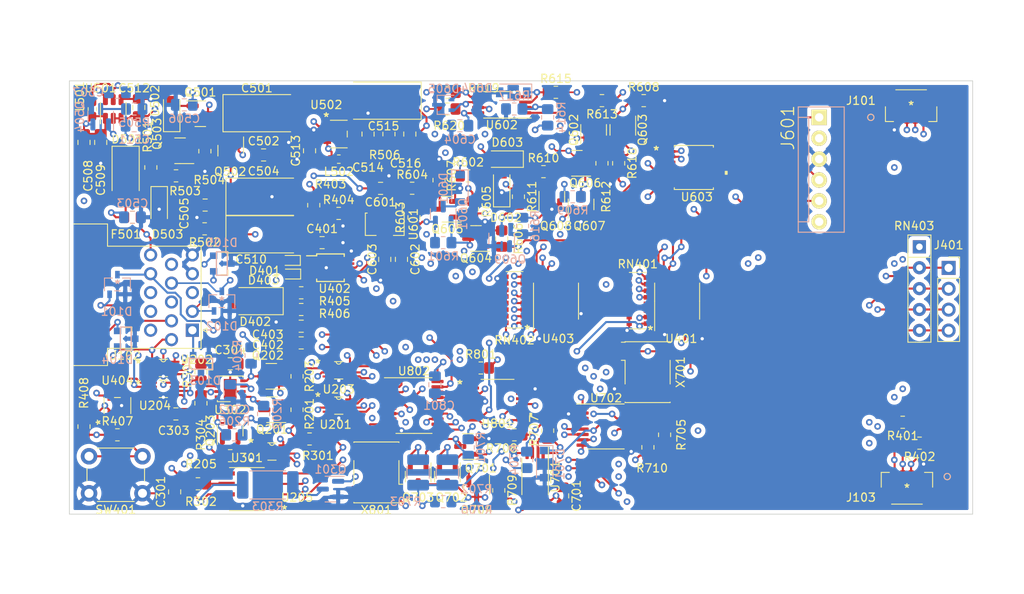
<source format=kicad_pcb>
(kicad_pcb (version 20211014) (generator pcbnew)
  (layers (0 "F.Cu" signal) (1 "In1.Cu" signal) (2 "In2.Cu" signal) (31 "B.Cu" signal) (34 "B.Paste" user) (35 "F.Paste" user) (36 "B.SilkS" user "B.Silkscreen") (37 "F.SilkS" user "F.Silkscreen") (38 "B.Mask" user) (39 "F.Mask" user) (44 "Edge.Cuts" user))
  (net 0 "")
  (net 1 "GND")
  (net 2 "SW_CAN")
  (net 3 "+12V_NOSW")
  (net 4 "+12V")
  (net 5 "+3V3_NOSW")
  (net 6 "+3V3")
  (net 7 "VBAT")
  (net 8 "V_J1850")
  (net 9 "K_LINE")
  (net 10 "L_LINE")
  (net 11 "J1850_BUS+")
  (net 12 "J1850_BUS-")
  (net 13 "HS_CAN_HI")
  (net 14 "HS_CAN_LO")
  (net 15 "MS_CAN_HI")
  (net 16 "MS_CAN_LO")
  (net 17 "+5V")
  (net 18 "SDA")
  (net 19 "SCL")
  (net 20 "~{RESET}")
  (net 21 "ICSPDAT")
  (net 22 "ICSPCLK")
  (net 23 "MUX_CAN_TX")
  (net 24 "CAN_TX_5V")
  (net 25 "MUX_CAN_RX")
  (net 26 "CAN_RX_5V")
  (net 27 "~{MUX_CAN_EN}")
  (net 28 "~{CAN_EN_5V}")
  (net 29 "SW_CAN_LOAD")
  (net 30 "PWR_CTRL")
  (net 31 "SAE_VPW")
  (net 32 "J1850_RX")
  (net 33 "VPW_RX")
  (net 34 "SAE_PWM")
  (net 35 "PWM_RX")
  (net 36 "J1850_TX")
  (net 37 "ISO_K")
  (net 38 "ISO_L")
  (net 39 "ISO_LINE")
  (net 40 "SW_CAN_MODE0")
  (net 41 "SW_CAN_MODE1")
  (net 42 "SW_CAN_RX")
  (net 43 "CAN_HI")
  (net 44 "CAN_LO")
  (net 45 "~{J1850_INT}")
  (net 46 "~{ISO_RX}")
  (net 47 "~{ISO_TX}")
  (net 48 "~{UART_INT}")
  (net 49 "~{CAN_CS}")
  (net 50 "~{SPI_INT}")
  (net 51 "CAN_SEL1")
  (net 52 "CAN_SEL0")
  (net 53 "CAN_SOF")
  (net 54 "~{CAN_TX2RTS}")
  (net 55 "~{CAN_TX1RTS}")
  (net 56 "~{CAN_TX0RTS}")
  (net 57 "~{CAN_RX1BF}")
  (net 58 "~{CAN_RX0BF}")
  (net 59 "~{CAN_INT}")
  (net 60 "SW_CAN_TX")
  (net 61 "CAN_TX")
  (net 62 "CAN_RX")
  (net 63 "~{CAN_EN}")
  (net 64 "MISO")
  (net 65 "MOSI")
  (net 66 "SCK")
  (net 67 "Net-(C304-Pad1)")
  (net 68 "Net-(C506-Pad2)")
  (net 70 "Net-(D501-Pad1)")
  (net 71 "Net-(D601-Pad2)")
  (net 72 "Net-(D603-Pad1)")
  (net 73 "Net-(D605-Pad2)")
  (net 74 "Net-(D701-Pad1)")
  (net 76 "Net-(Q301-Pad3)")
  (net 77 "Net-(Q605-Pad3)")
  (net 78 "Net-(Q606-Pad3)")
  (net 79 "Net-(R302-Pad2)")
  (net 80 "Net-(R407-Pad2)")
  (net 87 "Net-(U702-Pad15)")
  (net 89 "Net-(C303-Pad2)")
  (net 90 "Net-(C401-Pad1)")
  (net 91 "Net-(C402-Pad2)")
  (net 92 "Net-(C503-Pad2)")
  (net 93 "Net-(C507-Pad1)")
  (net 94 "Net-(C507-Pad2)")
  (net 95 "Net-(D402-Pad1)")
  (net 96 "Net-(D503-Pad1)")
  (net 97 "Net-(D602-Pad2)")
  (net 98 "Net-(D604-Pad1)")
  (net 99 "Net-(D605-Pad1)")
  (net 103 "Net-(L502-Pad2)")
  (net 104 "Net-(Q503-Pad1)")
  (net 105 "Net-(Q503-Pad2)")
  (net 106 "Net-(Q601-Pad1)")
  (net 107 "Net-(Q608-Pad1)")
  (net 108 "Net-(Q704-Pad1)")
  (net 109 "Net-(R603-Pad2)")
  (net 110 "Net-(R614-Pad2)")
  (net 111 "Net-(R704-Pad2)")
  (net 112 "Net-(R710-Pad2)")
  (net 113 "Net-(RN402-Pad6)")
  (net 125 "Net-(U802-Pad9)")
  (footprint "Resistor_SMD:R_0805_2012Metric_Pad1.20x1.40mm_HandSolder" (layer "F.Cu") (at 102.108 29.464)
    (fp_text reference "R610")
    (fp_text value "10k")
  )
  (footprint "UltraLibrarian:742C163103JP" (layer "F.Cu") (at 113.575778 45.148461 180)
    (fp_text reference "RN401")
    (fp_text value "10k" hide)
  )
  (footprint "Diode_SMD:D_SOD-123" (layer "F.Cu") (at 56.896 22.352 90)
    (fp_text reference "D502")
    (fp_text value "BZT52B16")
  )
  (footprint "Resistor_SMD:R_0805_2012Metric_Pad1.20x1.40mm_HandSolder" (layer "F.Cu") (at 74.168 33.544 -90)
    (fp_text reference "R403")
    (fp_text value "90k9 1%")
  )
  (footprint "UltraLibrarian:TS5A3359DCUR" (layer "F.Cu") (at 69.088 63.5)
    (fp_text reference "U205")
    (fp_text value "TS5A3359DCUR" hide)
  )
  (footprint "Package_TO_SOT_SMD:SOT-23" (layer "F.Cu") (at 93.98 68.072 -90)
    (fp_text reference "Q704")
    (fp_text value "MMBT3904")
  )
  (footprint "Resistor_SMD:R_0805_2012Metric_Pad1.20x1.40mm_HandSolder" (layer "F.Cu") (at 99.06 32.512 -90)
    (fp_text reference "R611")
    (fp_text value "10k")
  )
  (footprint "Resistor_SMD:R_0805_2012Metric_Pad1.20x1.40mm_HandSolder" (layer "F.Cu") (at 94.488 53.34)
    (fp_text reference "R801")
    (fp_text value "10k")
  )
  (footprint "Capacitor_SMD:C_0805_2012Metric_Pad1.18x1.45mm_HandSolder" (layer "F.Cu") (at 57.404 58.928)
    (fp_text reference "C303")
    (fp_text value "560pF")
  )
  (footprint "Capacitor_SMD:C_0805_2012Metric_Pad1.18x1.45mm_HandSolder" (layer "F.Cu") (at 85.852 24.892 90)
    (fp_text reference "C516")
    (fp_text value "100nF 25V")
  )
  (footprint "Resistor_SMD:R_0805_2012Metric_Pad1.20x1.40mm_HandSolder" (layer "F.Cu") (at 116.84 61.468 90)
    (fp_text reference "R705")
    (fp_text value "10k")
  )
  (footprint "Capacitor_SMD:C_0805_2012Metric_Pad1.18x1.45mm_HandSolder" (layer "F.Cu") (at 72.644 48.26 180)
    (fp_text reference "C403")
    (fp_text value "100nF 25V")
  )
  (footprint "UltraLibrarian:TH8056KDC-AAA-008-RE" (layer "F.Cu") (at 66.04 68.072 180)
    (fp_text reference "U301")
    (fp_text value "TH8056KDC-AAA-008-RE" hide)
  )
  (footprint "UltraLibrarian:PRT-16766" (layer "F.Cu") (at 146.312001 67.9696 180)
    (fp_text reference "J103")
    (fp_text value "I2C_STANDARD" hide)
  )
  (footprint "Capacitor_SMD:C_0805_2012Metric_Pad1.18x1.45mm_HandSolder" (layer "F.Cu") (at 84.836 40.132 -90)
    (fp_text reference "C602")
    (fp_text value "10uF 25V")
  )
  (footprint "Connector_PinSocket_2.54mm:PinSocket_1x04_P2.54mm_Vertical" (layer "F.Cu") (at 151.384 41.168)
    (fp_text reference "J401")
    (fp_text value "1x4")
  )
  (footprint "Resistor_SMD:R_0805_2012Metric_Pad1.20x1.40mm_HandSolder" (layer "F.Cu") (at 72.136 54.356 90)
    (fp_text reference "R203")
    (fp_text value "10k")
  )
  (footprint "Capacitor_SMD:C_0805_2012Metric_Pad1.18x1.45mm_HandSolder" (layer "F.Cu") (at 68.072 27.432)
    (fp_text reference "C502")
    (fp_text value "100nF 25V")
  )
  (footprint "Resistor_SMD:R_0805_2012Metric_Pad1.20x1.40mm_HandSolder" (layer "F.Cu") (at 92.948 29.972)
    (fp_text reference "R602")
    (fp_text value "10k")
  )
  (footprint "Resistor_SMD:R_0805_2012Metric_Pad1.20x1.40mm_HandSolder" (layer "F.Cu") (at 147.844 62.484 180)
    (fp_text reference "R402")
    (fp_text value "10k")
  )
  (footprint "Capacitor_SMD:C_0805_2012Metric_Pad1.18x1.45mm_HandSolder" (layer "F.Cu") (at 104.439067 68.890552 -90)
    (fp_text reference "C701")
    (fp_text value "100nF 25V")
  )
  (footprint "Capacitor_SMD:C_0805_2012Metric_Pad1.18x1.45mm_HandSolder" (layer "F.Cu") (at 48.26 25.908 -90)
    (fp_text reference "C509")
    (fp_text value "22uF 6V3")
  )
  (footprint "Capacitor_SMD:C_0805_2012Metric_Pad1.18x1.45mm_HandSolder" (layer "F.Cu") (at 75.184 38.1)
    (fp_text reference "C401")
    (fp_text value "100nF 25V")
  )
  (footprint "Resistor_SMD:R_0805_2012Metric_Pad1.20x1.40mm_HandSolder" (layer "F.Cu") (at 50.292 61.468)
    (fp_text reference "R407")
    (fp_text value "10k")
  )
  (footprint "Diode_SMD:D_SMA" (layer "F.Cu") (at 67.056 45.212 180)
    (fp_text reference "D402")
    (fp_text value "MBRA340")
  )
  (footprint "Resistor_SMD:R_0805_2012Metric_Pad1.20x1.40mm_HandSolder" (layer "F.Cu") (at 114.808 62.992 90)
    (fp_text reference "R710")
    (fp_text value "10k")
  )
  (footprint "Package_TO_SOT_SMD:SOT-23" (layer "F.Cu") (at 92.923488 62.890297 180)
    (fp_text reference "Q701")
    (fp_text value "2N7002")
  )
  (footprint "Package_SO:TSSOP-16_4.4x5mm_P0.65mm" (layer "F.Cu") (at 103.632 45.212 90)
    (fp_text reference "U403")
    (fp_text value "TCA9534")
  )
  (footprint "Package_TO_SOT_SMD:SOT-23" (layer "F.Cu") (at 60.3735 22.418)
    (fp_text reference "Q501")
    (fp_text value "DMG2301L")
  )
  (footprint "Diode_SMD:D_SOD-523" (layer "F.Cu") (at 71.426715 41.918337 180)
    (fp_text reference "D403")
    (fp_text value "CMOZ2L0 (2V)")
  )
  (footprint "Resistor_SMD:R_0805_2012Metric_Pad1.20x1.40mm_HandSolder" (layer "F.Cu") (at 83.312 24.892 90)
    (fp_text reference "R506")
    (fp_text value "100k")
  )
  (footprint "Connector_Dsub:DSUB-15-HD_Female_Horizontal_P2.29x2.54mm_EdgePinOffset9.40mm" (layer "F.Cu") (at 59.410331 48.75 -90)
    (fp_text reference "J102")
    (fp_text value "DB15_Female_HighDensity")
  )
  (footprint "Diode_SMD:D_SOD-123" (layer "F.Cu") (at 55.372 33.528 -90)
    (fp_text reference "D503")
    (fp_text value "BZT52B16")
  )
  (footprint "Package_TO_SOT_SMD:TSOT-23-6" (layer "F.Cu") (at 49.784 21.844 90)
    (fp_text reference "U501")
    (fp_text value "AP63203WU")
  )
  (footprint "Resistor_SMD:R_0805_2012Metric_Pad1.20x1.40mm_HandSolder" (layer "F.Cu") (at 57.42 29.972 180)
    (fp_text reference "R503")
    (fp_text value "10k")
  )
  (footprint "Diode_SMD:D_SOD-523" (layer "F.Cu") (at 71.387389 40.258657 180)
    (fp_text reference "D401")
    (fp_text value "CMOZ2L0 (2V)")
  )
  (footprint "Diode_SMD:D_SMA" (layer "F.Cu") (at 51.293938 29.773127 -90)
    (fp_text reference "D501")
    (fp_text value "MBRA340")
  )
  (footprint "UltraLibrarian:TS5A3359DCUR" (layer "F.Cu") (at 77.201438 53.625143)
    (fp_text reference "U203")
    (fp_text value "TS5A3359DCUR" hide)
  )
  (footprint "UltraLibrarian:SC18IS602BIPW_128" (layer "F.Cu") (at 96.52 57.404)
    (fp_text reference "U801")
    (fp_text value "SC18IS602BIPW_128" hide)
  )
  (footprint "Resistor_SMD:R_0805_2012Metric_Pad1.20x1.40mm_HandSolder" (layer "F.Cu") (at 54.356 28.956 -90)
    (fp_text reference "R501")
    (fp_text value "100k")
  )
  (footprint "Capacitor_SMD:C_0805_2012Metric_Pad1.18x1.45mm_HandSolder" (layer "F.Cu") (at 82.804 40.132 -90)
    (fp_text reference "C603")
    (fp_text value "100nF 25V")
  )
  (footprint "Package_TO_SOT_SMD:SOT-23" (layer "F.Cu") (at 57.912 26.924 180)
    (fp_text reference "Q503")
    (fp_text value "MMBT3906")
  )
  (footprint "Package_TO_SOT_SMD:SOT-23" (layer "F.Cu") (at 64.074 26.9115 -90)
    (fp_text reference "Q502")
    (fp_text value "DMG2301L")
  )
  (footprint "Package_TO_SOT_SMD:SOT-23" (layer "F.Cu") (at 103.124 32.512 90)
    (fp_text reference "Q608")
    (fp_text value "2N7002")
  )
  (footprint "Package_TO_SOT_SMD:SOT-23" (layer "F.Cu") (at 69.088 58.42 180)
    (fp_text reference "Q201")
    (fp_text value "2N7002")
  )
  (footprint "Capacitor_SMD:C_0805_2012Metric_Pad1.18x1.45mm_HandSolder" (layer "F.Cu") (at 73.66 26.924 90)
    (fp_text reference "C513")
    (fp_text value "10uF 6V3")
  )
  (footprint "Package_TO_SOT_SMD:SOT-23" (layer "F.Cu") (at 93.9015 37.592 180)
    (fp_text reference "Q604")
    (fp_text value "2N7002")
  )
  (footprint "Capacitor_SMD:C_0805_2012Metric_Pad1.18x1.45mm_HandSolder" (layer "F.Cu") (at 57.252249 68.405841 90)
    (fp_text reference "C301")
    (fp_text value "150pF")
  )
  (footprint "Package_SO:TSSOP-8_4.4x3mm_P0.65mm" (layer "F.Cu") (at 97.028 21.336 180)
    (fp_text reference "U602")
    (fp_text value "NCS20072")
  )
  (footprint "Resistor_SMD:R_0805_2012Metric_Pad1.20x1.40mm_HandSolder" (layer "F.Cu") (at 72.644 44.196)
    (fp_text reference "R405")
    (fp_text value "35k2 1%")
  )
  (footprint "Capacitor_SMD:C_0805_2012Metric_Pad1.18x1.45mm_HandSolder" (layer "F.Cu") (at 64.008 52.832)
    (fp_text reference "C304")
    (fp_text value "560pF")
  )
  (footprint "Package_TO_SOT_SMD:SOT-23" (layer "F.Cu") (at 64.008 60.96 90)
    (fp_text reference "Q203")
    (fp_text value "2N7002")
  )
  (footprint "Oscillator:Oscillator_SMD_Abracon_ASV-4Pin_7.0x5.1mm" (layer "F.Cu") (at 114.776 53.848 -90)
    (fp_text reference "X701")
    (fp_text value "ASV-12.000MHZ-EJ-T")
  )
  (footprint "Capacitor_SMD:C_0805_2012Metric_Pad1.18x1.45mm_HandSolder" (layer "F.Cu") (at 72.644 50.292)
    (fp_text reference "C402")
    (fp_text value "10uF 6V3")
  )
  (footprint "Resistor_THT:R_Array_SIP5" (layer "F.Cu") (at 147.828 38.608 -90)
    (fp_text reference "RN403")
    (fp_text value "10k")
  )
  (footprint "Package_TO_SOT_SMD:SOT-23" (layer "F.Cu") (at 106.172 28.448 180)
    (fp_text reference "Q606")
    (fp_text value "2N7002")
  )
  (footprint "Resistor_SMD:R_0805_2012Metric_Pad1.20x1.40mm_HandSolder" (layer "F.Cu") (at 60.928035 26.973976 -90)
    (fp_text reference "R504")
    (fp_text value "100k")
  )
  (footprint "Capacitor_Tantalum_SMD:CP_EIA-7343-31_Kemet-D_Pad2.25x2.55mm_HandSolder" (layer "F.Cu") (at 67.716 22.352)
    (fp_text reference "C501")
    (fp_text value "47uF 25V Ta")
  )
  (footprint "Resistor_SMD:R_0805_2012Metric_Pad1.20x1.40mm_HandSolder" (layer "F.Cu") (at 60.447425 57.630381 -90)
    (fp_text reference "R304")
    (fp_text value "100")
  )
  (footprint "Resistor_SMD:R_0805_2012Metric_Pad1.20x1.40mm_HandSolder" (layer "F.Cu") (at 77.2 34.544)
    (fp_text reference "R404")
    (fp_text value "10k 1%")
  )
  (footprint "Package_TO_SOT_SMD:SOT-23" (layer "F.Cu") (at 111.76 24.384 -90)
    (fp_text reference "Q603")
    (fp_text value "2N7002")
  )
  (footprint "UltraLibrarian:TS5A3359DCUR" (layer "F.Cu") (at 77.216 57.912)
    (fp_text reference "U201")
    (fp_text value "TS5A3359DCUR" hide)
  )
  (footprint "Resistor_SMD:R_0805_2012Metric_Pad1.20x1.40mm_HandSolder" (layer "F.Cu") (at 64.008 64.008)
    (fp_text reference "R205")
    (fp_text value "10k")
  )
  (footprint "UltraLibrarian:ADM6320BX33ARJZ-R7" (layer "F.Cu") (at 50.292 57.912 90)
    (fp_text reference "U404")
    (fp_text value "ADM6320BX33ARJZ-R7" hide)
  )
  (footprint "Resistor_SMD:R_0805_2012Metric_Pad1.20x1.40mm_HandSolder" (layer "F.Cu") (at 52.122723 35.010565)
    (fp_text reference "F501")
    (fp_text value "2A Polyfuse")
  )
  (footprint "Resistor_SMD:R_0805_2012Metric_Pad1.20x1.40mm_HandSolder" (layer "F.Cu") (at 96.671152 68.228417 -90)
    (fp_text reference "R709")
    (fp_text value "1k")
  )
  (footprint "Button_Switch_THT:SW_PUSH_6mm" (layer "F.Cu") (at 53.34 68.58 180)
    (fp_text reference "SW401")
    (fp_text value "SW_Push")
  )
  (footprint "Resistor_SMD:R_0805_2012Metric_Pad1.20x1.40mm_HandSolder" (layer "F.Cu") (at 73.66 61.976)
    (fp_text reference "R301")
    (fp_text value "1k")
  )
  (footprint "Capacitor_SMD:C_0805_2012Metric_Pad1.18x1.45mm_HandSolder" (layer "F.Cu") (at 82.296 31.496 180)
    (fp_text reference "C601")
    (fp_text value "100nF 25V")
  )
  (footprint "Package_TO_SOT_SMD:SOT-23" (layer "F.Cu") (at 106.68 33.4495 90)
    (fp_text reference "Q607")
    (fp_text value "2N7002")
  )
  (footprint "Resistor_SMD:R_0805_2012Metric_Pad1.20x1.40mm_HandSolder" (layer "F.Cu") (at 86.36 35.036 90)
    (fp_text reference "R603")
    (fp_text value "237 1%")
  )
  (footprint "Resistor_SMD:R_0805_2012Metric_Pad1.20x1.40mm_HandSolder" (layer "F.Cu") (at 90.408 21.844)
    (fp_text reference "R620")
    (fp_text value "10k")
  )
  (footprint "Capacitor_Tantalum_SMD:CP_EIA-7343-31_Kemet-D_Pad2.25x2.55mm_HandSolder" (layer "F.Cu") (at 68.072 32.512)
    (fp_text reference "C504")
    (fp_text value "47uF 25V Ta")
  )
  (footprint "Capacitor_Tantalum_SMD:CP_EIA-7343-31_Kemet-D_Pad2.25x2.55mm_HandSolder" (layer "F.Cu") (at 68.072 37.084)
    (fp_text reference "C510")
    (fp_text value "47uF 6V3 Ta")
  )
  (footprint "Diode_SMD:D_SOD-123" (layer "F.Cu") (at 97.028 31.496 90)
    (fp_text reference "D602")
    (fp_text value "BAT46W")
  )
  (footprint "Package_TO_SOT_SMD:SOT-23" (layer "F.Cu") (at 90.424 66.548 -90)
    (fp_text reference "Q702")
    (fp_text value "2N7002")
  )
  (footprint "Capacitor_SMD:C_0805_2012Metric_Pad1.18x1.45mm_HandSolder" (layer "F.Cu") (at 80.772 24.892 -90)
    (fp_text reference "C514")
    (fp_text value "10uF 6V3")
  )
  (footprint "Resistor_SMD:R_0805_2012Metric_Pad1.20x1.40mm_HandSolder" (layer "F.Cu") (at 89.408 30.496 90)
    (fp_text reference "R607")
    (fp_text value "374 1%")
  )
  (footprint "Resistor_SMD:R_0805_2012Metric_Pad1.20x1.40mm_HandSolder" (layer "F.Cu") (at 98.568 61.468 180)
    (fp_text reference "R708")
    (fp_text value "10k")
  )
  (footprint "UltraLibrarian:TS5A3359DCUR" (layer "F.Cu") (at 55.88 55.88)
    (fp_text reference "U204")
    (fp_text value "TS5A3359DCUR" hide)
  )
  (footprint "Resistor_SMD:R_0805_2012Metric_Pad1.20x1.40mm_HandSolder" (layer "F.Cu") (at 60.084731 67.423268)
    (fp_text reference "R302")
    (fp_text value "6k49 1%")
  )
  (footprint "Resistor_SMD:R_0805_2012Metric_Pad1.20x1.40mm_HandSolder" (layer "F.Cu") (at 72.644 46.228 180)
    (fp_text reference "R406")
    (fp_text value "10k 1%")
  )
  (footprint "Inductor_SMD:L_0603_1608Metric_Pad1.05x0.95mm_HandSolder" (layer "F.Cu") (at 77.216 27.94)
    (fp_text reference "L502")
    (fp_text value "4.7uH > 1A")
  )
  (footprint "UltraLibrarian:TS5A3359DCUR" (layer "F.Cu") (at 55.88 53.34)
    (fp_text reference "U202")
    (fp_text value "TS5A3359DCUR" hide)
  )
  (footprint "Resistor_SMD:R_0805_2012Metric_Pad1.20x1.40mm_HandSolder" (layer "F.Cu") (at 93.472 34.036 -90)
    (fp_text reference "R605")
    (fp_text value "100k")
  )
  (footprint "Package_TO_SOT_SMD:SOT-23" (layer "F.Cu") (at 86.868 66.548 -90)
    (fp_text reference "Q703")
    (fp_text value "2N7002")
  )
  (footprint "UltraLibrarian:PRT-16766" (layer "F.Cu") (at 146.820001 21.4384)
    (fp_text reference "J101")
    (fp_text value "I2C_STANDARD" hide)
  )
  (footprint "Package_TO_SOT_SMD:SOT-89-3" (layer "F.Cu") (at 82.804 35.56 -90)
    (fp_text reference "U601")
    (fp_text value "LM317L_SOT-89")
  )
  (footprint "Resistor_SMD:R_0805_2012Metric_Pad1.20x1.40mm_HandSolder" (layer "F.Cu") (at 60.900059 36.414929 180)
    (fp_text reference "R502")
    (fp_text value "100k")
  )
  (footprint "Package_SO:TSSOP-20_4.4x6.5mm_P0.65mm" (layer "F.Cu") (at 86.36 57.912)
    (fp_text reference "U802")
    (fp_text value "MCP2515-xST")
  )
  (footprint "Resistor_SMD:R_0805_2012Metric_Pad1.20x1.40mm_HandSolder" (layer "F.Cu") (at 111.252 28.448 -90)
    (fp_text reference "R618")
    (fp_text value "10k")
  )
  (footprint "Resistor_SMD:R_0805_2012Metric_Pad1.20x1.40mm_HandSolder" (layer "F.Cu") (at 109.22 20.828 180)
    (fp_text reference "R613")
    (fp_text value "10k")
  )
  (footprint "Resistor_SMD:R_0805_2012Metric_Pad1.20x1.40mm_HandSolder" (layer "F.Cu") (at 46.228 60.468 90)
    (fp_text reference "R408")
    (fp_text value "10k")
  )
  (footprint "Diode_SMD:D_SOD-123" (layer "F.Cu") (at 97.41 27.94 180)
    (fp_text reference "D603")
    (fp_text value "BAT46W")
  )
  (footprint "Resistor_SMD:R_0805_2012Metric_Pad1.20x1.40mm_HandSolder" (layer "F.Cu") (at 86.137508 31.481826)
    (fp_text reference "R604")
    (fp_text value "866 1%")
  )
  (footprint "UltraLibrarian:XC9142B50CMR-G" (layer "F.Cu") (at 77.216 24.892)
    (fp_text reference "U502")
    (fp_text value "XC9142B50CMR-G" hide)
  )
  (footprint "Inductor_SMD:L_0603_1608Metric_Pad1.05x0.95mm_HandSolder" (layer "F.Cu") (at 47.244 21.844 -90)
    (fp_text reference "L501")
    (fp_text value "3.9uH > 3A")
  )
  (footprint "Resistor_SMD:R_0805_2012Metric_Pad1.20x1.40mm_HandSolder" (layer "F.Cu") (at 72.136 58.42 90)
    (fp_text reference "R201")
    (fp_text value "10k")
  )
  (footprint "SparkFun-Connectors:MOLEX-1X6" (layer "F.Cu") (at 135.636 22.86 -90)
    (fp_text reference "J601")
    (fp_text value "PIC-ICSPPOLAR_LOCK" hide)
  )
  (footprint "Resistor_SMD:R_0805_2012Metric_Pad1.20x1.40mm_HandSolder" (layer "F.Cu") (at 60.452 53.848 90)
    (fp_text reference "R305")
    (fp_text value "100")
  )
  (footprint "Resistor_SMD:R_0805_2012Metric_Pad1.20x1.40mm_HandSolder" (layer "F.Cu") (at 97.028 37.608 90)
    (fp_text reference "R606")
    (fp_text value "100k")
  )
  (footprint "Package_SO:TSSOP-8_4.4x3mm_P0.65mm" (layer "F.Cu") (at 101.092 66.548 -90)
    (fp_text reference "U701")
    (fp_text value "NCS20072")
  )
  (footprint "Resistor_SMD:R_0805_2012Metric_Pad1.20x1.40mm_HandSolder" (layer "F.Cu") (at 90.44 19.812 180)
    (fp_text reference "R619")
    (fp_text value "10k")
  )
  (footprint "Capacitor_Tantalum_SMD:CP_EIA-7343-31_Kemet-D_Pad2.25x2.55mm_HandSolder" (layer "F.Cu") (at 82.652 20.828 180)
    (fp_text reference "C515")
    (fp_text value "47uF 6V3 Ta")
  )
  (footprint "Oscillator:Oscillator_SMD_Abracon_ASV-4Pin_7.0x5.1mm" (layer "F.Cu") (at 81.788 66.04 90)
    (fp_text reference "X801")
    (fp_text value "ASV-12.000MHZ-EJ-T")
  )
  (footprint "Package_SO:TSSOP-16_4.4x5mm_P0.65mm" (layer "F.Cu") (at 118.364 45.212 90)
    (fp_text reference "U401")
    (fp_text value "TCA9534")
  )
  (footprint "UltraLibrarian:742C163103JP" (layer "F.Cu") (at 98.592005 45.045951 180)
    (fp_text reference "RN402")
    (fp_text value "10k" hide)
  )
  (footprint "Package_SO:TSSOP-16_4.4x5mm_P0.65mm" (layer "F.Cu") (at 109.728 60.452)
    (fp_text reference "U702")
    (fp_text value "SC16IS741A")
  )
  (footprint "UltraLibrarian:PIC16F15225-I&slash_ST" (layer "F.Cu") (at 120.396 28.956)
    (fp_text reference "U603")
    (fp_text value "PIC16F15225-I/ST" hide)
  )
  (footprint "Resistor_SMD:R_0805_2012Metric_Pad1.20x1.40mm_HandSolder" (layer "F.Cu") (at 145.796 59.944 180)
    (fp_text reference "R401")
    (fp_text value "10k")
  )
  (footprint "Capacitor_SMD:C_0805_2012Metric_Pad1.18x1.45mm_HandSolder" (layer "F.Cu") (at 46.228 25.908 -90)
    (fp_text reference "C508")
    (fp_text value "22uF 6V3")
  )
  (footprint "Resistor_SMD:R_0805_2012Metric_Pad1.20x1.40mm_HandSolder" (layer "F.Cu") (at 114.3 20.828)
    (fp_text reference "R608")
    (fp_text value "10k")
  )
  (footprint "Resistor_SMD:R_0805_2012Metric_Pad1.20x1.40mm_HandSolder" (layer "F.Cu") (at 109.22 28.448 -90)
    (fp_text reference "R612")
    (fp_text value "100k")
  )
  (footprint "Package_SO:MSOP-10_3x3mm_P0.5mm" (layer "F.Cu") (at 76.2 41.148)
    (fp_text reference "U402")
    (fp_text value "MCP3423")
  )
  (footprint "Package_TO_SOT_SMD:SOT-23" (layer "F.Cu") (at 69.0095 54.356 180)
    (fp_text reference "Q202")
    (fp_text value "2N7002")
  )
  (footprint "Package_TO_SOT_SMD:SOT-23" (layer "F.Cu") (at 108.204 24.384 90)
    (fp_text reference "Q602")
    (fp_text value "2N7002")
  )
  (footprint "Package_DFN_QFN:DFN-8-1EP_3x3mm_P0.65mm_EP1.55x2.4mm" (layer "F.Cu") (at 64.008 55.88 180)
    (fp_text reference "U302")
    (fp_text value "MCP2557FD-xMF")
  )
  (footprint "Resistor_SMD:R_0805_2012Metric_Pad1.20x1.40mm_HandSolder" (layer "F.Cu") (at 103.616 19.812)
    (fp_text reference "R615")
    (fp_text value "10k")
  )
  (footprint "Package_TO_SOT_SMD:SOT-23" (layer "F.Cu") (at 90.424 34.036 180)
    (fp_text reference "Q605")
    (fp_text value "2N7002")
  )
  (footprint "Capacitor_SMD:C_0805_2012Metric_Pad1.18x1.45mm_HandSolder" (layer "F.Cu") (at 60.96 33.528 180)
    (fp_text reference "C505")
    (fp_text value "100nF 25V")
  )
  (footprint "Capacitor_SMD:C_0805_2012Metric_Pad1.18x1.45mm_HandSolder" (layer "F.Cu") (at 52.893882 21.660135 90)
    (fp_text reference "C512")
    (fp_text value "10uF 25V")
  )
  (footprint "Resistor_SMD:R_0805_2012Metric_Pad1.20x1.40mm_HandSolder" (layer "F.Cu") (at 102.616 60.96 90)
    (fp_text reference "R707")
    (fp_text value "10k")
  )
  (footprint "Resistor_SMD:R_0805_2012Metric_Pad1.20x1.40mm_HandSolder" (layer "B.Cu") (at 68.072 58.928 90)
    (fp_text reference "R202")
    (fp_text value "10k")
  )
  (footprint "Package_TO_SOT_SMD:SOT-23" (layer "B.Cu") (at 48.26 22.7815 90)
    (fp_text reference "Q504")
    (fp_text value "DMG2301L")
  )
  (footprint "UltraLibrarian:MMBZ27VALT116" (layer "B.Cu") (at 50.292 43.18 180)
    (fp_text reference "D101")
    (fp_text value "MMBZ27VALT116" hide)
  )
  (footprint "Package_TO_SOT_SMD:SOT-23" (layer "B.Cu") (at 97.028 37.592 90)
    (fp_text reference "Q609")
    (fp_text value "2N7002")
  )
  (footprint "SparkFun-DiscreteSemi:SOT23-3" (layer "B.Cu") (at 60.452 52.832)
    (fp_text reference "D103")
    (fp_text value "MMBZ27VCLT1" hide)
  )
  (footprint "Package_TO_SOT_SMD:SOT-23" (layer "B.Cu") (at 76.2 68.072 180)
    (fp_text reference "Q301")
    (fp_text value "2N7002")
  )
  (footprint "Capacitor_SMD:C_0805_2012Metric_Pad1.18x1.45mm_HandSolder" (layer "B.Cu") (at 64.008 56.388 90)
    (fp_text reference "C302")
    (fp_text value "1uF 6V3")
  )
  (footprint "Resistor_SMD:R_0805_2012Metric_Pad1.20x1.40mm_HandSolder" (layer "B.Cu") (at 89.916 69.596)
    (fp_text reference "R706")
    (fp_text value "10k")
  )
  (footprint "Capacitor_SMD:C_0805_2012Metric_Pad1.18x1.45mm_HandSolder" (layer "B.Cu") (at 58.42 21.336)
    (fp_text reference "C506")
    (fp_text value "1uF 25V")
  )
  (footprint "Resistor_SMD:R_0805_2012Metric_Pad1.20x1.40mm_HandSolder" (layer "B.Cu") (at 66.548 51.816 -90)
    (fp_text reference "R204")
    (fp_text value "1k")
  )
  (footprint "Resistor_SMD:R_0805_2012Metric_Pad1.20x1.40mm_HandSolder" (layer "B.Cu") (at 64.516 61.468 180)
    (fp_text reference "R206")
    (fp_text value "10k")
  )
  (footprint "SparkFun-DiscreteSemi:SOT23-3" (layer "B.Cu") (at 51.308 49.784 90)
    (fp_text reference "D104")
    (fp_text value "PESD1CAN" hide)
  )
  (footprint "Resistor_SMD:R_0805_2012Metric_Pad1.20x1.40mm_HandSolder" (layer "B.Cu") (at 98.552 21.844 180)
    (fp_text reference "R617")
    (fp_text value "10k")
  )
  (footprint "Diode_SMD:D_SOD-123" (layer "B.Cu") (at 98.426 19.812 180)
    (fp_text reference "D604")
    (fp_text value "BAT54J")
  )
  (footprint "Resistor_SMD:R_0805_2012Metric_Pad1.20x1.40mm_HandSolder" (layer "B.Cu") (at 102.616 22.86 90)
    (fp_text reference "R614")
    (fp_text value "2k2")
  )
  (footprint "SparkFun-DiscreteSemi:SOT23-3" (layer "B.Cu") (at 62.992 40.64 90)
    (fp_text reference "D105")
    (fp_text value "PESD1CAN" hide)
  )
  (footprint "Capacitor_SMD:C_0805_2012Metric_Pad1.18x1.45mm_HandSolder" (layer "B.Cu") (at 91.948 23.876)
    (fp_text reference "C604")
    (fp_text value "100nF 25V")
  )
  (footprint "Package_TO_SOT_SMD:SOT-323_SC-70" (layer "B.Cu") (at 89.916 21.336 180)
    (fp_text reference "D605")
    (fp_text value "BAT54AW")
  )
  (footprint "Resistor_SMD:R_0805_2012Metric_Pad1.20x1.40mm_HandSolder" (layer "B.Cu") (at 89.916 38.1)
    (fp_text reference "R601")
    (fp_text value "1k5")
  )
  (footprint "Diode_SMD:D_SOD-123" (layer "B.Cu") (at 102.262984 65.028122 -90)
    (fp_text reference "D701")
    (fp_text value "BAT54W")
  )
  (footprint "Resistor_SMD:R_0805_2012Metric_Pad1.20x1.40mm_HandSolder" (layer "B.Cu") (at 52.34 21.844)
    (fp_text reference "R505")
    (fp_text value "100k")
  )
  (footprint "Resistor_SMD:R_1210_3225Metric_Pad1.30x2.65mm_HandSolder" (layer "B.Cu") (at 90.424 66.04 90)
    (fp_text reference "R702")
    (fp_text value "510 500mW")
  )
  (footprint "Capacitor_SMD:C_0805_2012Metric_Pad1.18x1.45mm_HandSolder" (layer "B.Cu") (at 88.9 55.372 90)
    (fp_text reference "C801")
    (fp_text value "1uF 6V3")
  )
  (footprint "Resistor_SMD:R_2512_6332Metric_Pad1.40x3.35mm_HandSolder" (layer "B.Cu") (at 68.58 67.564)
    (fp_text reference "R303")
    (fp_text value "130 1W")
  )
  (footprint "Resistor_SMD:R_0805_2012Metric_Pad1.20x1.40mm_HandSolder" (layer "B.Cu") (at 99.568 36.068 -90)
    (fp_text reference "R616")
    (fp_text value "100k")
  )
  (footprint "Diode_SMD:D_SOD-123" (layer "B.Cu") (at 91.948 31.496 -90)
    (fp_text reference "D601")
    (fp_text value "BAT46J")
  )
  (footprint "Capacitor_SMD:C_0805_2012Metric_Pad1.18x1.45mm_HandSolder" (layer "B.Cu") (at 50.292 19.812 180)
    (fp_text reference "C507")
    (fp_text value "100nF 25V")
  )
  (footprint "Resistor_SMD:R_0805_2012Metric_Pad1.20x1.40mm_HandSolder" (layer "B.Cu") (at 92.964 63.008 -90)
    (fp_text reference "R701")
    (fp_text value "10k")
  )
  (footprint "UltraLibrarian:MMBZ27VALT116" (layer "B.Cu") (at 62.992 45.212 180)
    (fp_text reference "D102")
    (fp_text value "MMBZ27VALT116" hide)
  )
  (footprint "Resistor_SMD:R_1210_3225Metric_Pad1.30x2.65mm_HandSolder" (layer "B.Cu") (at 86.868 66.04 90)
    (fp_text reference "R703")
    (fp_text value "510 500mW")
  )
  (footprint "Resistor_SMD:R_0805_2012Metric_Pad1.20x1.40mm_HandSolder" (layer "B.Cu") (at 105.664 32.512)
    (fp_text reference "R609")
    (fp_text value "10k")
  )
  (footprint "Resistor_SMD:R_0805_2012Metric_Pad1.20x1.40mm_HandSolder" (layer "B.Cu") (at 100.076 64.516 90)
    (fp_text reference "R704")
    (fp_text value "10k")
  )
  (footprint "Capacitor_SMD:C_0805_2012Metric_Pad1.18x1.45mm_HandSolder" (layer "B.Cu") (at 52.324 23.876)
    (fp_text reference "C511")
    (fp_text value "100nF 25V")
  )
  (footprint "Capacitor_SMD:C_0805_2012Metric_Pad1.18x1.45mm_HandSolder" (layer "B.Cu") (at 52.122723 35.010565 180)
    (fp_text reference "C503")
    (fp_text value "10nF 100V")
  )
  (footprint "Package_TO_SOT_SMD:SOT-23" (layer "B.Cu") (at 89.916 34.6225 90)
    (fp_text reference "Q601")
    (fp_text value "DMG2301L")
  )
  (gr_rect (start 44.45 18.415) (end 154.305 71.12) (layer "Edge.Cuts") (width 0.1) (fill none))
  (segment (start 54.5084 56.630001) (end 55.614001 56.630001) (width 0.25) (layer "F.Cu") (net 1))
  (segment (start 57.252249 69.443341) (end 56.388908 68.58) (width 0.25) (layer "F.Cu") (net 1))
  (segment (start 65.405 69.977) (end 65.532 70.104) (width 0.25) (layer "F.Cu") (net 1))
  (segment (start 94.670999 57.078999) (end 94.996 57.404) (width 0.25) (layer "F.Cu") (net 1))
  (segment (start 93.03 65.598) (end 92.964 65.532) (width 0.25) (layer "F.Cu") (net 1))
  (segment (start 105.907 48.0745) (end 105.907 47.509) (width 0.25) (layer "F.Cu") (net 1))
  (segment (start 70.687389 40.258657) (end 70.687389 37.668611) (width 0.25) (layer "F.Cu") (net 1))
  (segment (start 70.104 48.26) (end 69.596 47.752) (width 0.25) (layer "F.Cu") (net 1))
  (segment (start 56.3665 57.3825) (end 55.88 56.896) (width 0.25) (layer "F.Cu") (net 1))
  (segment (start 145.320001 23.843999) (end 144.78 24.384) (width 0.25) (layer "F.Cu") (net 1))
  (segment (start 106.68 34.9405) (end 106.68 35.56) (width 0.25) (layer "F.Cu") (net 1))
  (segment (start 83.2745 23.8545) (end 80.772 23.8545) (width 0.25) (layer "F.Cu") (net 1))
  (segment (start 80.772 22.148) (end 79.452 20.828) (width 0.25) (layer "F.Cu") (net 1))
  (segment (start 70.687389 37.668611) (end 71.272 37.084) (width 0.25) (layer "F.Cu") (net 1))
  (segment (start 71.272 37.084) (end 71.272 32.512) (width 0.25) (layer "F.Cu") (net 1))
  (segment (start 75.192 40.648) (end 74 40.648) (width 0.25) (layer "F.Cu") (net 1))
  (segment (start 100.117 69.4105) (end 100.767 69.4105) (width 0.25) (layer "F.Cu") (net 1))
  (segment (start 83.312 23.892) (end 83.2745 23.8545) (width 0.25) (layer "F.Cu") (net 1))
  (segment (start 74 42.148) (end 74.999022 42.148) (width 0.25) (layer "F.Cu") (net 1))
  (segment (start 106.8655 59.477) (end 106.8655 58.827) (width 0.25) (layer "F.Cu") (net 1))
  (segment (start 67.7164 64.250001) (end 66.813999 64.250001) (width 0.25) (layer "F.Cu") (net 1))
  (segment (start 64.333 56.205) (end 64.008 55.88) (width 0.25) (layer "F.Cu") (net 1))
  (segment (start 75.8444 58.662001) (end 76.442001 58.662001) (width 0.25) (layer "F.Cu") (net 1))
  (segment (start 50.292 58.42) (end 50.8 57.912) (width 0.25) (layer "F.Cu") (net 1))
  (segment (start 120.639 49.011) (end 121.412 49.784) (width 0.25) (layer "F.Cu") (net 1))
  (segment (start 85.852 23.8545) (end 83.3495 23.8545) (width 0.25) (layer "F.Cu") (net 1))
  (segment (start 99.47275 56.429001) (end 99.47275 55.779002) (width 0.25) (layer "F.Cu") (net 1))
  (segment (start 54.5084 54.090001) (end 55.614001 54.090001) (width 0.25) (layer "F.Cu") (net 1))
  (segment (start 75.819 24.892) (end 74.676 24.892) (width 0.25) (layer "F.Cu") (net 1))
  (segment (start 84.713 60.837) (end 84.836 60.96) (width 0.25) (layer "F.Cu") (net 1))
  (segment (start 59.900059 36.414929) (end 59.900059 35.095941) (width 0.25) (layer "F.Cu") (net 1))
  (segment (start 94.839 35.717) (end 94.996 35.56) (width 0.25) (layer "F.Cu") (net 1))
  (segment (start 93.860988 61.940297) (end 95.468297 61.940297) (width 0.25) (layer "F.Cu") (net 1))
  (segment (start 94.839 36.642) (end 94.839 35.717) (width 0.25) (layer "F.Cu") (net 1))
  (segment (start 50.817865 20.622635) (end 50.734 20.7065) (width 0.25) (layer "F.Cu") (net 1))
  (segment (start 78.4 40.648) (end 78.4 40.148) (width 0.25) (layer "F.Cu") (net 1))
  (segment (start 145.320001 22.86) (end 145.320001 23.843999) (width 0.25) (layer "F.Cu") (net 1))
  (segment (start 96.729548 42.245952) (end 97.550605 42.245952) (width 0.25) (layer "F.Cu") (net 1))
  (segment (start 59.900059 35.095941) (end 59.96 35.036) (width 0.25) (layer "F.Cu") (net 1))
  (segment (start 83.3495 23.8545) (end 83.312 23.892) (width 0.25) (layer "F.Cu") (net 1))
  (segment (start 83.788 63.024) (end 84.836 61.976) (width 0.25) (layer "F.Cu") (net 1))
  (segment (start 82.804 42.164) (end 82.296 42.672) (width 0.25) (layer "F.Cu") (net 1))
  (segment (start 106.8655 58.827) (end 105.257 58.827) (width 0.25) (layer "F.Cu") (net 1))
  (segment (start 69.1095 27.432) (end 70.6335 25.908) (width 0.25) (layer "F.Cu") (net 1))
  (segment (start 99.47275 55.779002) (end 100.991002 55.779002) (width 0.25) (layer "F.Cu") (net 1))
  (segment (start 60.928035 27.973976) (end 60.928035 29.432035) (width 0.25) (layer "F.Cu") (net 1))
  (segment (start 74 41.148) (end 75.692 41.148) (width 0.25) (layer "F.Cu") (net 1))
  (segment (start 59.96 33.5655) (end 59.9225 33.528) (width 0.25) (layer "F.Cu") (net 1))
  (segment (start 78.2 34.544) (end 78.2 35.592) (width 0.25) (layer "F.Cu") (net 1))
  (segment (start 112.534378 45.54846) (end 112.534378 46.348461) (width 0.25) (layer "F.Cu") (net 1))
  (segment (start 112.5905 62.727) (end 112.5905 63.3145) (width 0.25) (layer "F.Cu") (net 1))
  (segment (start 99.47275 55.779002) (end 99.47275 55.129001) (width 0.25) (layer "F.Cu") (net 1))
  (segment (start 91.3615 33.086) (end 91.3615 32.0825) (width 0.25) (layer "F.Cu") (net 1))
  (segment (start 103.7105 33.4495) (end 103.124 34.036) (width 0.25) (layer "F.Cu") (net 1))
  (segment (start 76.442001 58.662001) (end 77.216 59.436) (width 0.25) (layer "F.Cu") (net 1))
  (segment (start 76.492006 54.375144) (end 76.980862 54.864) (width 0.25) (layer "F.Cu") (net 1))
  (segment (start 134.702001 27.006001) (end 135.636 27.94) (width 0.25) (layer "F.Cu") (net 1))
  (segment (start 65.558 56.205) (end 64.333 56.205) (width 0.25) (layer "F.Cu") (net 1))
  (segment (start 59.96 35.036) (end 59.96 33.5655) (width 0.25) (layer "F.Cu") (net 1))
  (segment (start 120.639 48.0745) (end 120.639 49.011) (width 0.25) (layer "F.Cu") (net 1))
  (segment (start 102.657 48.0745) (end 102.007 48.0745) (width 0.25) (layer "F.Cu") (net 1))
  (segment (start 71.272 32.512) (end 69.088 32.512) (width 0.25) (layer "F.Cu") (net 1))
  (segment (start 99.101 20.361) (end 98.552 19.812) (width 0.25) (layer "F.Cu") (net 1))
  (segment (start 104.074 33.4495) (end 103.7105 33.4495) (width 0.25) (layer "F.Cu") (net 1))
  (segment (start 70.726715 40.297983) (end 70.687389 40.258657) (width 0.25) (layer "F.Cu") (net 1))
  (segment (start 74.676 24.892) (end 74.168 24.384) (width 0.25) (layer "F.Cu") (net 1))
  (segment (start 112.534378 44.748462) (end 112.534378 45.54846) (width 0.25) (layer "F.Cu") (net 1))
  (segment (start 70.726715 41.918337) (end 70.726715 40.297983) (width 0.25) (layer "F.Cu") (net 1))
  (segment (start 112.534378 47.148462) (end 112.534378 47.94846) (width 0.25) (layer "F.Cu") (net 1))
  (segment (start 70.6335 25.908) (end 71.12 25.908) (width 0.25) (layer "F.Cu") (net 1))
  (segment (start 102.007 48.0745) (end 102.007 49.377) (width 0.25) (layer "F.Cu") (net 1))
  (segment (start 73.66 27.9615) (end 72.1575 27.9615) (width 0.25) (layer "F.Cu") (net 1))
  (segment (start 64.008 55.88) (end 64.008 53.8695) (width 0.25) (layer "F.Cu") (net 1))
  (segment (start 102.007 49.377) (end 101.6 49.784) (width 0.25) (layer "F.Cu") (net 1))
  (segment (start 48.26 26.9455) (end 48.26 28.448) (width 0.25) (layer "F.Cu") (net 1))
  (segment (start 99.568 70.612) (end 99.06 70.612) (width 0.25) (layer "F.Cu") (net 1))
  (segment (start 74.999022 42.148) (end 75.692 41.455022) (width 0.25) (layer "F.Cu") (net 1))
  (segment (start 111.252 56.388) (end 110.744 55.88) (width 0.25) (layer "F.Cu") (net 1))
  (segment (start 76.2215 38.1) (end 77.724 38.1) (width 0.25) (layer "F.Cu") (net 1))
  (segment (start 83.4975 60.837) (end 84.713 60.837) (width 0.25) (layer "F.Cu") (net 1))
  (segment (start 70.916 22.352) (end 70.916 25.704) (width 0.25) (layer "F.Cu") (net 1))
  (segment (start 83.788 63.5) (end 83.788 63.024) (width 0.25) (layer "F.Cu") (net 1))
  (segment (start 55.614001 54.090001) (end 55.88 54.356) (width 0.25) (layer "F.Cu") (net 1))
  (segment (start 99.8905 20.361) (end 99.101 20.361) (width 0.25) (layer "F.Cu") (net 1))
  (segment (start 112.776 56.388) (end 111.252 56.388) (width 0.25) (layer "F.Cu") (net 1))
  (segment (start 116.739 48.0745) (end 116.089 48.0745) (width 0.25) (layer "F.Cu") (net 1))
  (segment (start 117.389 48.0745) (end 116.739 48.0745) (width 0.25) (layer "F.Cu") (net 1))
  (segment (start 82.804 41.1695) (end 82.804 42.164) (width 0.25) (layer "F.Cu") (net 1))
  (segment (start 84.836 61.976) (end 84.836 60.96) (width 0.25) (layer "F.Cu") (net 1))
  (segment (start 71.6065 46.2655) (end 71.644 46.228) (width 0.25) (layer "F.Cu") (net 1))
  (segment (start 50.817865 20.622635) (end 54.356 20.622635) (width 0.25) (layer "F.Cu") (net 1))
  (segment (start 112.534378 43.148462) (end 112.534378 43.948461) (width 0.25) (layer "F.Cu") (net 1))
  (segment (start 116.84 49.276) (end 116.739 49.175) (width 0.25) (layer "F.Cu") (net 1))
  (segment (start 147.812001 66.548) (end 147.812001 65.547999) (width 0.25) (layer "F.Cu") (net 1))
  (segment (start 105.907 47.509) (end 106.68 46.736) (width 0.25) (layer "F.Cu") (net 1))
  (segment (start 75.692 41.455022) (end 75.692 41.148) (width 0.25) (layer "F.Cu") (net 1))
  (segment (start 107.63 34.387) (end 107.2335 34.387) (width 0.25) (layer "F.Cu") (net 1))
  (segment (start 78.4 39.456) (end 78.74 39.116) (width 0.25) (layer "F.Cu") (net 1))
  (segment (start 105.661552 67.853052) (end 106.68 68.8715) (width 0.25) (layer "F.Cu") (net 1))
  (segment (start 96.52 42.4555) (end 96.729548 42.245952) (width 0.25) (layer "F.Cu") (net 1))
  (segment (start 98.8745 63.6855) (end 98.552 64.008) (width 0.25) (layer "F.Cu") (net 1))
  (segment (start 91.3615 32.0825) (end 91.948 31.496) (width 0.25) (layer "F.Cu") (net 1))
  (segment (start 56.3665 58.928) (end 56.3665 57.3825) (width 0.25) (layer "F.Cu") (net 1))
  (segment (start 78.2 35.592) (end 77.724 36.068) (width 0.25) (layer "F.Cu") (net 1))
  (segment (start 97.568 61.468) (end 95.940594 61.468) (width 0.25) (layer "F.Cu") (net 1))
  (segment (start 71.6065 48.26) (end 71.6065 46.2655) (width 0.25) (layer "F.Cu") (net 1))
  (segment (start 80.772 23.8545) (end 80.772 22.352) (width 0.25) (layer "F.Cu") (net 1))
  (segment (start 56.388908 68.58) (end 53.34 68.58) (width 0.25) (layer "F.Cu") (net 1))
  (segment (start 93.03 67.1345) (end 93.03 65.598) (width 0.25) (layer "F.Cu") (net 1))
  (segment (start 78.4 40.148) (end 78.4 39.456) (width 0.25) (layer "F.Cu") (net 1))
  (segment (start 147.812001 65.547999) (end 148.336 65.024) (width 0.25) (layer "F.Cu") (net 1))
  (segment (start 112.534378 48.501622) (end 112.268 48.768) (width 0.25) (layer "F.Cu") (net 1))
  (segment (start 109.22 29.972) (end 110.236 30.988) (width 0.25) (layer "F.Cu") (net 1))
  (segment (start 66.813999 64.250001) (end 66.548 64.516) (width 0.25) (layer "F.Cu") (net 1))
  (segment (start 100.117 70.063) (end 99.568 70.612) (width 0.25) (layer "F.Cu") (net 1))
  (segment (start 59.96 36.068) (end 59.96 35.036) (width 0.25) (layer "F.Cu") (net 1))
  (segment (start 72.1575 27.9615) (end 72.136 27.94) (width 0.25) (layer "F.Cu") (net 1))
  (segment (start 112.534378 47.94846) (end 112.534378 48.501622) (width 0.25) (layer "F.Cu") (net 1))
  (segment (start 71.6065 50.292) (end 71.6065 48.26) (width 0.25) (layer "F.Cu") (net 1))
  (segment (start 55.372 35.178) (end 55.372 34.036) (width 0.25) (layer "F.Cu") (net 1))
  (segment (start 112.5905 63.3145) (end 112.776 63.5) (width 0.25) (layer "F.Cu") (net 1))
  (segment (start 123.29795 27.006001) (end 134.702001 27.006001) (width 0.25) (layer "F.Cu") (net 1))
  (segment (start 112.534378 42.348462) (end 112.534378 43.148462) (width 0.25) (layer "F.Cu") (net 1))
  (segment (start 71.6065 48.26) (end 70.104 48.26) (width 0.25) (layer "F.Cu") (net 1))
  (segment (start 112.534378 46.348461) (end 112.534378 47.148462) (width 0.25) (layer "F.Cu") (net 1))
  (segment (start 94.873 36.608) (end 94.839 36.642) (width 0.25) (layer "F.Cu") (net 1))
  (segment (start 116.739 49.175) (end 116.739 48.0745) (width 0.25) (layer "F.Cu") (net 1))
  (segment (start 104.439067 67.853052) (end 105.661552 67.853052) (width 0.25) (layer "F.Cu") (net 1))
  (segment (start 107.2335 34.387) (end 106.68 34.9405) (width 0.25) (layer "F.Cu") (net 1))
  (segment (start 75.692 41.148) (end 75.192 40.648) (width 0.25) (layer "F.Cu") (net 1))
  (segment (start 105.257 58.827) (end 105.156 58.928) (width 0.25) (layer "F.Cu") (net 1))
  (segment (start 80.772 22.352) (end 80.772 22.148) (width 0.25) (layer "F.Cu") (net 1))
  (segment (start 76.980862 54.864) (end 77.216 54.864) (width 0.25) (layer "F.Cu") (net 1))
  (segment (start 75.829838 54.375144) (end 76.492006 54.375144) (width 0.25) (layer "F.Cu") (net 1))
  (segment (start 83.3335 31.496) (end 83.3335 29.9935) (width 0.25) (layer "F.Cu") (net 1))
  (segment (start 97.028 36.608) (end 94.873 36.608) (width 0.25) (layer "F.Cu") (net 1))
  (segment (start 93.56725 57.078999) (end 94.670999 57.078999) (width 0.25) (layer "F.Cu") (net 1))
  (segment (start 89.408 29.496) (end 89.408 27.94) (width 0.25) (layer "F.Cu") (net 1))
  (segment (start 112.534378 43.948461) (end 112.534378 44.748462) (width 0.25) (layer "F.Cu") (net 1))
  (segment (start 100.991002 55.779002) (end 101.092 55.88) (width 0.25) (layer "F.Cu") (net 1))
  (segment (start 83.3335 29.9935) (end 83.312 29.972) (width 0.25) (layer "F.Cu") (net 1))
  (segment (start 63.5762 69.977) (end 65.405 69.977) (width 0.25) (layer "F.Cu") (net 1))
  (segment (start 64.008 53.8695) (end 64.01875 53.85875) (width 0.25) (layer "F.Cu") (net 1))
  (segment (start 100.117 63.6855) (end 98.8745 63.6855) (width 0.25) (layer "F.Cu") (net 1))
  (segment (start 115.3 20.828) (end 116.84 20.828) (width 0.25) (layer "F.Cu") (net 1))
  (segment (start 95.940594 61.468) (end 95.468297 61.940297) (width 0.25) (layer "F.Cu") (net 1))
  (segment (start 84.836 41.1695) (end 82.804 41.1695) (width 0.25) (layer "F.Cu") (net 1))
  (segment (start 55.614001 56.630001) (end 55.88 56.896) (width 0.25) (layer "F.Cu") (net 1))
  (segment (start 100.117 69.4105) (end 100.117 70.063) (width 0.25) (layer "F.Cu") (net 1))
  (segment (start 64.01875 53.85875) (end 65.0455 52.832) (width 0.25) (layer "F.Cu") (net 1))
  (segment (start 50.292 59.1312) (end 50.292 58.42) (width 0.25) (layer "F.Cu") (net 1))
  (segment (start 70.916 25.704) (end 71.12 25.908) (width 0.25) (layer "F.Cu") (net 1))
  (segment (start 48.26 26.9455) (end 46.228 26.9455) (width 0.25) (layer "F.Cu") (net 1))
  (segment (start 109.22 29.448) (end 109.22 29.972) (width 0.25) (layer "F.Cu") (net 1))
  (segment (start 97.028 33.146) (end 97.028 32.004) (width 0.25) (layer "F.Cu") (net 1))
  (via (at 98.552 19.812) (size 0.8) (drill 0.4) (layers "F.Cu" "B.Cu") (net 1))
  (via (at 144.78 24.384) (size 0.8) (drill 0.4) (layers "F.Cu" "B.Cu") (net 1))
  (via (at 50.8 57.912) (size 0.8) (drill 0.4) (layers "F.Cu" "B.Cu") (net 1))
  (via (at 106.68 35.56) (size 0.8) (drill 0.4) (layers "F.Cu" "B.Cu") (net 1))
  (via (at 74.168 24.384) (size 0.8) (drill 0.4) (layers "F.Cu" "B.Cu") (net 1))
  (via (at 77.724 38.1) (size 0.8) (drill 0.4) (layers "F.Cu" "B.Cu") (net 1))
  (via (at 121.412 49.784) (size 0.8) (drill 0.4) (layers "F.Cu" "B.Cu") (net 1))
  (via (at 94.996 35.56) (size 0.8) (drill 0.4) (layers "F.Cu" "B.Cu") (net 1))
  (via (at 59.96 35.036) (size 0.8) (drill 0.4) (layers "F.Cu" "B.Cu") (net 1))
  (via (at 71.12 25.908) (size 0.8) (drill 0.4) (layers "F.Cu" "B.Cu") (net 1))
  (via (at 110.744 55.88) (size 0.8) (drill 0.4) (layers "F.Cu" "B.Cu") (net 1))
  (via (at 55.372 34.036) (size 0.8) (drill 0.4) (layers "F.Cu" "B.Cu") (net 1))
  (via (at 78.74 39.116) (size 0.8) (drill 0.4) (layers "F.Cu" "B.Cu") (net 1))
  (via (at 106.68 46.736) (size 0.8) (drill 0.4) (layers "F.Cu" "B.Cu") (net 1))
  (via (at 101.6 49.784) (size 0.8) (drill 0.4) (layers "F.Cu" "B.Cu") (net 1))
  (via (at 99.06 70.612) (size 0.8) (drill 0.4) (layers "F.Cu" "B.Cu") (net 1))
  (via (at 77.724 36.068) (size 0.8) (drill 0.4) (layers "F.Cu" "B.Cu") (net 1))
  (via (at 72.136 27.94) (size 0.8) (drill 0.4) (layers "F.Cu" "B.Cu") (net 1))
  (via (at 106.68 68.8715) (size 0.8) (drill 0.4) (layers "F.Cu" "B.Cu") (net 1))
  (via (at 112.776 63.5) (size 0.8) (drill 0.4) (layers "F.Cu" "B.Cu") (net 1))
  (via (at 94.996 57.404) (size 0.8) (drill 0.4) (layers "F.Cu" "B.Cu") (net 1))
  (via (at 89.408 27.94) (size 0.8) (drill 0.4) (layers "F.Cu" "B.Cu") (net 1))
  (via (at 55.88 56.896) (size 0.8) (drill 0.4) (layers "F.Cu" "B.Cu") (net 1))
  (via (at 77.216 59.436) (size 0.8) (drill 0.4) (layers "F.Cu" "B.Cu") (net 1))
  (via (at 54.356 20.622635) (size 0.8) (drill 0.4) (layers "F.Cu" "B.Cu") (net 1))
  (via (at 77.216 54.864) (size 0.8) (drill 0.4) (layers "F.Cu" "B.Cu") (net 1))
  (via (at 48.26 28.448) (size 0.8) (drill 0.4) (layers "F.Cu" "B.Cu") (net 1))
  (via (at 69.596 47.752) (size 0.8) (drill 0.4) (layers "F.Cu" "B.Cu") (net 1))
  (via (at 60.928035 29.432035) (size 0.8) (drill 0.4) (layers "F.Cu" "B.Cu") (net 1))
  (via (at 105.156 58.928) (size 0.8) (drill 0.4) (layers "F.Cu" "B.Cu") (net 1))
  (via (at 116.84 20.828) (size 0.8) (drill 0.4) (layers "F.Cu" "B.Cu") (net 1))
  (via (at 95.468297 61.940297) (size 0.8) (drill 0.4) (layers "F.Cu" "B.Cu") (net 1))
  (via (at 84.836 60.96) (size 0.8) (drill 0.4) (layers "F.Cu" "B.Cu") (net 1))
  (via (at 103.124 34.036) (size 0.8) (drill 0.4) (layers "F.Cu" "B.Cu") (net 1))
  (via (at 75.692 41.148) (size 0.8) (drill 0.4) (layers "F.Cu" "B.Cu") (net 1))
  (via (at 69.088 32.512) (size 0.8) (drill 0.4) (layers "F.Cu" "B.Cu") (net 1))
  (via (at 83.312 29.972) (size 0.8) (drill 0.4) (layers "F.Cu" "B.Cu") (net 1))
  (via (at 110.236 30.988) (size 0.8) (drill 0.4) (layers "F.Cu" "B.Cu") (net 1))
  (via (at 116.84 49.276) (size 0.8) (drill 0.4) (layers "F.Cu" "B.Cu") (net 1))
  (via (at 64.01875 53.85875) (size 0.8) (drill 0.4) (layers "F.Cu" "B.Cu") (net 1))
  (via (at 98.552 64.008) (size 0.8) (drill 0.4) (layers "F.Cu" "B.Cu") (net 1))
  (via (at 82.296 42.672) (size 0.8) (drill 0.4) (layers "F.Cu" "B.Cu") (net 1))
  (via (at 65.532 70.104) (size 0.8) (drill 0.4) (layers "F.Cu" "B.Cu") (net 1))
  (via (at 112.268 48.768) (size 0.8) (drill 0.4) (layers "F.Cu" "B.Cu") (net 1))
  (via (at 148.336 65.024) (size 0.8) (drill 0.4) (layers "F.Cu" "B.Cu") (net 1))
  (via (at 66.548 64.516) (size 0.8) (drill 0.4) (layers "F.Cu" "B.Cu") (net 1))
  (via (at 96.52 42.4555) (size 0.8) (drill 0.4) (layers "F.Cu" "B.Cu") (net 1))
  (via (at 80.772 22.352) (size 0.8) (drill 0.4) (layers "F.Cu" "B.Cu") (net 1))
  (via (at 97.028 32.004) (size 0.8) (drill 0.4) (layers "F.Cu" "B.Cu") (net 1))
  (via (at 92.964 65.532) (size 0.8) (drill 0.4) (layers "F.Cu" "B.Cu") (net 1))
  (via (at 55.88 54.356) (size 0.8) (drill 0.4) (layers "F.Cu" "B.Cu") (net 1))
  (via (at 101.092 55.88) (size 0.8) (drill 0.4) (layers "F.Cu" "B.Cu") (net 1))
  (via (at 91.948 31.496) (size 0.8) (drill 0.4) (layers "F.Cu" "B.Cu") (net 1))
  (segment (start 61.341 68.707) (end 60.452 69.596) (width 0.25) (layer "F.Cu") (net 2))
  (segment (start 57.252249 67.368341) (end 59.029804 67.368341) (width 0.25) (layer "F.Cu") (net 2))
  (segment (start 63.5762 68.707) (end 61.341 68.707) (width 0.25) (layer "F.Cu") (net 2))
  (segment (start 59.084731 68.228731) (end 60.452 69.596) (width 0.25) (layer "F.Cu") (net 2))
  (segment (start 59.029804 67.368341) (end 59.084731 67.423268) (width 0.25) (layer "F.Cu") (net 2))
  (segment (start 59.084731 67.423268) (end 59.084731 68.228731) (width 0.25) (layer "F.Cu") (net 2))
  (via (at 60.452 69.596) (size 0.8) (drill 0.4) (layers "F.Cu" "B.Cu") (net 2))
  (segment (start 65.53 67.564) (end 61.976 67.564) (width 0.25) (layer "B.Cu") (net 2))
  (segment (start 61.976 67.564) (end 60.452 69.088) (width 0.25) (layer "B.Cu") (net 2))
  (segment (start 59.50204 51.83378) (end 59.50204 48.841709) (width 0.25) (layer "B.Cu") (net 2))
  (segment (start 59.50204 48.841709) (end 59.410331 48.75) (width 0.25) (layer "B.Cu") (net 2))
  (segment (start 60.452 69.088) (end 60.452 69.596) (width 0.25) (layer "B.Cu") (net 2))
  (segment (start 61.311 22.418) (end 61.311 21.493) (width 0.25) (layer "F.Cu") (net 3))
  (segment (start 54.010365 22.697635) (end 52.893882 22.697635) (width 0.25) (layer "F.Cu") (net 3))
  (segment (start 52.893882 22.697635) (end 51.978365 22.697635) (width 0.25) (layer "F.Cu") (net 3))
  (segment (start 63.124 23.744) (end 64.516 22.352) (width 0.25) (layer "F.Cu") (net 3))
  (segment (start 67.0345 27.432) (end 67.0345 24.8705) (width 0.25) (layer "F.Cu") (net 3))
  (segment (start 50.734 22.9815) (end 49.784 22.9815) (width 0.25) (layer "F.Cu") (net 3))
  (segment (start 54.864 21.844) (end 54.010365 22.697635) (width 0.25) (layer "F.Cu") (net 3))
  (segment (start 63.124 25.974) (end 63.124 23.744) (width 0.25) (layer "F.Cu") (net 3))
  (segment (start 67.0345 24.8705) (end 64.516 22.352) (width 0.25) (layer "F.Cu") (net 3))
  (segment (start 61.311 21.493) (end 61.468 21.336) (width 0.25) (layer "F.Cu") (net 3))
  (segment (start 61.311 22.418) (end 64.45 22.418) (width 0.25) (layer "F.Cu") (net 3))
  (segment (start 51.978365 22.697635) (end 51.6945 22.9815) (width 0.25) (layer "F.Cu") (net 3))
  (segment (start 51.6945 22.9815) (end 50.734 22.9815) (width 0.25) (layer "F.Cu") (net 3))
  (via (at 54.864 21.844) (size 0.8) (drill 0.4) (layers "F.Cu" "B.Cu") (net 3))
  (via (at 61.468 21.336) (size 0.8) (drill 0.4) (layers "F.Cu" "B.Cu") (net 3))
  (segment (start 61.900059 36.414929) (end 61.900059 33.625441) (width 0.25) (layer "F.Cu") (net 4))
  (segment (start 64.074 29.906) (end 64.074 31.714) (width 0.25) (layer "F.Cu") (net 4))
  (segment (start 61.900059 33.625441) (end 61.9975 33.528) (width 0.25) (layer "F.Cu") (net 4))
  (segment (start 64.074 27.849) (end 64.074 29.906) (width 0.25) (layer "F.Cu") (net 4))
  (segment (start 63.0135 32.512) (end 64.872 32.512) (width 0.25) (layer "F.Cu") (net 4))
  (segment (start 81.2585 31.496) (end 79.756 31.496) (width 0.25) (layer "F.Cu") (net 4))
  (segment (start 61.9975 33.528) (end 63.0135 32.512) (width 0.25) (layer "F.Cu") (net 4))
  (segment (start 81.304 33.91) (end 81.304 31.5415) (width 0.25) (layer "F.Cu") (net 4))
  (segment (start 64.074 31.714) (end 64.872 32.512) (width 0.25) (layer "F.Cu") (net 4))
  (segment (start 81.304 31.5415) (end 81.2585 31.496) (width 0.25) (layer "F.Cu") (net 4))
  (via (at 97.536 64.516) (size 0.8) (drill 0.4) (layers "F.Cu" "B.Cu") (net 4))
  (via (at 74.168 29.972) (size 0.8) (drill 0.4) (layers "F.Cu" "B.Cu") (net 4))
  (via (at 64.074 29.906) (size 0.8) (drill 0.4) (layers "F.Cu" "B.Cu") (net 4))
  (via (at 79.756 31.496) (size 0.8) (drill 0.4) (layers "F.Cu" "B.Cu") (net 4))
  (via (at 87.376 70.104) (size 0.8) (drill 0.4) (layers "F.Cu" "B.Cu") (net 4))
  (via (at 46.228 33.02) (size 0.8) (drill 0.4) (layers "F.Cu" "B.Cu") (net 4))
  (via (at 94.488 65.532) (size 0.8) (drill 0.4) (layers "F.Cu" "B.Cu") (net 4))
  (segment (start 92.43 67.59) (end 94.488 65.532) (width 0.25) (layer "B.Cu") (net 4))
  (segment (start 78.232 29.972) (end 79.756 31.496) (width 0.25) (layer "B.Cu") (net 4))
  (segment (start 100.076 65.516) (end 98.536 65.516) (width 0.25) (layer "B.Cu") (net 4))
  (segment (start 74.168 29.972) (end 78.232 29.972) (width 0.25) (layer "B.Cu") (net 4))
  (segment (start 90.424 67.59) (end 86.868 67.59) (width 0.25) (layer "B.Cu") (net 4))
  (segment (start 98.536 65.516) (end 97.536 64.516) (width 0.25) (layer "B.Cu") (net 4))
  (segment (start 86.868 67.59) (end 86.868 69.596) (width 0.25) (layer "B.Cu") (net 4))
  (segment (start 87.884 69.596) (end 87.376 70.104) (width 0.25) (layer "B.Cu") (net 4))
  (segment (start 88.916 69.596) (end 87.884 69.596) (width 0.25) (layer "B.Cu") (net 4))
  (segment (start 86.868 69.596) (end 87.376 70.104) (width 0.25) (layer "B.Cu") (net 4))
  (segment (start 90.424 67.59) (end 92.43 67.59) (width 0.25) (layer "B.Cu") (net 4))
  (segment (start 46.228 23.876) (end 46.228 24.8705) (width 0.25) (layer "F.Cu") (net 5))
  (segment (start 46.228 24.8705) (end 48.26 24.8705) (width 0.25) (layer "F.Cu") (net 5))
  (segment (start 101.276092 39.439908) (end 101.276092 42.268592) (width 0.25) (layer "F.Cu") (net 5))
  (segment (start 148.844 62.992) (end 148.844 62.484) (width 0.25) (layer "F.Cu") (net 5))
  (segment (start 146.796 60.436) (end 146.796 59.944) (width 0.25) (layer "F.Cu") (net 5))
  (segment (start 48.0568 56.6928) (end 47.752 56.388) (width 0.25) (layer "F.Cu") (net 5))
  (segment (start 101.276092 42.268592) (end 101.357 42.3495) (width 0.25) (layer "F.Cu") (net 5))
  (segment (start 48.834 24.2965) (end 48.26 24.8705) (width 0.25) (layer "F.Cu") (net 5))
  (segment (start 97.550605 45.44595) (end 97.550605 46.245951) (width 0.25) (layer "F.Cu") (net 5))
  (segment (start 49.292 61.468) (end 47.752 61.468) (width 0.25) (layer "F.Cu") (net 5))
  (segment (start 97.550605 47.045952) (end 97.550605 47.84595) (width 0.25) (layer "F.Cu") (net 5))
  (segment (start 47.244 22.719) (end 48.627 22.719) (width 0.25) (layer "F.Cu") (net 5))
  (segment (start 97.550605 43.845951) (end 97.550605 44.645952) (width 0.25) (layer "F.Cu") (net 5))
  (segment (start 48.834 22.9815) (end 48.834 24.2965) (width 0.25) (layer "F.Cu") (net 5))
  (segment (start 146.812 65.024) (end 148.844 62.992) (width 0.25) (layer "F.Cu") (net 5))
  (segment (start 97.550605 44.645952) (end 97.550605 45.44595) (width 0.25) (layer "F.Cu") (net 5))
  (segment (start 46.228 61.468) (end 47.752 61.468) (width 0.25) (layer "F.Cu") (net 5))
  (segment (start 116.089 39.359) (end 116.089 42.3495) (width 0.25) (layer "F.Cu") (net 5))
  (segment (start 102.108 38.608) (end 101.276092 39.439908) (width 0.25) (layer "F.Cu") (net 5))
  (segment (start 97.550605 46.245951) (end 97.550605 47.045952) (width 0.25) (layer "F.Cu") (net 5))
  (segment (start 47.244 22.86) (end 46.482 23.622) (width 0.25) (layer "F.Cu") (net 5))
  (segment (start 116.84 38.608) (end 116.089 39.359) (width 0.25) (layer "F.Cu") (net 5))
  (segment (start 146.320002 22.86) (end 146.320002 24.367998) (width 0.25) (layer "F.Cu") (net 5))
  (segment (start 97.550605 43.045952) (end 97.550605 43.845951) (width 0.25) (layer "F.Cu") (net 5))
  (segment (start 46.482 23.622) (end 46.228 23.876) (width 0.25) (layer "F.Cu") (net 5))
  (segment (start 146.320002 24.367998) (end 146.304 24.384) (width 0.25) (layer "F.Cu") (net 5))
  (segment (start 101.357 48.0745) (end 101.357 48.503) (width 0.25) (layer "F.Cu") (net 5))
  (segment (start 48.627 22.719) (end 48.768 22.86) (width 0.25) (layer "F.Cu") (net 5))
  (segment (start 49.341999 56.6928) (end 48.0568 56.6928) (width 0.25) (layer "F.Cu") (net 5))
  (segment (start 146.812 66.548) (end 146.812 65.024) (width 0.25) (layer "F.Cu") (net 5))
  (segment (start 148.844 62.484) (end 146.796 60.436) (width 0.25) (layer "F.Cu") (net 5))
  (segment (start 101.357 48.503) (end 100.584 49.276) (width 0.25) (layer "F.Cu") (net 5))
  (segment (start 97.550605 47.84595) (end 97.550605 49.261395) (width 0.25) (layer "F.Cu") (net 5))
  (segment (start 47.244 22.719) (end 47.244 22.86) (width 0.25) (layer "F.Cu") (net 5))
  (via (at 47.752 56.388) (size 0.8) (drill 0.4) (layers "F.Cu" "B.Cu") (net 5))
  (via (at 102.108 38.608) (size 0.8) (drill 0.4) (layers "F.Cu" "B.Cu") (net 5))
  (via (at 146.812 65.024) (size 0.8) (drill 0.4) (layers "F.Cu" "B.Cu") (net 5))
  (via (at 97.550605 49.261395) (size 0.8) (drill 0.4) (layers "F.Cu" "B.Cu") (net 5))
  (via (at 116.84 38.608) (size 0.8) (drill 0.4) (layers "F.Cu" "B.Cu") (net 5))
  (via (at 46.482 23.622) (size 0.8) (drill 0.4) (layers "F.Cu" "B.Cu") (net 5))
  (via (at 100.584 49.276) (size 0.8) (drill 0.4) (layers "F.Cu" "B.Cu") (net 5))
  (via (at 146.304 24.384) (size 0.8) (drill 0.4) (layers "F.Cu" "B.Cu") (net 5))
  (via (at 47.752 61.468) (size 0.8) (drill 0.4) (layers "F.Cu" "B.Cu") (net 5))
  (segment (start 46.579 23.719) (end 46.482 23.622) (width 0.25) (layer "B.Cu") (net 5))
  (segment (start 47.31 23.719) (end 46.579 23.719) (width 0.25) (layer "B.Cu") (net 5))
  (segment (start 78.4 42.148) (end 79.74 42.148) (width 0.25) (layer "F.Cu") (net 6))
  (segment (start 78.5876 57.161999) (end 78.5876 56.7436) (width 0.25) (layer "F.Cu") (net 6))
  (segment (start 114.808 63.992) (end 113.808 63.992) (width 0.25) (layer "F.Cu") (net 6))
  (segment (start 70.0255 59.37) (end 72.086 59.37) (width 0.25) (layer "F.Cu") (net 6))
  (segment (start 70.4596 62.749999) (end 70.4596 62.3316) (width 0.25) (layer "F.Cu") (net 6))
  (segment (start 62.484 64.008) (end 61.468 62.992) (width 0.25) (layer "F.Cu") (net 6))
  (segment (start 106.8655 62.727) (end 106.8655 63.3145) (width 0.25) (layer "F.Cu") (net 6))
  (segment (start 72.086 55.306) (end 72.136 55.356) (width 0.25) (layer "F.Cu") (net 6))
  (segment (start 95.488 53.34) (end 96.504 52.324) (width 0.25) (layer "F.Cu") (net 6))
  (segment (start 79.788 68.58) (end 83.788 68.58) (width 0.25) (layer "F.Cu") (net 6))
  (segment (start 106.8655 58.177) (end 106.8655 57.0815) (width 0.25) (layer "F.Cu") (net 6))
  (segment (start 70.4596 62.3316) (end 70.104 61.976) (width 0.25) (layer "F.Cu") (net 6))
  (segment (start 116.84 62.468) (end 115.316 63.992) (width 0.25) (layer "F.Cu") (net 6))
  (segment (start 110.744 20.828) (end 111.76 19.812) (width 0.25) (layer "F.Cu") (net 6))
  (segment (start 104.439067 69.678567) (end 103.632 68.8715) (width 0.25) (layer "F.Cu") (net 6))
  (segment (start 75.77446 25.8865) (end 75.819 25.84196) (width 0.25) (layer "F.Cu") (net 6))
  (segment (start 99.06 31.512) (end 98.06 31.512) (width 0.25) (layer "F.Cu") (net 6))
  (segment (start 115.316 63.992) (end 114.808 63.992) (width 0.25) (layer "F.Cu") (net 6))
  (segment (start 83.82 68.58) (end 83.788 68.58) (width 0.25) (layer "F.Cu") (net 6))
  (segment (start 72.086 59.37) (end 72.136 59.42) (width 0.25) (layer "F.Cu") (net 6))
  (segment (start 72.66 61.976) (end 72.136 61.976) (width 0.25) (layer "F.Cu") (net 6))
  (segment (start 117.49405 27.005999) (end 118.790001 27.005999) (width 0.25) (layer "F.Cu") (net 6))
  (segment (start 69.947 56.231) (end 70.104 56.388) (width 0.25) (layer "F.Cu") (net 6))
  (segment (start 78.573038 52.875142) (end 78.573038 52.157038) (width 0.25) (layer "F.Cu") (net 6))
  (segment (start 102.067 69.4105) (end 103.093 69.4105) (width 0.25) (layer "F.Cu") (net 6))
  (segment (start 118.790001 27.005999) (end 118.872 26.924) (width 0.25) (layer "F.Cu") (net 6))
  (segment (start 98.06 31.512) (end 97.536 30.988) (width 0.25) (layer "F.Cu") (net 6))
  (segment (start 76.341 27.94) (end 76.341 27.065) (width 0.25) (layer "F.Cu") (net 6))
  (segment (start 72.136 61.976) (end 71.12 60.96) (width 0.25) (layer "F.Cu") (net 6))
  (segment (start 69.947 55.306) (end 72.086 55.306) (width 0.25) (layer "F.Cu") (net 6))
  (segment (start 63.058 63.958) (end 63.008 64.008) (width 0.25) (layer "F.Cu") (net 6))
  (segment (start 78.573038 52.157038) (end 78.232 51.816) (width 0.25) (layer "F.Cu") (net 6))
  (segment (start 92.456 22.352) (end 94.1245 22.352) (width 0.25) (layer "F.Cu") (net 6))
  (segment (start 64.872 37.084) (end 67.056 37.084) (width 0.25) (layer "F.Cu") (net 6))
  (segment (start 69.947 55.306) (end 69.947 56.231) (width 0.25) (layer "F.Cu") (net 6))
  (segment (start 104.439067 69.928052) (end 104.439067 69.678567) (width 0.25) (layer "F.Cu") (net 6))
  (segment (start 113.808 63.992) (end 113.284 64.516) (width 0.25) (layer "F.Cu") (net 6))
  (segment (start 111.252 29.448) (end 111.252 30.48) (width 0.25) (layer "F.Cu") (net 6))
  (segment (start 79.74 42.148) (end 80.264 42.672) (width 0.25) (layer "F.Cu") (net 6))
  (segment (start 116.776 51.308) (end 114.808 51.308) (width 0.25) (layer "F.Cu") (net 6))
  (segment (start 63.058 61.8975) (end 63.058 63.958) (width 0.25) (layer "F.Cu") (net 6))
  (segment (start 89.916 52.6155) (end 89.2225 53.309) (width 0.25) (layer "F.Cu") (net 6))
  (segment (start 63.008 64.008) (end 62.484 64.008) (width 0.25) (layer "F.Cu") (net 6))
  (segment (start 106.8655 57.0815) (end 106.68 56.896) (width 0.25) (layer "F.Cu") (net 6))
  (segment (start 75.946 26.67) (end 75.819 26.543) (width 0.25) (layer "F.Cu") (net 6))
  (segment (start 72.136 59.42) (end 72.136 59.944) (width 0.25) (layer "F.Cu") (net 6))
  (segment (start 93.472 32.004) (end 92.964 31.496) (width 0.25) (layer "F.Cu") (net 6))
  (segment (start 96.504 52.324) (end 96.52 52.324) (width 0.25) (layer "F.Cu") (net 6))
  (segment (start 111.252 30.48) (end 111.755701 30.983701) (width 0.25) (layer "F.Cu") (net 6))
  (segment (start 76.341 27.065) (end 75.946 26.67) (width 0.25) (layer "F.Cu") (net 6))
  (segment (start 73.66 25.8865) (end 75.77446 25.8865) (width 0.25) (layer "F.Cu") (net 6))
  (segment (start 72.136 59.944) (end 71.12 60.96) (width 0.25) (layer "F.Cu") (net 6))
  (segment (start 103.093 69.4105) (end 103.632 68.8715) (width 0.25) (layer "F.Cu") (net 6))
  (segment (start 99.47275 57.729001) (end 100.909001 57.729001) (width 0.25) (layer "F.Cu") (net 6))
  (segment (start 78.5876 56.7436) (end 78.232 56.388) (width 0.25) (layer "F.Cu") (net 6))
  (segment (start 94.1245 22.352) (end 94.1655 22.311) (width 0.25) (layer "F.Cu") (net 6))
  (segment (start 106.8655 63.3145) (end 106.68 63.5) (width 0.25) (layer "F.Cu") (net 6))
  (segment (start 75.819 26.543) (end 75.819 25.84196) (width 0.25) (layer "F.Cu") (net 6))
  (segment (start 89.2225 53.309) (end 89.2225 54.987) (width 0.25) (layer "F.Cu") (net 6))
  (segment (start 110.22 20.828) (end 110.744 20.828) (width 0.25) (layer "F.Cu") (net 6))
  (segment (start 85.344 70.104) (end 83.82 68.58) (width 0.25) (layer "F.Cu") (net 6))
  (segment (start 100.909001 57.729001) (end 101.092 57.912) (width 0.25) (layer "F.Cu") (net 6))
  (segment (start 93.472 33.036) (end 93.472 32.004) (width 0.25) (layer "F.Cu") (net 6))
  (segment (start 114.808 51.308) (end 112.776 51.308) (width 0.25) (layer "F.Cu") (net 6))
  (via (at 85.344 70.104) (size 0.8) (drill 0.4) (layers "F.Cu" "B.Cu") (net 6))
  (via (at 80.264 42.672) (size 0.8) (drill 0.4) (layers "F.Cu" "B.Cu") (net 6))
  (via (at 103.632 68.8715) (size 0.8) (drill 0.4) (layers "F.Cu" "B.Cu") (net 6))
  (via (at 75.946 26.67) (size 0.8) (drill 0.4) (layers "F.Cu" "B.Cu") (net 6))
  (via (at 97.536 30.988) (size 0.8) (drill 0.4) (layers "F.Cu" "B.Cu") (net 6))
  (via (at 92.964 31.496) (size 0.8) (drill 0.4) (layers "F.Cu" "B.Cu") (net 6))
  (via (at 89.916 52.6155) (size 0.8) (drill 0.4) (layers "F.Cu" "B.Cu") (net 6))
  (via (at 111.755701 30.983701) (size 0.8) (drill 0.4) (layers "F.Cu" "B.Cu") (net 6))
  (via (at 70.104 56.388) (size 0.8) (drill 0.4) (layers "F.Cu" "B.Cu") (net 6))
  (via (at 78.232 56.388) (size 0.8) (drill 0.4) (layers "F.Cu" "B.Cu") (net 6))
  (via (at 96.52 52.324) (size 0.8) (drill 0.4) (layers "F.Cu" "B.Cu") (net 6))
  (via (at 118.872 26.924) (size 0.8) (drill 0.4) (layers "F.Cu" "B.Cu") (net 6))
  (via (at 111.76 19.812) (size 0.8) (drill 0.4) (layers "F.Cu" "B.Cu") (net 6))
  (via (at 106.68 63.5) (size 0.8) (drill 0.4) (layers "F.Cu" "B.Cu") (net 6))
  (via (at 93.472 60.456301) (size 0.8) (drill 0.4) (layers "F.Cu" "B.Cu") (net 6))
  (via (at 70.104 61.976) (size 0.8) (drill 0.4) (layers "F.Cu" "B.Cu") (net 6))
  (via (at 71.12 60.96) (size 0.8) (drill 0.4) (layers "F.Cu" "B.Cu") (net 6))
  (via (at 92.456 22.352) (size 0.8) (drill 0.4) (layers "F.Cu" "B.Cu") (net 6))
  (via (at 101.092 57.912) (size 0.8) (drill 0.4) (layers "F.Cu" "B.Cu") (net 6))
  (via (at 113.284 64.516) (size 0.8) (drill 0.4) (layers "F.Cu" "B.Cu") (net 6))
  (via (at 104.648 30.988) (size 0.8) (drill 0.4) (layers "F.Cu" "B.Cu") (net 6))
  (via (at 67.056 37.084) (size 0.8) (drill 0.4) (layers "F.Cu" "B.Cu") (net 6))
  (via (at 61.468 62.992) (size 0.8) (drill 0.4) (layers "F.Cu" "B.Cu") (net 6))
  (via (at 78.232 51.816) (size 0.8) (drill 0.4) (layers "F.Cu" "B.Cu") (net 6))
  (via (at 106.68 56.896) (size 0.8) (drill 0.4) (layers "F.Cu" "B.Cu") (net 6))
  (via (at 114.808 51.308) (size 0.8) (drill 0.4) (layers "F.Cu" "B.Cu") (net 6))
  (via (at 51.816 25.4) (size 0.8) (drill 0.4) (layers "F.Cu" "B.Cu") (net 6))
  (segment (start 88.9 53.6315) (end 89.916 52.6155) (width 0.25) (layer "B.Cu") (net 6))
  (segment (start 92.964 60.964301) (end 93.472 60.456301) (width 0.25) (layer "B.Cu") (net 6))
  (segment (start 48.26 21.844) (end 51.292 21.844) (width 0.25) (layer "B.Cu") (net 6))
  (segment (start 51.2865 24.8705) (end 51.816 25.4) (width 0.25) (layer "B.Cu") (net 6))
  (segment (start 92.964 62.008) (end 92.964 60.964301) (width 0.25) (layer "B.Cu") (net 6))
  (segment (start 104.664 32.512) (end 104.664 31.004) (width 0.25) (layer "B.Cu") (net 6))
  (segment (start 104.664 31.004) (end 104.648 30.988) (width 0.25) (layer "B.Cu") (net 6))
  (segment (start 51.308 23.8545) (end 51.2865 23.876) (width 0.25) (layer "B.Cu") (net 6))
  (segment (start 51.2865 23.876) (end 51.2865 24.8705) (width 0.25) (layer "B.Cu") (net 6))
  (segment (start 51.308 21.828) (end 51.308 23.8545) (width 0.25) (layer "B.Cu") (net 6))
  (segment (start 92.9855 23.876) (end 92.9855 22.8815) (width 0.25) (layer "B.Cu") (net 6))
  (segment (start 88.9 54.3345) (end 88.9 53.6315) (width 0.25) (layer "B.Cu") (net 6))
  (segment (start 51.292 21.844) (end 51.308 21.828) (width 0.25) (layer "B.Cu") (net 6))
  (segment (start 92.9855 22.8815) (end 92.456 22.352) (width 0.25) (layer "B.Cu") (net 6))
  (segment (start 53.122723 36.358723) (end 53.848 37.084) (width 0.25) (layer "F.Cu") (net 7))
  (segment (start 74.168 32.544) (end 74.168 31.496) (width 0.25) (layer "F.Cu") (net 7))
  (segment (start 53.122723 35.010565) (end 53.122723 36.358723) (width 0.25) (layer "F.Cu") (net 7))
  (segment (start 74.168 31.496) (end 73.66 30.988) (width 0.25) (layer "F.Cu") (net 7))
  (segment (start 54.330331 37.566331) (end 54.330331 39.59) (width 0.25) (layer "F.Cu") (net 7))
  (segment (start 63.5762 66.167) (end 57.531 66.167) (width 0.25) (layer "F.Cu") (net 7))
  (segment (start 57.531 66.167) (end 56.896 65.532) (width 0.25) (layer "F.Cu") (net 7))
  (segment (start 53.848 37.084) (end 54.330331 37.566331) (width 0.25) (layer "F.Cu") (net 7))
  (via (at 53.848 37.084) (size 0.8) (drill 0.4) (layers "F.Cu" "B.Cu") (net 7))
  (via (at 56.896 65.532) (size 0.8) (drill 0.4) (layers "F.Cu" "B.Cu") (net 7))
  (via (at 73.66 30.988) (size 0.8) (drill 0.4) (layers "F.Cu" "B.Cu") (net 7))
  (segment (start 82.804 39.0945) (end 84.836 39.0945) (width 0.25) (layer "F.Cu") (net 8))
  (segment (start 83.312 35.56) (end 85.884 35.56) (width 0.25) (layer "F.Cu") (net 8))
  (segment (start 86.36 36.036) (end 86.9 36.036) (width 0.25) (layer "F.Cu") (net 8))
  (segment (start 82.804 39.0945) (end 82.804 33.9975) (width 0.25) (layer "F.Cu") (net 8))
  (segment (start 82.804 35.052) (end 83.312 35.56) (width 0.25) (layer "F.Cu") (net 8))
  (segment (start 86.9 36.036) (end 87.376 35.56) (width 0.25) (layer "F.Cu") (net 8))
  (segment (start 87.376 35.56) (end 87.884 35.56) (width 0.25) (layer "F.Cu") (net 8))
  (segment (start 85.884 35.56) (end 86.36 36.036) (width 0.25) (layer "F.Cu") (net 8))
  (via (at 87.884 35.56) (size 0.8) (drill 0.4) (layers "F.Cu" "B.Cu") (net 8))
  (segment (start 88.916 38.1) (end 88.916 35.61) (width 0.25) (layer "B.Cu") (net 8))
  (segment (start 87.884 35.56) (end 88.966 35.56) (width 0.25) (layer "B.Cu") (net 8))
  (segment (start 88.916 35.61) (end 88.966 35.56) (width 0.25) (layer "B.Cu") (net 8))
  (segment (start 51.669 47.605) (end 49.784 45.72) (width 0.25) (layer "F.Cu") (net 9))
  (segment (start 89.474 63.942) (end 90.428299 62.987701) (width 0.25) (layer "F.Cu") (net 9))
  (segment (start 89.474 65.6105) (end 89.474 63.942) (width 0.25) (layer "F.Cu") (net 9))
  (segment (start 80.772 49.276) (end 82.804 51.308) (width 0.25) (layer "F.Cu") (net 9))
  (segment (start 51.669 47.605) (end 56.870331 47.605) (width 0.25) (layer "F.Cu") (net 9))
  (segment (start 75.184 49.276) (end 80.772 49.276) (width 0.25) (layer "F.Cu") (net 9))
  (segment (start 49.784 45.72) (end 48.26 45.72) (width 0.25) (layer "F.Cu") (net 9))
  (via (at 82.804 51.308) (size 0.8) (drill 0.4) (layers "F.Cu" "B.Cu") (net 9))
  (via (at 90.428299 62.987701) (size 0.8) (drill 0.4) (layers "F.Cu" "B.Cu") (net 9))
  (via (at 85.344 59.944) (size 0.8) (drill 0.4) (layers "F.Cu" "B.Cu") (net 9))
  (via (at 75.184 49.276) (size 0.8) (drill 0.4) (layers "F.Cu" "B.Cu") (net 9))
  (via (at 48.26 45.72) (size 0.8) (drill 0.4) (layers "F.Cu" "B.Cu") (net 9))
  (segment (start 90.424 64.49) (end 90.424 62.992) (width 0.25) (layer "B.Cu") (net 9))
  (segment (start 90.424 62.992) (end 90.428299 62.987701) (width 0.25) (layer "B.Cu") (net 9))
  (segment (start 49.341999 44.3738) (end 49.341999 45.146001) (width 0.25) (layer "B.Cu") (net 9))
  (segment (start 48.768 45.72) (end 48.26 45.72) (width 0.25) (layer "B.Cu") (net 9))
  (segment (start 49.341999 45.146001) (end 48.768 45.72) (width 0.25) (layer "B.Cu") (net 9))
  (segment (start 80.772 50.8) (end 81.788 51.816) (width 0.25) (layer "F.Cu") (net 10))
  (segment (start 75.184 50.8) (end 80.772 50.8) (width 0.25) (layer "F.Cu") (net 10))
  (segment (start 85.918 65.6105) (end 85.918 63.942) (width 0.25) (layer "F.Cu") (net 10))
  (segment (start 85.918 63.942) (end 86.868 62.992) (width 0.25) (layer "F.Cu") (net 10))
  (via (at 86.868 62.992) (size 0.8) (drill 0.4) (layers "F.Cu" "B.Cu") (net 10))
  (via (at 81.28 59.436) (size 0.8) (drill 0.4) (layers "F.Cu" "B.Cu") (net 10))
  (via (at 81.788 51.816) (size 0.8) (drill 0.4) (layers "F.Cu" "B.Cu") (net 10))
  (via (at 75.184 50.8) (size 0.8) (drill 0.4) (layers "F.Cu" "B.Cu") (net 10))
  (via (at 61.976 48.768) (size 0.8) (drill 0.4) (layers "F.Cu" "B.Cu") (net 10))
  (segment (start 56.382489 44.190489) (end 57.33612 44.190489) (width 0.25) (layer "B.Cu") (net 10))
  (segment (start 86.868 64.49) (end 86.868 62.992) (width 0.25) (layer "B.Cu") (net 10))
  (segment (start 60.833489 47.625489) (end 61.976 48.768) (width 0.25) (layer "B.Cu") (net 10))
  (segment (start 57.994842 44.849211) (end 57.994842 46.818842) (width 0.25) (layer "B.Cu") (net 10))
  (segment (start 54.224131 41.9862) (end 54.330331 41.88) (width 0.25) (layer "B.Cu") (net 10))
  (segment (start 57.33612 44.190489) (end 57.994842 44.849211) (width 0.25) (layer "B.Cu") (net 10))
  (segment (start 54.330331 42.138331) (end 56.382489 44.190489) (width 0.25) (layer "B.Cu") (net 10))
  (segment (start 50.292 41.9862) (end 54.224131 41.9862) (width 0.25) (layer "B.Cu") (net 10))
  (segment (start 58.801489 47.625489) (end 60.833489 47.625489) (width 0.25) (layer "B.Cu") (net 10))
  (segment (start 54.330331 41.88) (end 54.330331 42.138331) (width 0.25) (layer "B.Cu") (net 10))
  (segment (start 57.994842 46.818842) (end 58.801489 47.625489) (width 0.25) (layer "B.Cu") (net 10))
  (segment (start 87.884 19.812) (end 89.44 19.812) (width 0.2) (layer "F.Cu") (net 11))
  (segment (start 60.658331 45.212) (end 59.410331 46.46) (width 0.2) (layer "F.Cu") (net 11))
  (segment (start 91.948 29.972) (end 91.948 28.448) (width 0.2) (layer "F.Cu") (net 11))
  (segment (start 104.616 19.812) (end 106.172 19.812) (width 0.2) (layer "F.Cu") (net 11))
  (segment (start 65.056 45.212) (end 60.658331 45.212) (width 0.2) (layer "F.Cu") (net 11))
  (via (at 104.14 23.876) (size 0.8) (drill 0.4) (layers "F.Cu" "B.Cu") (net 11))
  (via (at 92.456 39.116) (size 0.8) (drill 0.4) (layers "F.Cu" "B.Cu") (net 11))
  (via (at 87.884 19.812) (size 0.8) (drill 0.4) (layers "F.Cu" "B.Cu") (net 11))
  (via (at 106.172 19.812) (size 0.8) (drill 0.4) (layers "F.Cu" "B.Cu") (net 11))
  (via (at 90.18337 27.16463) (size 0.8) (drill 0.4) (layers "F.Cu" "B.Cu") (net 11))
  (via (at 91.948 28.448) (size 0.8) (drill 0.4) (layers "F.Cu" "B.Cu") (net 11))
  (via (at 83.82 45.212) (size 0.8) (drill 0.4) (layers "F.Cu" "B.Cu") (net 11))
  (segment (start 62.041999 46.4058) (end 59.464531 46.4058) (width 0.2) (layer "B.Cu") (net 11))
  (segment (start 91.948 29.846) (end 91.948 28.448) (width 0.2) (layer "B.Cu") (net 11))
  (segment (start 59.464531 46.4058) (end 59.410331 46.46) (width 0.2) (layer "B.Cu") (net 11))
  (segment (start 107.1095 27.498) (end 109.17 27.498) (width 0.2) (layer "F.Cu") (net 12))
  (segment (start 87.888299 21.839701) (end 89.403701 21.839701) (width 0.2) (layer "F.Cu") (net 12))
  (segment (start 107.1095 27.498) (end 105.73 27.498) (width 0.2) (layer "F.Cu") (net 12))
  (segment (start 109.17 27.498) (end 109.22 27.448) (width 0.2) (layer "F.Cu") (net 12))
  (segment (start 103.632 26.924) (end 103.124 26.416) (width 0.2) (layer "F.Cu") (net 12))
  (segment (start 105.156 26.924) (end 103.632 26.924) (width 0.2) (layer "F.Cu") (net 12))
  (segment (start 89.403701 21.839701) (end 89.408 21.844) (width 0.2) (layer "F.Cu") (net 12))
  (segment (start 105.73 27.498) (end 105.156 26.924) (width 0.2) (layer "F.Cu") (net 12))
  (via (at 91.44 42.164) (size 0.8) (drill 0.4) (layers "F.Cu" "B.Cu") (net 12))
  (via (at 93.467701 41.651701) (size 0.8) (drill 0.4) (layers "F.Cu" "B.Cu") (net 12))
  (via (at 103.124 26.416) (size 0.8) (drill 0.4) (layers "F.Cu" "B.Cu") (net 12))
  (via (at 88.9 24.892) (size 0.8) (drill 0.4) (layers "F.Cu" "B.Cu") (net 12))
  (via (at 69.596 42.672) (size 0.8) (drill 0.4) (layers "F.Cu" "B.Cu") (net 12))
  (via (at 81.788 43.688) (size 0.8) (drill 0.4) (layers "F.Cu" "B.Cu") (net 12))
  (via (at 105.156 26.924) (size 0.8) (drill 0.4) (layers "F.Cu" "B.Cu") (net 12))
  (via (at 100.076 39.116) (size 0.8) (drill 0.4) (layers "F.Cu" "B.Cu") (net 12))
  (via (at 64.008 42.672) (size 0.8) (drill 0.4) (layers "F.Cu" "B.Cu") (net 12))
  (via (at 87.888299 21.839701) (size 0.8) (drill 0.4) (layers "F.Cu" "B.Cu") (net 12))
  (via (at 94.996 24.892) (size 0.8) (drill 0.4) (layers "F.Cu" "B.Cu") (net 12))
  (segment (start 62.992 43.688) (end 64.008 42.672) (width 0.2) (layer "B.Cu") (net 12))
  (segment (start 62.3062 44.0182) (end 61.313 43.025) (width 0.2) (layer "B.Cu") (net 12))
  (segment (start 62.992 44.0182) (end 62.992 43.688) (width 0.2) (layer "B.Cu") (net 12))
  (segment (start 62.992 44.0182) (end 62.3062 44.0182) (width 0.2) (layer "B.Cu") (net 12))
  (segment (start 61.313 43.025) (end 56.870331 43.025) (width 0.2) (layer "B.Cu") (net 12))
  (segment (start 55.768984 49.895) (end 56.870331 49.895) (width 0.25) (layer "F.Cu") (net 13))
  (segment (start 54.5084 51.1689) (end 54.5084 52.589999) (width 0.25) (layer "F.Cu") (net 13))
  (segment (start 54.430989 51.091489) (end 54.501742 51.162242) (width 0.25) (layer "F.Cu") (net 13))
  (segment (start 50.508511 51.091489) (end 49.784 51.816) (width 0.25) (layer "F.Cu") (net 13))
  (segment (start 54.501742 51.162242) (end 55.768984 49.895) (width 0.25) (layer "F.Cu") (net 13))
  (segment (start 50.508511 51.091489) (end 54.430989 51.091489) (width 0.25) (layer "F.Cu") (net 13))
  (segment (start 54.501742 51.162242) (end 54.5084 51.1689) (width 0.25) (layer "F.Cu") (net 13))
  (via (at 54.501742 51.162242) (size 0.8) (drill 0.4) (layers "F.Cu" "B.Cu") (net 13))
  (via (at 49.784 51.816) (size 0.8) (drill 0.4) (layers "F.Cu" "B.Cu") (net 13))
  (segment (start 50.30978 51.29022) (end 49.784 51.816) (width 0.25) (layer "B.Cu") (net 13))
  (segment (start 50.30978 50.73396) (end 50.30978 51.29022) (width 0.25) (layer "B.Cu") (net 13))
  (segment (start 54.5084 55.129999) (end 53.05281 55.129999) (width 0.25) (layer "F.Cu") (net 14))
  (segment (start 52.628402 54.651788) (end 51.095788 54.651788) (width 0.25) (layer "F.Cu") (net 14))
  (segment (start 51.095788 54.651788) (end 48.768 52.324) (width 0.25) (layer "F.Cu") (net 14))
  (segment (start 53.05281 55.076196) (end 52.628402 54.651788) (width 0.25) (layer "F.Cu") (net 14))
  (segment (start 53.05281 55.129999) (end 53.05281 55.076196) (width 0.25) (layer "F.Cu") (net 14))
  (segment (start 48.768 49.31156) (end 50.30978 47.76978) (width 0.25) (layer "F.Cu") (net 14))
  (segment (start 48.768 52.324) (end 48.768 49.31156) (width 0.25) (layer "F.Cu") (net 14))
  (via (at 50.30978 47.76978) (size 0.8) (drill 0.4) (layers "F.Cu" "B.Cu") (net 14))
  (segment (start 50.30978 48.83404) (end 50.30978 47.76978) (width 0.25) (layer "B.Cu") (net 14))
  (segment (start 55.368621 53.09) (end 55.88 52.578621) (width 0.25) (layer "F.Cu") (net 15))
  (segment (start 55.88 52.578621) (end 55.88 51.308) (width 0.25) (layer "F.Cu") (net 15))
  (segment (start 54.5084 53.09) (end 55.368621 53.09) (width 0.25) (layer "F.Cu") (net 15))
  (via (at 55.88 51.308) (size 0.8) (drill 0.4) (layers "F.Cu" "B.Cu") (net 15))
  (via (at 61.976 42.672) (size 0.8) (drill 0.4) (layers "F.Cu" "B.Cu") (net 15))
  (segment (start 61.99378 42.65422) (end 61.976 42.672) (width 0.25) (layer "B.Cu") (net 15))
  (segment (start 61.99378 41.58996) (end 61.99378 42.65422) (width 0.25) (layer "B.Cu") (net 15))
  (segment (start 52.582 55.63) (end 52.328299 55.376299) (width 0.25) (layer "F.Cu") (net 16))
  (segment (start 54.5084 55.63) (end 52.582 55.63) (width 0.25) (layer "F.Cu") (net 16))
  (via (at 52.328299 55.376299) (size 0.8) (drill 0.4) (layers "F.Cu" "B.Cu") (net 16))
  (via (at 60.865 40.735) (size 0.8) (drill 0.4) (layers "F.Cu" "B.Cu") (net 16))
  (via (at 52.832 51.816) (size 0.8) (drill 0.4) (layers "F.Cu" "B.Cu") (net 16))
  (segment (start 52.324 52.324) (end 52.832 51.816) (width 0.25) (layer "B.Cu") (net 16))
  (segment (start 52.328299 55.376299) (end 52.324 55.372) (width 0.25) (layer "B.Cu") (net 16))
  (segment (start 52.324 55.372) (end 52.324 52.324) (width 0.25) (layer "B.Cu") (net 16))
  (segment (start 61.90996 39.69004) (end 60.865 40.735) (width 0.25) (layer "B.Cu") (net 16))
  (segment (start 61.99378 39.69004) (end 61.90996 39.69004) (width 0.25) (layer "B.Cu") (net 16))
  (segment (start 66.223 55.555) (end 66.548 55.88) (width 0.25) (layer "F.Cu") (net 17))
  (segment (start 80.772 25.9295) (end 83.2745 25.9295) (width 0.25) (layer "F.Cu") (net 17))
  (segment (start 57.2516 55.129999) (end 56.122001 55.129999) (width 0.25) (layer "F.Cu") (net 17))
  (segment (start 83.312 25.892) (end 85.8145 25.892) (width 0.25) (layer "F.Cu") (net 17))
  (segment (start 65.558 55.555) (end 66.223 55.555) (width 0.25) (layer "F.Cu") (net 17))
  (segment (start 94.488 26.416) (end 94.488 26.668) (width 0.25) (layer "F.Cu") (net 17))
  (segment (start 80.68446 25.84196) (end 80.772 25.9295) (width 0.25) (layer "F.Cu") (net 17))
  (segment (start 85.8145 25.892) (end 85.852 25.9295) (width 0.25) (layer "F.Cu") (net 17))
  (segment (start 85.852 25.908) (end 87.884 23.876) (width 0.25) (layer "F.Cu") (net 17))
  (segment (start 87.884 22.86) (end 87.884 23.876) (width 0.25) (layer "F.Cu") (net 17))
  (segment (start 56.122001 55.129999) (end 55.88 55.372) (width 0.25) (layer "F.Cu") (net 17))
  (segment (start 94.488 26.668) (end 95.76 27.94) (width 0.25) (layer "F.Cu") (net 17))
  (segment (start 83.2745 25.9295) (end 83.312 25.892) (width 0.25) (layer "F.Cu") (net 17))
  (segment (start 85.852 25.9295) (end 85.852 25.908) (width 0.25) (layer "F.Cu") (net 17))
  (segment (start 57.2516 51.9684) (end 57.404 51.816) (width 0.25) (layer "F.Cu") (net 17))
  (segment (start 57.2516 52.589999) (end 57.2516 51.9684) (width 0.25) (layer "F.Cu") (net 17))
  (segment (start 85.852 20.828) (end 87.884 22.86) (width 0.25) (layer "F.Cu") (net 17))
  (segment (start 78.613 25.84196) (end 80.68446 25.84196) (width 0.25) (layer "F.Cu") (net 17))
  (via (at 87.884 23.876) (size 0.8) (drill 0.4) (layers "F.Cu" "B.Cu") (net 17))
  (via (at 57.404 51.816) (size 0.8) (drill 0.4) (layers "F.Cu" "B.Cu") (net 17))
  (via (at 65.532 49.276) (size 0.8) (drill 0.4) (layers "F.Cu" "B.Cu") (net 17))
  (via (at 94.488 26.416) (size 0.8) (drill 0.4) (layers "F.Cu" "B.Cu") (net 17))
  (via (at 55.88 55.372) (size 0.8) (drill 0.4) (layers "F.Cu" "B.Cu") (net 17))
  (via (at 66.548 55.88) (size 0.8) (drill 0.4) (layers "F.Cu" "B.Cu") (net 17))
  (via (at 66.548 59.436) (size 0.8) (drill 0.4) (layers "F.Cu" "B.Cu") (net 17))
  (via (at 101.092 24.384) (size 0.8) (drill 0.4) (layers "F.Cu" "B.Cu") (net 17))
  (segment (start 65.516 60.468) (end 66.548 59.436) (width 0.25) (layer "B.Cu") (net 17))
  (segment (start 66.548 55.88) (end 66.0185 55.3505) (width 0.25) (layer "B.Cu") (net 17))
  (segment (start 66.548 50.816) (end 66.548 50.292) (width 0.25) (layer "B.Cu") (net 17))
  (segment (start 68.072 59.928) (end 67.04 59.928) (width 0.25) (layer "B.Cu") (net 17))
  (segment (start 102.616 23.86) (end 101.616 23.86) (width 0.25) (layer "B.Cu") (net 17))
  (segment (start 66.0185 55.3505) (end 64.008 55.3505) (width 0.25) (layer "B.Cu") (net 17))
  (segment (start 101.616 23.86) (end 101.092 24.384) (width 0.25) (layer "B.Cu") (net 17))
  (segment (start 66.548 50.292) (end 65.532 49.276) (width 0.25) (layer "B.Cu") (net 17))
  (segment (start 67.04 59.928) (end 66.548 59.436) (width 0.25) (layer "B.Cu") (net 17))
  (segment (start 65.516 61.468) (end 65.516 60.468) (width 0.25) (layer "B.Cu") (net 17))
  (segment (start 145.796 63.532) (end 145.796 65.024) (width 0.25) (layer "F.Cu") (net 18))
  (segment (start 80.680394 40.74022) (end 79.772614 41.648) (width 0.25) (layer "F.Cu") (net 18))
  (segment (start 80.680394 39.93856) (end 80.680394 40.74022) (width 0.25) (layer "F.Cu") (net 18))
  (segment (start 123.29795 30.256) (end 122.652 30.256) (width 0.25) (layer "F.Cu") (net 18))
  (segment (start 79.772614 41.648) (end 78.4 41.648) (width 0.25) (layer "F.Cu") (net 18))
  (segment (start 122.652 30.256) (end 118.872 34.036) (width 0.25) (layer "F.Cu") (net 18))
  (segment (start 116.844712 39.950947) (end 116.739 40.056659) (width 0.25) (layer "F.Cu") (net 18))
  (segment (start 145.812002 66.548) (end 145.812002 65.040002) (width 0.25) (layer "F.Cu") (net 18))
  (segment (start 146.844 62.484) (end 145.796 63.532) (width 0.25) (layer "F.Cu") (net 18))
  (segment (start 102.007 39.939848) (end 102.007 42.3495) (width 0.25) (layer "F.Cu") (net 18))
  (segment (start 118.872 34.036) (end 118.872 38.608) (width 0.25) (layer "F.Cu") (net 18))
  (segment (start 106.8655 61.427) (end 104.689 61.427) (width 0.25) (layer "F.Cu") (net 18))
  (segment (start 94.895002 59.028998) (end 95.504 58.42) (width 0.25) (layer "F.Cu") (net 18))
  (segment (start 116.739 40.056659) (end 116.739 42.3495) (width 0.25) (layer "F.Cu") (net 18))
  (segment (start 102.000603 39.933451) (end 102.007 39.939848) (width 0.25) (layer "F.Cu") (net 18))
  (segment (start 145.812002 65.040002) (end 145.796 65.024) (width 0.25) (layer "F.Cu") (net 18))
  (segment (start 93.56725 59.028998) (end 94.895002 59.028998) (width 0.25) (layer "F.Cu") (net 18))
  (segment (start 104.689 61.427) (end 104.652299 61.463701) (width 0.25) (layer "F.Cu") (net 18))
  (segment (start 147.32 22.86) (end 147.32 24.384) (width 0.25) (layer "F.Cu") (net 18))
  (via (at 80.680394 39.93856) (size 0.8) (drill 0.4) (layers "F.Cu" "B.Cu") (net 18))
  (via (at 95.504 58.42) (size 0.8) (drill 0.4) (layers "F.Cu" "B.Cu") (net 18))
  (via (at 118.872 38.608) (size 0.8) (drill 0.4) (layers "F.Cu" "B.Cu") (net 18))
  (via (at 95.504 42.4555) (size 0.8) (drill 0.4) (layers "F.Cu" "B.Cu") (net 18))
  (via (at 95.504 50.292) (size 0.8) (drill 0.4) (layers "F.Cu" "B.Cu") (net 18))
  (via (at 87.311185 39.930715) (size 0.8) (drill 0.4) (layers "F.Cu" "B.Cu") (net 18))
  (via (at 128.232511 39.915489) (size 0.8) (drill 0.4) (layers "F.Cu" "B.Cu") (net 18))
  (via (at 102.000603 39.933451) (size 0.8) (drill 0.4) (layers "F.Cu" "B.Cu") (net 18))
  (via (at 147.32 24.384) (size 0.8) (drill 0.4) (layers "F.Cu" "B.Cu") (net 18))
  (via (at 116.844712 39.950947) (size 0.8) (drill 0.4) (layers "F.Cu" "B.Cu") (net 18))
  (via (at 145.796 65.024) (size 0.8) (drill 0.4) (layers "F.Cu" "B.Cu") (net 18))
  (via (at 97.536 39.933462) (size 0.8) (drill 0.4) (layers "F.Cu" "B.Cu") (net 18))
  (via (at 145.796 55.88) (size 0.8) (drill 0.4) (layers "F.Cu" "B.Cu") (net 18))
  (via (at 104.652299 61.463701) (size 0.8) (drill 0.4) (layers "F.Cu" "B.Cu") (net 18))
  (via (at 145.796 40.132) (size 0.8) (drill 0.4) (layers "F.Cu" "B.Cu") (net 18))
  (segment (start 97.536 40.123386) (end 97.536 39.933462) (width 0.25) (layer "B.Cu") (net 18))
  (segment (start 95.504 50.292) (end 95.504 55.363386) (width 0.25) (layer "B.Cu") (net 18))
  (segment (start 95.720511 55.579897) (end 95.720511 58.203489) (width 0.25) (layer "B.Cu") (net 18))
  (segment (start 95.504 55.363386) (end 95.720511 55.579897) (width 0.25) (layer "B.Cu") (net 18))
  (segment (start 95.504 42.155386) (end 97.536 40.123386) (width 0.25) (layer "B.Cu") (net 18))
  (segment (start 95.504 42.4555) (end 95.504 42.155386) (width 0.25) (layer "B.Cu") (net 18))
  (segment (start 118.872 38.608) (end 117.529053 39.950947) (width 0.25) (layer "B.Cu") (net 18))
  (segment (start 117.529053 39.950947) (end 116.844712 39.950947) (width 0.25) (layer "B.Cu") (net 18))
  (segment (start 106.8655 60.777) (end 104.990196 60.777) (width 0.25) (layer "F.Cu") (net 19))
  (segment (start 93.56725 59.678999) (end 94.222999 59.678999) (width 0.25) (layer "F.Cu") (net 19))
  (segment (start 144.796 59.944) (end 144.796 64.5) (width 0.25) (layer "F.Cu") (net 19))
  (segment (start 148.320001 24.876001) (end 148.336 24.892) (width 0.25) (layer "F.Cu") (net 19))
  (segment (start 79.248 41.148) (end 79.756 40.64) (width 0.25) (layer "F.Cu") (net 19))
  (segment (start 104.990196 60.777) (end 104.656598 60.443402) (width 0.25) (layer "F.Cu") (net 19))
  (segment (start 103.124 40.64) (end 102.657 41.107) (width 0.25) (layer "F.Cu") (net 19))
  (segment (start 144.796 64.5) (end 144.78 64.516) (width 0.25) (layer "F.Cu") (net 19))
  (segment (start 117.389 41.107) (end 117.856 40.64) (width 0.25) (layer "F.Cu") (net 19))
  (segment (start 122.3939 29.606001) (end 117.856 34.143901) (width 0.25) (layer "F.Cu") (net 19))
  (segment (start 117.389 42.3495) (end 117.389 41.107) (width 0.25) (layer "F.Cu") (net 19))
  (segment (start 117.856 34.143901) (end 117.856 40.64) (width 0.25) (layer "F.Cu") (net 19))
  (segment (start 123.29795 29.606001) (end 122.3939 29.606001) (width 0.25) (layer "F.Cu") (net 19))
  (segment (start 144.812001 66.548) (end 144.812001 64.548001) (width 0.25) (layer "F.Cu") (net 19))
  (segment (start 78.4 41.148) (end 79.248 41.148) (width 0.25) (layer "F.Cu") (net 19))
  (segment (start 94.222999 59.678999) (end 94.996 60.452) (width 0.25) (layer "F.Cu") (net 19))
  (segment (start 102.657 41.107) (end 102.657 42.3495) (width 0.25) (layer "F.Cu") (net 19))
  (segment (start 144.812001 64.548001) (end 144.78 64.516) (width 0.25) (layer "F.Cu") (net 19))
  (segment (start 148.320001 22.86) (end 148.320001 24.876001) (width 0.25) (layer "F.Cu") (net 19))
  (via (at 144.78 28.956) (size 0.8) (drill 0.4) (layers "F.Cu" "B.Cu") (net 19))
  (via (at 79.756 40.64) (size 0.8) (drill 0.4) (layers "F.Cu" "B.Cu") (net 19))
  (via (at 99.06 40.657962) (size 0.8) (drill 0.4) (layers "F.Cu" "B.Cu") (net 19))
  (via (at 148.336 24.892) (size 0.8) (drill 0.4) (layers "F.Cu" "B.Cu") (net 19))
  (via (at 144.78 40.64) (size 0.8) (drill 0.4) (layers "F.Cu" "B.Cu") (net 19))
  (via (at 98.168398 57.089205) (size 0.8) (drill 0.4) (layers "F.Cu" "B.Cu") (net 19))
  (via (at 103.124 40.64) (size 0.8) (drill 0.4) (layers "F.Cu" "B.Cu") (net 19))
  (via (at 117.856 40.64) (size 0.8) (drill 0.4) (layers "F.Cu" "B.Cu") (net 19))
  (via (at 104.656598 60.443402) (size 0.8) (drill 0.4) (layers "F.Cu" "B.Cu") (net 19))
  (via (at 88.392 40.64) (size 0.8) (drill 0.4) (layers "F.Cu" "B.Cu") (net 19))
  (via (at 144.78 64.516) (size 0.8) (drill 0.4) (layers "F.Cu" "B.Cu") (net 19))
  (via (at 127 40.64) (size 0.8) (drill 0.4) (layers "F.Cu" "B.Cu") (net 19))
  (via (at 94.996 60.452) (size 0.8) (drill 0.4) (layers "F.Cu" "B.Cu") (net 19))
  (via (at 144.78 56.896) (size 0.8) (drill 0.4) (layers "F.Cu" "B.Cu") (net 19))
  (segment (start 90.932 55.0805) (end 90.932 52.324) (width 0.25) (layer "F.Cu") (net 20))
  (segment (start 89.2225 55.637) (end 90.3755 55.637) (width 0.25) (layer "F.Cu") (net 20))
  (segment (start 46.228 59.468) (end 47.212 59.468) (width 0.25) (layer "F.Cu") (net 20))
  (segment (start 103.783321 43.86104) (end 104.607 43.037361) (width 0.25) (layer "F.Cu") (net 20))
  (segment (start 90.3755 55.637) (end 90.78625 55.22625) (width 0.25) (layer "F.Cu") (net 20))
  (segment (start 94.446999 56.429001) (end 94.996 55.88) (width 0.25) (layer "F.Cu") (net 20))
  (segment (start 100.079872 43.04595) (end 100.894962 43.86104) (width 0.25) (layer "F.Cu") (net 20))
  (segment (start 49.341999 59.1312) (end 49.341999 58.485999) (width 0.25) (layer "F.Cu") (net 20))
  (segment (start 49.341999 58.485999) (end 48.768 57.912) (width 0.25) (layer "F.Cu") (net 20))
  (segment (start 104.607 43.037361) (end 104.607 42.3495) (width 0.25) (layer "F.Cu") (net 20))
  (segment (start 47.212 59.468) (end 48.768 57.912) (width 0.25) (layer "F.Cu") (net 20))
  (segment (start 104.607 40.681) (end 111.76 33.528) (width 0.25) (layer "F.Cu") (net 20))
  (segment (start 104.607 42.3495) (end 104.607 40.681) (width 0.25) (layer "F.Cu") (net 20))
  (segment (start 125.476 22.86) (end 135.636 22.86) (width 0.25) (layer "F.Cu") (net 20))
  (segment (start 117.49405 28.956) (end 119.38 28.956) (width 0.25) (layer "F.Cu") (net 20))
  (segment (start 100.894962 43.86104) (end 103.783321 43.86104) (width 0.25) (layer "F.Cu") (net 20))
  (segment (start 110.4525 58.928) (end 111.0015 59.477) (width 0.25) (layer "F.Cu") (net 20))
  (segment (start 119.38 28.956) (end 125.476 22.86) (width 0.25) (layer "F.Cu") (net 20))
  (segment (start 117.348 33.528) (end 119.38 31.496) (width 0.25) (layer "F.Cu") (net 20))
  (segment (start 119.38 31.496) (end 119.38 28.956) (width 0.25) (layer "F.Cu") (net 20))
  (segment (start 111.0015 59.477) (end 112.5905 59.477) (width 0.25) (layer "F.Cu") (net 20))
  (segment (start 93.56725 56.429001) (end 94.446999 56.429001) (width 0.25) (layer "F.Cu") (net 20))
  (segment (start 90.932 52.324) (end 88.265 49.657) (width 0.25) (layer "F.Cu") (net 20))
  (segment (start 98.68605 43.04595) (end 98.552 43.18) (width 0.25) (layer "F.Cu") (net 20))
  (segment (start 90.78625 55.22625) (end 90.932 55.0805) (width 0.25) (layer "F.Cu") (net 20))
  (segment (start 99.633405 43.04595) (end 98.68605 43.04595) (width 0.25) (layer "F.Cu") (net 20))
  (segment (start 111.76 33.528) (end 117.348 33.528) (width 0.25) (layer "F.Cu") (net 20))
  (segment (start 99.633405 43.04595) (end 100.079872 43.04595) (width 0.25) (layer "F.Cu") (net 20))
  (via (at 90.78625 55.22625) (size 0.8) (drill 0.4) (layers "F.Cu" "B.Cu") (net 20))
  (via (at 73.934621 52.650643) (size 0.8) (drill 0.4) (layers "F.Cu" "B.Cu") (net 20))
  (via (at 48.768 57.912) (size 0.8) (drill 0.4) (layers "F.Cu" "B.Cu") (net 20))
  (via (at 94.996 55.88) (size 0.8) (drill 0.4) (layers "F.Cu" "B.Cu") (net 20))
  (via (at 108.204 58.928) (size 0.8) (drill 0.4) (layers "F.Cu" "B.Cu") (net 20))
  (via (at 98.552 43.18) (size 0.8) (drill 0.4) (layers "F.Cu" "B.Cu") (net 20))
  (via (at 110.4525 58.928) (size 0.8) (drill 0.4) (layers "F.Cu" "B.Cu") (net 20))
  (via (at 88.265 49.657) (size 0.8) (drill 0.4) (layers "F.Cu" "B.Cu") (net 20))
  (segment (start 110.236 58.928) (end 110.4525 58.928) (width 0.25) (layer "B.Cu") (net 20))
  (segment (start 108.204 58.928) (end 110.236 58.928) (width 0.25) (layer "B.Cu") (net 20))
  (segment (start 132.812 27.656) (end 135.636 30.48) (width 0.25) (layer "F.Cu") (net 21))
  (segment (start 123.29795 27.656) (end 132.812 27.656) (width 0.25) (layer "F.Cu") (net 21))
  (segment (start 127.366001 28.306001) (end 132.08 33.02) (width 0.25) (layer "F.Cu") (net 22))
  (segment (start 123.29795 28.306001) (end 127.366001 28.306001) (width 0.25) (layer "F.Cu") (net 22))
  (segment (start 132.08 33.02) (end 135.636 33.02) (width 0.25) (layer "F.Cu") (net 22))
  (segment (start 72.394001 57.161999) (end 72.136 57.42) (width 0.25) (layer "F.Cu") (net 23))
  (segment (start 75.8444 57.161999) (end 72.394001 57.161999) (width 0.25) (layer "F.Cu") (net 23))
  (segment (start 70.0255 57.47) (end 72.086 57.47) (width 0.25) (layer "F.Cu") (net 23))
  (segment (start 72.086 57.47) (end 72.136 57.42) (width 0.25) (layer "F.Cu") (net 23))
  (segment (start 75.8444 57.161999) (end 75.8444 57.662) (width 0.25) (layer "F.Cu") (net 23))
  (segment (start 66.507 56.855) (end 66.802 57.15) (width 0.25) (layer "F.Cu") (net 24))
  (segment (start 67.564 57.404) (end 68.1505 57.9905) (width 0.25) (layer "F.Cu") (net 24))
  (segment (start 67.056 57.404) (end 67.564 57.404) (width 0.25) (layer "F.Cu") (net 24))
  (segment (start 66.802 57.15) (end 67.056 57.404) (width 0.25) (layer "F.Cu") (net 24))
  (segment (start 65.558 56.855) (end 66.507 56.855) (width 0.25) (layer "F.Cu") (net 24))
  (segment (start 68.1505 57.9905) (end 68.1505 58.42) (width 0.25) (layer "F.Cu") (net 24))
  (via (at 66.802 57.15) (size 0.8) (drill 0.4) (layers "F.Cu" "B.Cu") (net 24))
  (segment (start 68.072 57.928) (end 67.58 57.928) (width 0.25) (layer "B.Cu") (net 24))
  (segment (start 67.58 57.928) (end 66.802 57.15) (width 0.25) (layer "B.Cu") (net 24))
  (segment (start 72.155143 53.375143) (end 75.829838 53.375143) (width 0.25) (layer "F.Cu") (net 25))
  (segment (start 72.086 53.406) (end 72.136 53.356) (width 0.25) (layer "F.Cu") (net 25))
  (segment (start 69.947 53.406) (end 72.086 53.406) (width 0.25) (layer "F.Cu") (net 25))
  (segment (start 75.829838 53.375143) (end 75.829838 52.875142) (width 0.25) (layer "F.Cu") (net 25))
  (segment (start 72.136 53.356) (end 72.155143 53.375143) (width 0.25) (layer "F.Cu") (net 25))
  (segment (start 65.558 54.905) (end 65.999 54.905) (width 0.25) (layer "F.Cu") (net 26))
  (segment (start 66.548 54.356) (end 68.072 54.356) (width 0.25) (layer "F.Cu") (net 26))
  (segment (start 65.999 54.905) (end 66.548 54.356) (width 0.25) (layer "F.Cu") (net 26))
  (via (at 66.548 54.356) (size 0.8) (drill 0.4) (layers "F.Cu" "B.Cu") (net 26))
  (segment (start 66.548 52.816) (end 66.548 54.356) (width 0.25) (layer "B.Cu") (net 26))
  (segment (start 65.008 64.008) (end 65.766 63.25) (width 0.25) (layer "F.Cu") (net 27))
  (segment (start 65.008 64.008) (end 65.008 61.9475) (width 0.25) (layer "F.Cu") (net 27))
  (segment (start 67.7164 63.25) (end 67.7164 62.749999) (width 0.25) (layer "F.Cu") (net 27))
  (segment (start 65.008 61.9475) (end 64.958 61.8975) (width 0.25) (layer "F.Cu") (net 27))
  (segment (start 65.766 63.25) (end 67.7164 63.25) (width 0.25) (layer "F.Cu") (net 27))
  (segment (start 64.008 60.0225) (end 62.5625 60.0225) (width 0.25) (layer "F.Cu") (net 28))
  (segment (start 62.5625 60.0225) (end 62.484 59.944) (width 0.25) (layer "F.Cu") (net 28))
  (segment (start 62.458 56.855) (end 62.458 59.918) (width 0.25) (layer "F.Cu") (net 28))
  (segment (start 62.458 59.918) (end 62.484 59.944) (width 0.25) (layer "F.Cu") (net 28))
  (via (at 62.484 59.944) (size 0.8) (drill 0.4) (layers "F.Cu" "B.Cu") (net 28))
  (segment (start 62.484 59.944) (end 62.484 60.436) (width 0.25) (layer "B.Cu") (net 28))
  (segment (start 62.484 60.436) (end 63.516 61.468) (width 0.25) (layer "B.Cu") (net 28))
  (segment (start 119.989 48.0745) (end 119.989 53.747) (width 0.25) (layer "F.Cu") (net 29))
  (segment (start 118.150821 45.54846) (end 119.989 47.386639) (width 0.25) (layer "F.Cu") (net 29))
  (segment (start 114.617178 45.54846) (end 118.150821 45.54846) (width 0.25) (layer "F.Cu") (net 29))
  (segment (start 119.989 47.386639) (end 119.989 48.0745) (width 0.25) (layer "F.Cu") (net 29))
  (via (at 105.156 66.548) (size 0.8) (drill 0.4) (layers "F.Cu" "B.Cu") (net 29))
  (via (at 111.252 66.548) (size 0.8) (drill 0.4) (layers "F.Cu" "B.Cu") (net 29))
  (via (at 79.248 66.548) (size 0.8) (drill 0.4) (layers "F.Cu" "B.Cu") (net 29))
  (via (at 119.989 53.747) (size 0.8) (drill 0.4) (layers "F.Cu" "B.Cu") (net 29))
  (segment (start 78.674 67.122) (end 77.1375 67.122) (width 0.25) (layer "B.Cu") (net 29))
  (segment (start 79.248 66.548) (end 78.674 67.122) (width 0.25) (layer "B.Cu") (net 29))
  (segment (start 114.617178 47.14846) (end 115.041461 47.14846) (width 0.25) (layer "F.Cu") (net 30))
  (segment (start 115.626961 46.56296) (end 117.865321 46.56296) (width 0.25) (layer "F.Cu") (net 30))
  (segment (start 65.024 25.974) (end 65.024 26.924) (width 0.25) (layer "F.Cu") (net 30))
  (segment (start 74.176614 23.368) (end 74.750654 23.94204) (width 0.25) (layer "F.Cu") (net 30))
  (segment (start 115.041461 47.14846) (end 115.626961 46.56296) (width 0.25) (layer "F.Cu") (net 30))
  (segment (start 118.689 47.386639) (end 118.689 48.0745) (width 0.25) (layer "F.Cu") (net 30))
  (segment (start 65.024 26.924) (end 65.532 27.432) (width 0.25) (layer "F.Cu") (net 30))
  (segment (start 114.617178 47.14846) (end 113.88754 47.14846) (width 0.25) (layer "F.Cu") (net 30))
  (segment (start 74.750654 23.94204) (end 75.819 23.94204) (width 0.25) (layer "F.Cu") (net 30))
  (segment (start 117.865321 46.56296) (end 118.689 47.386639) (width 0.25) (layer "F.Cu") (net 30))
  (segment (start 113.88754 47.14846) (end 113.792 47.244) (width 0.25) (layer "F.Cu") (net 30))
  (segment (start 74.168 23.368) (end 74.176614 23.368) (width 0.25) (layer "F.Cu") (net 30))
  (via (at 109.728 43.18) (size 0.8) (drill 0.4) (layers "F.Cu" "B.Cu") (net 30))
  (via (at 113.792 47.244) (size 0.8) (drill 0.4) (layers "F.Cu" "B.Cu") (net 30))
  (via (at 104.14 37.084) (size 0.8) (drill 0.4) (layers "F.Cu" "B.Cu") (net 30))
  (via (at 49.784 24.892) (size 0.8) (drill 0.4) (layers "F.Cu" "B.Cu") (net 30))
  (via (at 74.168 23.368) (size 0.8) (drill 0.4) (layers "F.Cu" "B.Cu") (net 30))
  (via (at 65.532 27.432) (size 0.8) (drill 0.4) (layers "F.Cu" "B.Cu") (net 30))
  (via (at 87.888307 37.079693) (size 0.8) (drill 0.4) (layers "F.Cu" "B.Cu") (net 30))
  (segment (start 49.21 23.719) (end 49.21 24.318) (width 0.25) (layer "B.Cu") (net 30))
  (segment (start 49.21 24.318) (end 49.784 24.892) (width 0.25) (layer "B.Cu") (net 30))
  (segment (start 107.188 30.988) (end 107.188 29.4765) (width 0.25) (layer "F.Cu") (net 31))
  (segment (start 106.68 31.496) (end 107.188 30.988) (width 0.25) (layer "F.Cu") (net 31))
  (segment (start 106.68 32.512) (end 106.68 31.496) (width 0.25) (layer "F.Cu") (net 31))
  (segment (start 107.254 25.3215) (end 106.2505 25.3215) (width 0.25) (layer "F.Cu") (net 31))
  (segment (start 107.188 29.4765) (end 107.1095 29.398) (width 0.25) (layer "F.Cu") (net 31))
  (segment (start 106.2505 25.3215) (end 106.172 25.4) (width 0.25) (layer "F.Cu") (net 31))
  (via (at 107.188 30.988) (size 0.8) (drill 0.4) (layers "F.Cu" "B.Cu") (net 31))
  (via (at 106.172 25.4) (size 0.8) (drill 0.4) (layers "F.Cu" "B.Cu") (net 31))
  (segment (start 106.664 32.512) (end 106.664 31.512) (width 0.25) (layer "B.Cu") (net 31))
  (segment (start 106.664 31.512) (end 107.188 30.988) (width 0.25) (layer "B.Cu") (net 31))
  (segment (start 113.3 20.828) (end 112.776 20.828) (width 0.25) (layer "F.Cu") (net 32))
  (segment (start 112.776 20.828) (end 111.76 21.844) (width 0.25) (layer "F.Cu") (net 32))
  (segment (start 110.81 23.4465) (end 110.81 22.794) (width 0.25) (layer "F.Cu") (net 32))
  (segment (start 110.81 22.794) (end 111.76 21.844) (width 0.25) (layer "F.Cu") (net 32))
  (segment (start 109.8065 25.3215) (end 109.154 25.3215) (width 0.25) (layer "F.Cu") (net 32))
  (segment (start 115.965999 29.605999) (end 114.808 28.448) (width 0.25) (layer "F.Cu") (net 32))
  (segment (start 110.81 23.4465) (end 110.81 24.318) (width 0.25) (layer "F.Cu") (net 32))
  (segment (start 117.49405 29.605999) (end 115.965999 29.605999) (width 0.25) (layer "F.Cu") (net 32))
  (segment (start 110.81 24.318) (end 109.8065 25.3215) (width 0.25) (layer "F.Cu") (net 32))
  (via (at 111.76 21.844) (size 0.8) (drill 0.4) (layers "F.Cu" "B.Cu") (net 32))
  (via (at 114.808 28.448) (size 0.8) (drill 0.4) (layers "F.Cu" "B.Cu") (net 32))
  (segment (start 106.131 22.311) (end 107.2665 23.4465) (width 0.25) (layer "F.Cu") (net 33))
  (segment (start 108.204 20.844) (end 108.22 20.828) (width 0.25) (layer "F.Cu") (net 33))
  (segment (start 99.8905 22.311) (end 106.131 22.311) (width 0.25) (layer "F.Cu") (net 33))
  (segment (start 108.204 23.4465) (end 108.204 20.844) (width 0.25) (layer "F.Cu") (net 33))
  (segment (start 107.2665 23.4465) (end 108.204 23.4465) (width 0.25) (layer "F.Cu") (net 33))
  (segment (start 119.339 49.825) (end 118.872 50.292) (width 0.25) (layer "F.Cu") (net 34))
  (segment (start 119.339 48.0745) (end 119.339 49.825) (width 0.25) (layer "F.Cu") (net 34))
  (segment (start 113.8705 23.4465) (end 112.71 23.4465) (width 0.25) (layer "F.Cu") (net 34))
  (segment (start 117.49405 27.656) (end 118.588 27.656) (width 0.25) (layer "F.Cu") (net 34))
  (segment (start 115.205742 46.348461) (end 115.440764 46.11344) (width 0.25) (layer "F.Cu") (net 34))
  (segment (start 118.065801 46.11344) (end 119.339 47.386639) (width 0.25) (layer "F.Cu") (net 34))
  (segment (start 121.92 35.56) (end 120.396 34.036) (width 0.25) (layer "F.Cu") (net 34))
  (segment (start 118.588 27.656) (end 118.872 27.94) (width 0.25) (layer "F.Cu") (net 34))
  (segment (start 114.808 26.416) (end 114.808 24.384) (width 0.25) (layer "F.Cu") (net 34))
  (segment (start 105.73 34.387) (end 105.2576 34.387) (width 0.25) (layer "F.Cu") (net 34))
  (segment (start 119.339 47.386639) (end 119.339 48.0745) (width 0.25) (layer "F.Cu") (net 34))
  (segment (start 93.472 35.036) (end 93.964 34.544) (width 0.25) (layer "F.Cu") (net 34))
  (segment (start 105.2576 34.387) (end 104.421974 35.222626) (width 0.25) (layer "F.Cu") (net 34))
  (segment (start 114.617178 46.348461) (end 115.205742 46.348461) (width 0.25) (layer "F.Cu") (net 34))
  (segment (start 117.49405 27.656) (end 116.048 27.656) (width 0.25) (layer "F.Cu") (net 34))
  (segment (start 115.440764 46.11344) (end 118.065801 46.11344) (width 0.25) (layer "F.Cu") (net 34))
  (segment (start 93.472 35.036) (end 91.4115 35.036) (width 0.25) (layer "F.Cu") (net 34))
  (segment (start 116.048 27.656) (end 114.808 26.416) (width 0.25) (layer "F.Cu") (net 34))
  (segment (start 121.92 42.164) (end 121.92 35.56) (width 0.25) (layer "F.Cu") (net 34))
  (segment (start 93.964 34.544) (end 94.996 34.544) (width 0.25) (layer "F.Cu") (net 34))
  (segment (start 114.808 24.384) (end 113.8705 23.4465) (width 0.25) (layer "F.Cu") (net 34))
  (segment (start 91.4115 35.036) (end 91.3615 34.986) (width 0.25) (layer "F.Cu") (net 34))
  (via (at 118.872 50.292) (size 0.8) (drill 0.4) (layers "F.Cu" "B.Cu") (net 34))
  (via (at 104.421974 35.222626) (size 0.8) (drill 0.4) (layers "F.Cu" "B.Cu") (net 34))
  (via (at 120.396 34.036) (size 0.8) (drill 0.4) (layers "F.Cu" "B.Cu") (net 34))
  (via (at 94.996 34.544) (size 0.8) (drill 0.4) (layers "F.Cu" "B.Cu") (net 34))
  (via (at 118.872 27.94) (size 0.8) (drill 0.4) (layers "F.Cu" "B.Cu") (net 34))
  (via (at 121.92 42.164) (size 0.8) (drill 0.4) (layers "F.Cu" "B.Cu") (net 34))
  (segment (start 94.1655 21.661) (end 95.321 21.661) (width 0.25) (layer "F.Cu") (net 35))
  (segment (start 111.76 25.3215) (end 111.76 25.908) (width 0.25) (layer "F.Cu") (net 35))
  (segment (start 112.252 27.448) (end 112.776 26.924) (width 0.25) (layer "F.Cu") (net 35))
  (segment (start 111.252 27.448) (end 112.252 27.448) (width 0.25) (layer "F.Cu") (net 35))
  (segment (start 111.76 25.908) (end 112.776 26.924) (width 0.25) (layer "F.Cu") (net 35))
  (segment (start 95.321 21.661) (end 95.504 21.844) (width 0.25) (layer "F.Cu") (net 35))
  (via (at 112.776 26.924) (size 0.8) (drill 0.4) (layers "F.Cu" "B.Cu") (net 35))
  (via (at 95.504 21.844) (size 0.8) (drill 0.4) (layers "F.Cu" "B.Cu") (net 35))
  (segment (start 113.508 30.256) (end 105.955489 37.808511) (width 0.25) (layer "F.Cu") (net 36))
  (segment (start 105.955489 37.808511) (end 99.859489 37.808511) (width 0.25) (layer "F.Cu") (net 36))
  (segment (start 96.962 38.542) (end 97.028 38.608) (width 0.25) (layer "F.Cu") (net 36))
  (segment (start 99.06 38.608) (end 97.028 38.608) (width 0.25) (layer "F.Cu") (net 36))
  (segment (start 99.859489 37.808511) (end 99.06 38.608) (width 0.25) (layer "F.Cu") (net 36))
  (segment (start 94.839 38.542) (end 96.962 38.542) (width 0.25) (layer "F.Cu") (net 36))
  (segment (start 117.49405 30.256) (end 113.508 30.256) (width 0.25) (layer "F.Cu") (net 36))
  (via (at 99.06 38.608) (size 0.8) (drill 0.4) (layers "F.Cu" "B.Cu") (net 36))
  (segment (start 98.9815 38.5295) (end 99.06 38.608) (width 0.25) (layer "B.Cu") (net 36))
  (segment (start 97.978 38.5295) (end 98.9815 38.5295) (width 0.25) (layer "B.Cu") (net 36))
  (segment (start 93.860988 63.840297) (end 92.115703 63.840297) (width 0.25) (layer "F.Cu") (net 37))
  (segment (start 95.163703 63.840297) (end 95.504 63.5) (width 0.25) (layer "F.Cu") (net 37))
  (segment (start 115.316 47.817138) (end 115.316 47.509639) (width 0.25) (layer "F.Cu") (net 37))
  (segment (start 115.316 47.509639) (end 115.813159 47.01248) (width 0.25) (layer "F.Cu") (net 37))
  (segment (start 92.115703 63.840297) (end 91.374 64.582) (width 0.25) (layer "F.Cu") (net 37))
  (segment (start 93.860988 63.840297) (end 95.163703 63.840297) (width 0.25) (layer "F.Cu") (net 37))
  (segment (start 115.813159 47.01248) (end 117.664841 47.01248) (width 0.25) (layer "F.Cu") (net 37))
  (segment (start 117.664841 47.01248) (end 118.039 47.386639) (width 0.25) (layer "F.Cu") (net 37))
  (segment (start 114.617178 47.94846) (end 115.184678 47.94846) (width 0.25) (layer "F.Cu") (net 37))
  (segment (start 114.617178 47.94846) (end 114.10354 47.94846) (width 0.25) (layer "F.Cu") (net 37))
  (segment (start 115.184678 47.94846) (end 115.316 47.817138) (width 0.25) (layer "F.Cu") (net 37))
  (segment (start 118.039 47.386639) (end 118.039 48.0745) (width 0.25) (layer "F.Cu") (net 37))
  (segment (start 91.374 64.582) (end 91.374 65.6105) (width 0.25) (layer "F.Cu") (net 37))
  (segment (start 114.10354 47.94846) (end 113.792 48.26) (width 0.25) (layer "F.Cu") (net 37))
  (via (at 113.792 48.26) (size 0.8) (drill 0.4) (layers "F.Cu" "B.Cu") (net 37))
  (via (at 106.172 51.308) (size 0.8) (drill 0.4) (layers "F.Cu" "B.Cu") (net 37))
  (via (at 95.504 63.5) (size 0.8) (drill 0.4) (layers "F.Cu" "B.Cu") (net 37))
  (segment (start 113.783386 48.26) (end 113.275386 47.752) (width 0.25) (layer "B.Cu") (net 37))
  (segment (start 109.728 47.752) (end 106.172 51.308) (width 0.25) (layer "B.Cu") (net 37))
  (segment (start 113.275386 47.752) (end 109.728 47.752) (width 0.25) (layer "B.Cu") (net 37))
  (segment (start 113.792 48.26) (end 113.783386 48.26) (width 0.25) (layer "B.Cu") (net 37))
  (segment (start 91.44 61.976) (end 91.985988 62.521988) (width 0.25) (layer "F.Cu") (net 38))
  (segment (start 87.818 63.566) (end 89.408 61.976) (width 0.25) (layer "F.Cu") (net 38))
  (segment (start 89.408 61.976) (end 91.44 61.976) (width 0.25) (layer "F.Cu") (net 38))
  (segment (start 87.818 65.6105) (end 87.818 63.566) (width 0.25) (layer "F.Cu") (net 38))
  (segment (start 91.985988 62.521988) (end 91.985988 62.890297) (width 0.25) (layer "F.Cu") (net 38))
  (via (at 91.44 61.976) (size 0.8) (drill 0.4) (layers "F.Cu" "B.Cu") (net 38))
  (segment (start 92.964 64.008) (end 91.44 62.484) (width 0.25) (layer "B.Cu") (net 38))
  (segment (start 91.44 62.484) (end 91.44 61.976) (width 0.25) (layer "B.Cu") (net 38))
  (segment (start 90.424 67.4855) (end 91.3615 67.4855) (width 0.25) (layer "F.Cu") (net 39))
  (segment (start 102.616 59.96) (end 102.035665 59.96) (width 0.25) (layer "F.Cu") (net 39))
  (segment (start 94.9175 69.0095) (end 94.996 69.088) (width 0.25) (layer "F.Cu") (net 39))
  (segment (start 86.868 67.4855) (end 90.424 67.4855) (width 0.25) (layer "F.Cu") (net 39))
  (segment (start 93.98 69.0095) (end 93.0425 69.0095) (width 0.25) (layer "F.Cu") (net 39))
  (segment (start 93.98 69.0095) (end 94.9175 69.0095) (width 0.25) (layer "F.Cu") (net 39))
  (segment (start 102.035665 59.96) (end 101.132817 60.862848) (width 0.25) (layer "F.Cu") (net 39))
  (segment (start 93.0425 69.0095) (end 92.964 69.088) (width 0.25) (layer "F.Cu") (net 39))
  (segment (start 91.3615 67.4855) (end 92.964 69.088) (width 0.25) (layer "F.Cu") (net 39))
  (via (at 96.012 65.532) (size 0.8) (drill 0.4) (layers "F.Cu" "B.Cu") (net 39))
  (via (at 97.028 63.5) (size 0.8) (drill 0.4) (layers "F.Cu" "B.Cu") (net 39))
  (via (at 92.964 69.088) (size 0.8) (drill 0.4) (layers "F.Cu" "B.Cu") (net 39))
  (via (at 94.996 69.088) (size 0.8) (drill 0.4) (layers "F.Cu" "B.Cu") (net 39))
  (via (at 101.132817 60.862848) (size 0.8) (drill 0.4) (layers "F.Cu" "B.Cu") (net 39))
  (segment (start 96.012 65.532) (end 96.012 64.516) (width 0.25) (layer "B.Cu") (net 39))
  (segment (start 90.916 69.596) (end 92.456 69.596) (width 0.25) (layer "B.Cu") (net 39))
  (segment (start 96.012 64.516) (end 97.028 63.5) (width 0.25) (layer "B.Cu") (net 39))
  (segment (start 92.456 69.596) (end 92.964 69.088) (width 0.25) (layer "B.Cu") (net 39))
  (segment (start 115.078664 43.948461) (end 115.440764 44.31056) (width 0.25) (layer "F.Cu") (net 40))
  (segment (start 113.955143 43.948461) (end 113.741675 43.734993) (width 0.25) (layer "F.Cu") (net 40))
  (segment (start 115.440764 44.31056) (end 118.75744 44.31056) (width 0.25) (layer "F.Cu") (net 40))
  (segment (start 114.617178 43.948461) (end 113.955143 43.948461) (width 0.25) (layer "F.Cu") (net 40))
  (segment (start 119.989 43.079) (end 119.989 42.3495) (width 0.25) (layer "F.Cu") (net 40))
  (segment (start 114.617178 43.948461) (end 115.078664 43.948461) (width 0.25) (layer "F.Cu") (net 40))
  (segment (start 68.5038 68.707) (end 72.508402 68.707) (width 0.25) (layer "F.Cu") (net 40))
  (segment (start 72.508402 68.707) (end 73.147701 68.067701) (width 0.25) (layer "F.Cu") (net 40))
  (segment (start 118.75744 44.31056) (end 119.989 43.079) (width 0.25) (layer "F.Cu") (net 40))
  (via (at 113.741675 43.734993) (size 0.8) (drill 0.4) (layers "F.Cu" "B.Cu") (net 40))
  (via (at 109.728 53.848) (size 0.8) (drill 0.4) (layers "F.Cu" "B.Cu") (net 40))
  (via (at 73.147701 68.067701) (size 0.8) (drill 0.4) (layers "F.Cu" "B.Cu") (net 40))
  (segment (start 114.628796 44.76008) (end 118.943638 44.76008) (width 0.25) (layer "F.Cu") (net 41))
  (segment (start 72.771 67.437) (end 73.152 67.056) (width 0.25) (layer "F.Cu") (net 41))
  (segment (start 68.5038 67.437) (end 72.771 67.437) (width 0.25) (layer "F.Cu") (net 41))
  (segment (start 114.617178 44.748462) (end 114.628796 44.76008) (width 0.25) (layer "F.Cu") (net 41))
  (segment (start 114.617178 44.748462) (end 113.808825 44.748462) (width 0.25) (layer "F.Cu") (net 41))
  (segment (start 120.639 43.064718) (end 120.639 42.3495) (width 0.25) (layer "F.Cu") (net 41))
  (segment (start 113.808825 44.748462) (end 113.793514 44.733151) (width 0.25) (layer "F.Cu") (net 41))
  (segment (start 118.943638 44.76008) (end 120.639 43.064718) (width 0.25) (layer "F.Cu") (net 41))
  (via (at 109.0035 55.88) (size 0.8) (drill 0.4) (layers "F.Cu" "B.Cu") (net 41))
  (via (at 73.152 67.056) (size 0.8) (drill 0.4) (layers "F.Cu" "B.Cu") (net 41))
  (via (at 113.793514 44.733151) (size 0.8) (drill 0.4) (layers "F.Cu" "B.Cu") (net 41))
  (segment (start 75.829838 53.875143) (end 75.156857 53.875143) (width 0.25) (layer "F.Cu") (net 42))
  (segment (start 76.708 61.976) (end 77.724 62.992) (width 0.25) (layer "F.Cu") (net 42))
  (segment (start 74.676 54.356) (end 74.646136 54.356) (width 0.25) (layer "F.Cu") (net 42))
  (segment (start 74.66 61.976) (end 76.708 61.976) (width 0.25) (layer "F.Cu") (net 42))
  (segment (start 75.156857 53.875143) (end 74.676 54.356) (width 0.25) (layer "F.Cu") (net 42))
  (segment (start 74.549 66.167) (end 77.724 62.992) (width 0.25) (layer "F.Cu") (net 42))
  (segment (start 68.5038 66.167) (end 74.549 66.167) (width 0.25) (layer "F.Cu") (net 42))
  (via (at 74.646136 54.356) (size 0.8) (drill 0.4) (layers "F.Cu" "B.Cu") (net 42))
  (via (at 77.724 62.992) (size 0.8) (drill 0.4) (layers "F.Cu" "B.Cu") (net 42))
  (segment (start 57.2516 53.09) (end 58.111821 53.09) (width 0.25) (layer "F.Cu") (net 43))
  (segment (start 60.872806 56.205) (end 60.447425 56.630381) (width 0.25) (layer "F.Cu") (net 43))
  (segment (start 62.458 56.205) (end 60.872806 56.205) (width 0.25) (layer "F.Cu") (net 43))
  (segment (start 58.42 52.781821) (end 58.42 52.1075) (width 0.25) (layer "F.Cu") (net 43))
  (segment (start 58.111821 53.09) (end 58.42 52.781821) (width 0.25) (layer "F.Cu") (net 43))
  (via (at 58.42 52.1075) (size 0.8) (drill 0.4) (layers "F.Cu" "B.Cu") (net 43))
  (via (at 61.651 56.2795) (size 0.8) (drill 0.4) (layers "F.Cu" "B.Cu") (net 43))
  (segment (start 57.2516 55.63) (end 58.67 55.63) (width 0.25) (layer "F.Cu") (net 44))
  (segment (start 58.67 55.63) (end 59.452 54.848) (width 0.25) (layer "F.Cu") (net 44))
  (segment (start 59.452 54.848) (end 60.452 54.848) (width 0.25) (layer "F.Cu") (net 44))
  (segment (start 62.458 55.555) (end 61.159 55.555) (width 0.25) (layer "F.Cu") (net 44))
  (segment (start 61.159 55.555) (end 60.452 54.848) (width 0.25) (layer "F.Cu") (net 44))
  (segment (start 141.732 48.768) (end 125.476 32.512) (width 0.25) (layer "F.Cu") (net 45))
  (segment (start 151.364 48.768) (end 151.384 48.788) (width 0.25) (layer "F.Cu") (net 45))
  (segment (start 147.828 48.768) (end 141.732 48.768) (width 0.25) (layer "F.Cu") (net 45))
  (segment (start 117.49405 30.905999) (end 116.414001 30.905999) (width 0.25) (layer "F.Cu") (net 45))
  (segment (start 116.414001 30.905999) (end 114.808 32.512) (width 0.25) (layer "F.Cu") (net 45))
  (segment (start 147.828 48.768) (end 151.364 48.768) (width 0.25) (layer "F.Cu") (net 45))
  (via (at 114.808 32.512) (size 0.8) (drill 0.4) (layers "F.Cu" "B.Cu") (net 45))
  (via (at 125.476 32.512) (size 0.8) (drill 0.4) (layers "F.Cu" "B.Cu") (net 45))
  (segment (start 109.037 60.127) (end 108.204 60.96) (width 0.25) (layer "F.Cu") (net 46))
  (segment (start 112.5905 60.127) (end 116.499 60.127) (width 0.25) (layer "F.Cu") (net 46))
  (segment (start 103.8175 63.6855) (end 104.14 64.008) (width 0.25) (layer "F.Cu") (net 46))
  (segment (start 112.5905 60.127) (end 109.037 60.127) (width 0.25) (layer "F.Cu") (net 46))
  (segment (start 102.067 63.6855) (end 103.8175 63.6855) (width 0.25) (layer "F.Cu") (net 46))
  (segment (start 116.499 60.127) (end 116.84 60.468) (width 0.25) (layer "F.Cu") (net 46))
  (via (at 104.14 64.008) (size 0.8) (drill 0.4) (layers "F.Cu" "B.Cu") (net 46))
  (via (at 108.204 60.96) (size 0.8) (drill 0.4) (layers "F.Cu" "B.Cu") (net 46))
  (segment (start 104.14 64.008) (end 104.148614 64.008) (width 0.25) (layer "B.Cu") (net 46))
  (segment (start 107.196614 60.96) (end 108.204 60.96) (width 0.25) (layer "B.Cu") (net 46))
  (segment (start 104.148614 64.008) (end 107.196614 60.96) (width 0.25) (layer "B.Cu") (net 46))
  (segment (start 112.5905 60.777) (end 111.2185 60.777) (width 0.25) (layer "F.Cu") (net 47))
  (segment (start 111.2185 60.777) (end 110.744 61.2515) (width 0.25) (layer "F.Cu") (net 47))
  (segment (start 98.184417 69.228417) (end 98.552 69.596) (width 0.25) (layer "F.Cu") (net 47))
  (segment (start 96.671152 69.228417) (end 98.184417 69.228417) (width 0.25) (layer "F.Cu") (net 47))
  (via (at 111.252 65.024) (size 0.8) (drill 0.4) (layers "F.Cu" "B.Cu") (net 47))
  (via (at 110.744 61.2515) (size 0.8) (drill 0.4) (layers "F.Cu" "B.Cu") (net 47))
  (via (at 98.552 69.596) (size 0.8) (drill 0.4) (layers "F.Cu" "B.Cu") (net 47))
  (via (at 112.268 69.596) (size 0.8) (drill 0.4) (layers "F.Cu" "B.Cu") (net 47))
  (segment (start 141.732 45.72) (end 143.764 43.688) (width 0.25) (layer "F.Cu") (net 48))
  (segment (start 151.364 43.688) (end 151.384 43.708) (width 0.25) (layer "F.Cu") (net 48))
  (segment (start 143.764 43.688) (end 147.828 43.688) (width 0.25) (layer "F.Cu") (net 48))
  (segment (start 106.8655 62.077) (end 108.103 62.077) (width 0.25) (layer "F.Cu") (net 48))
  (segment (start 108.103 62.077) (end 108.204 61.976) (width 0.25) (layer "F.Cu") (net 48))
  (segment (start 147.828 43.688) (end 151.364 43.688) (width 0.25) (layer "F.Cu") (net 48))
  (via (at 141.732 45.72) (size 0.8) (drill 0.4) (layers "F.Cu" "B.Cu") (net 48))
  (via (at 120.904 60.96) (size 0.8) (drill 0.4) (layers "F.Cu" "B.Cu") (net 48))
  (via (at 108.204 61.976) (size 0.8) (drill 0.4) (layers "F.Cu" "B.Cu") (net 48))
  (via (at 141.732 59.944) (size 0.8) (drill 0.4) (layers "F.Cu" "B.Cu") (net 48))
  (segment (start 92.6124 55.129001) (end 93.56725 55.129001) (width 0.25) (layer "F.Cu") (net 49))
  (segment (start 93.56725 55.129001) (end 93.56725 53.41925) (width 0.25) (layer "F.Cu") (net 49))
  (segment (start 93.56725 53.41925) (end 93.488 53.34) (width 0.25) (layer "F.Cu") (net 49))
  (segment (start 89.2225 56.287) (end 91.454401 56.287) (width 0.25) (layer "F.Cu") (net 49))
  (segment (start 91.454401 56.287) (end 92.6124 55.129001) (width 0.25) (layer "F.Cu") (net 49))
  (segment (start 142.748 46.228) (end 147.828 46.228) (width 0.25) (layer "F.Cu") (net 50))
  (segment (start 98.044 59.944) (end 98.309001 59.678999) (width 0.25) (layer "F.Cu") (net 50))
  (segment (start 107.196614 64.516) (end 111.252 68.571386) (width 0.25) (layer "F.Cu") (net 50))
  (segment (start 111.252 68.571386) (end 111.252 68.58) (width 0.25) (layer "F.Cu") (net 50))
  (segment (start 98.309001 59.678999) (end 99.47275 59.678999) (width 0.25) (layer "F.Cu") (net 50))
  (segment (start 147.828 46.228) (end 151.364 46.228) (width 0.25) (layer "F.Cu") (net 50))
  (segment (start 105.156 64.516) (end 107.196614 64.516) (width 0.25) (layer "F.Cu") (net 50))
  (segment (start 151.364 46.228) (end 151.384 46.248) (width 0.25) (layer "F.Cu") (net 50))
  (via (at 111.252 68.58) (size 0.8) (drill 0.4) (layers "F.Cu" "B.Cu") (net 50))
  (via (at 98.044 59.944) (size 0.8) (drill 0.4) (layers "F.Cu" "B.Cu") (net 50))
  (via (at 142.743701 60.447701) (size 0.8) (drill 0.4) (layers "F.Cu" "B.Cu") (net 50))
  (via (at 142.748 46.228) (size 0.8) (drill 0.4) (layers "F.Cu" "B.Cu") (net 50))
  (via (at 105.156 64.516) (size 0.8) (drill 0.4) (layers "F.Cu" "B.Cu") (net 50))
  (segment (start 115.626961 43.86104) (end 118.515321 43.86104) (width 0.25) (layer "F.Cu") (net 51))
  (segment (start 78.573038 54.375144) (end 78.592182 54.356) (width 0.25) (layer "F.Cu") (net 51))
  (segment (start 114.617178 43.14846) (end 114.914381 43.14846) (width 0.25) (layer "F.Cu") (net 51))
  (segment (start 58.154001 54.090001) (end 58.42 54.356) (width 0.25) (layer "F.Cu") (net 51))
  (segment (start 119.339 43.037361) (end 119.339 42.3495) (width 0.25) (layer "F.Cu") (net 51))
  (segment (start 114.914381 43.14846) (end 115.626961 43.86104) (width 0.25) (layer "F.Cu") (net 51))
  (segment (start 78.592182 54.356) (end 79.747386 54.356) (width 0.25) (layer "F.Cu") (net 51))
  (segment (start 81.28 57.920614) (end 81.28 57.912) (width 0.25) (layer "F.Cu") (net 51))
  (segment (start 81.063489 54.572511) (end 81.28 54.356) (width 0.25) (layer "F.Cu") (net 51))
  (segment (start 80.538613 58.662001) (end 81.28 57.920614) (width 0.25) (layer "F.Cu") (net 51))
  (segment (start 58.42 56.896) (end 58.42 57.404) (width 0.25) (layer "F.Cu") (net 51))
  (segment (start 114.617178 43.14846) (end 114.166975 43.14846) (width 0.25) (layer "F.Cu") (net 51))
  (segment (start 57.2516 56.630001) (end 58.154001 56.630001) (width 0.25) (layer "F.Cu") (net 51))
  (segment (start 79.963897 54.572511) (end 81.063489 54.572511) (width 0.25) (layer "F.Cu") (net 51))
  (segment (start 58.154001 56.630001) (end 58.42 56.896) (width 0.25) (layer "F.Cu") (net 51))
  (segment (start 78.5876 58.662001) (end 80.538613 58.662001) (width 0.25) (layer "F.Cu") (net 51))
  (segment (start 72.127386 65.024) (end 72.136 65.024) (width 0.25) (layer "F.Cu") (net 51))
  (segment (start 118.515321 43.86104) (end 119.339 43.037361) (width 0.25) (layer "F.Cu") (net 51))
  (segment (start 79.747386 54.356) (end 79.963897 54.572511) (width 0.25) (layer "F.Cu") (net 51))
  (segment (start 57.2516 54.090001) (end 58.154001 54.090001) (width 0.25) (layer "F.Cu") (net 51))
  (segment (start 70.4596 64.250001) (end 71.353387 64.250001) (width 0.25) (layer "F.Cu") (net 51))
  (segment (start 114.166975 43.14846) (end 113.702842 42.684327) (width 0.25) (layer "F.Cu") (net 51))
  (segment (start 71.353387 64.250001) (end 72.127386 65.024) (width 0.25) (layer "F.Cu") (net 51))
  (via (at 58.42 65.024) (size 0.8) (drill 0.4) (layers "F.Cu" "B.Cu") (net 51))
  (via (at 58.42 54.356) (size 0.8) (drill 0.4) (layers "F.Cu" "B.Cu") (net 51))
  (via (at 58.42 57.404) (size 0.8) (drill 0.4) (layers "F.Cu" "B.Cu") (net 51))
  (via (at 81.28 54.356) (size 0.8) (drill 0.4) (layers "F.Cu" "B.Cu") (net 51))
  (via (at 108.204 54.356) (size 0.8) (drill 0.4) (layers "F.Cu" "B.Cu") (net 51))
  (via (at 113.702842 42.684327) (size 0.8) (drill 0.4) (layers "F.Cu" "B.Cu") (net 51))
  (via (at 72.136 65.024) (size 0.8) (drill 0.4) (layers "F.Cu" "B.Cu") (net 51))
  (via (at 81.28 57.912) (size 0.8) (drill 0.4) (layers "F.Cu" "B.Cu") (net 51))
  (segment (start 58.42 54.356) (end 58.42 57.404) (width 0.25) (layer "B.Cu") (net 51))
  (segment (start 114.617178 42.348462) (end 114.484462 42.348462) (width 0.25) (layer "F.Cu") (net 52))
  (segment (start 78.573038 53.875143) (end 80.236857 53.875143) (width 0.25) (layer "F.Cu") (net 52))
  (segment (start 114.617178 42.348462) (end 114.992462 42.348462) (width 0.25) (layer "F.Cu") (net 52))
  (segment (start 59.1445 56.383701) (end 58.890799 56.13) (width 0.25) (layer "F.Cu") (net 52))
  (segment (start 58.890799 56.13) (end 57.2516 56.13) (width 0.25) (layer "F.Cu") (net 52))
  (segment (start 115.316 42.672) (end 115.316 42.914361) (width 0.25) (layer "F.Cu") (net 52))
  (segment (start 115.813159 43.41152) (end 118.314841 43.41152) (width 0.25) (layer "F.Cu") (net 52))
  (segment (start 71.878 63.75) (end 72.136 64.008) (width 0.25) (layer "F.Cu") (net 52))
  (segment (start 118.314841 43.41152) (end 118.689 43.037361) (width 0.25) (layer "F.Cu") (net 52))
  (segment (start 80.236857 53.875143) (end 80.264 53.848) (width 0.25) (layer "F.Cu") (net 52))
  (segment (start 115.316 42.914361) (end 115.813159 43.41152) (width 0.25) (layer "F.Cu") (net 52))
  (segment (start 114.484462 42.348462) (end 113.792 41.656) (width 0.25) (layer "F.Cu") (net 52))
  (segment (start 78.5876 58.162) (end 80.014 58.162) (width 0.25) (layer "F.Cu") (net 52))
  (segment (start 114.992462 42.348462) (end 115.316 42.672) (width 0.25) (layer "F.Cu") (net 52))
  (segment (start 57.2516 53.59) (end 59.06751 53.59) (width 0.25) (layer "F.Cu") (net 52))
  (segment (start 70.4596 63.75) (end 71.878 63.75) (width 0.25) (layer "F.Cu") (net 52))
  (segment (start 80.014 58.162) (end 80.264 57.912) (width 0.25) (layer "F.Cu") (net 52))
  (segment (start 59.06751 53.59) (end 59.126755 53.649245) (width 0.25) (layer "F.Cu") (net 52))
  (segment (start 118.689 43.037361) (end 118.689 42.3495) (width 0.25) (layer "F.Cu") (net 52))
  (via (at 107.188 53.34) (size 0.8) (drill 0.4) (layers "F.Cu" "B.Cu") (net 52))
  (via (at 59.1445 64.008) (size 0.8) (drill 0.4) (layers "F.Cu" "B.Cu") (net 52))
  (via (at 59.126755 53.649245) (size 0.8) (drill 0.4) (layers "F.Cu" "B.Cu") (net 52))
  (via (at 59.1445 56.383701) (size 0.8) (drill 0.4) (layers "F.Cu" "B.Cu") (net 52))
  (via (at 80.264 53.848) (size 0.8) (drill 0.4) (layers "F.Cu" "B.Cu") (net 52))
  (via (at 72.136 64.008) (size 0.8) (drill 0.4) (layers "F.Cu" "B.Cu") (net 52))
  (via (at 80.264 57.912) (size 0.8) (drill 0.4) (layers "F.Cu" "B.Cu") (net 52))
  (via (at 113.792 41.656) (size 0.8) (drill 0.4) (layers "F.Cu" "B.Cu") (net 52))
  (segment (start 59.1445 53.66699) (end 59.1445 56.383701) (width 0.25) (layer "B.Cu") (net 52))
  (segment (start 59.126755 53.649245) (end 59.1445 53.66699) (width 0.25) (layer "B.Cu") (net 52))
  (segment (start 100.584 42.672) (end 100.584 42.914361) (width 0.25) (layer "F.Cu") (net 53))
  (segment (start 103.582841 43.41152) (end 103.957 43.037361) (width 0.25) (layer "F.Cu") (net 53))
  (segment (start 100.584 42.914361) (end 101.081159 43.41152) (width 0.25) (layer "F.Cu") (net 53))
  (segment (start 83.4975 56.287) (end 84.945598 56.287) (width 0.25) (layer "F.Cu") (net 53))
  (segment (start 100.157952 42.245952) (end 100.584 42.672) (width 0.25) (layer "F.Cu") (net 53))
  (segment (start 84.945598 56.287) (end 85.348299 55.884299) (width 0.25) (layer "F.Cu") (net 53))
  (segment (start 99.633405 42.245952) (end 100.157952 42.245952) (width 0.25) (layer "F.Cu") (net 53))
  (segment (start 103.957 43.037361) (end 103.957 42.3495) (width 0.25) (layer "F.Cu") (net 53))
  (segment (start 98.633952 42.245952) (end 98.552 42.164) (width 0.25) (layer "F.Cu") (net 53))
  (segment (start 101.081159 43.41152) (end 103.582841 43.41152) (width 0.25) (layer "F.Cu") (net 53))
  (segment (start 99.633405 42.245952) (end 98.633952 42.245952) (width 0.25) (layer "F.Cu") (net 53))
  (via (at 98.552 42.164) (size 0.8) (drill 0.4) (layers "F.Cu" "B.Cu") (net 53))
  (via (at 85.348299 55.884299) (size 0.8) (drill 0.4) (layers "F.Cu" "B.Cu") (net 53))
  (via (at 85.344 50.8) (size 0.8) (drill 0.4) (layers "F.Cu" "B.Cu") (net 53))
  (segment (start 100.315033 44.76008) (end 104.184281 44.76008) (width 0.25) (layer "F.Cu") (net 54))
  (segment (start 105.907 43.037361) (end 105.907 42.3495) (width 0.25) (layer "F.Cu") (net 54))
  (segment (start 84.795 58.887) (end 84.836 58.928) (width 0.25) (layer "F.Cu") (net 54))
  (segment (start 104.184281 44.76008) (end 105.907 43.037361) (width 0.25) (layer "F.Cu") (net 54))
  (segment (start 99.633405 44.645952) (end 99.001952 44.645952) (width 0.25) (layer "F.Cu") (net 54))
  (segment (start 99.633405 44.645952) (end 100.200905 44.645952) (width 0.25) (layer "F.Cu") (net 54))
  (segment (start 83.4975 58.887) (end 84.795 58.887) (width 0.25) (layer "F.Cu") (net 54))
  (segment (start 99.001952 44.645952) (end 98.552 44.196) (width 0.25) (layer "F.Cu") (net 54))
  (segment (start 100.200905 44.645952) (end 100.315033 44.76008) (width 0.25) (layer "F.Cu") (net 54))
  (via (at 86.872299 52.328299) (size 0.8) (drill 0.4) (layers "F.Cu" "B.Cu") (net 54))
  (via (at 98.552 44.196) (size 0.8) (drill 0.4) (layers "F.Cu" "B.Cu") (net 54))
  (via (at 84.836 58.928) (size 0.8) (drill 0.4) (layers "F.Cu" "B.Cu") (net 54))
  (segment (start 99.633405 45.44595) (end 103.993668 45.44595) (width 0.25) (layer "F.Cu") (net 55))
  (segment (start 103.993668 45.44595) (end 105.257 46.709282) (width 0.25) (layer "F.Cu") (net 55))
  (segment (start 98.783976 45.44595) (end 98.551126 45.2131) (width 0.25) (layer "F.Cu") (net 55))
  (segment (start 84.459511 57.819419) (end 84.227092 57.587) (width 0.25) (layer "F.Cu") (net 55))
  (segment (start 85.852 58.42) (end 85.251419 57.819419) (width 0.25) (layer "F.Cu") (net 55))
  (segment (start 85.251419 57.819419) (end 84.459511 57.819419) (width 0.25) (layer "F.Cu") (net 55))
  (segment (start 105.257 46.709282) (end 105.257 48.0745) (width 0.25) (layer "F.Cu") (net 55))
  (segment (start 84.227092 57.587) (end 83.4975 57.587) (width 0.25) (layer "F.Cu") (net 55))
  (segment (start 99.633405 45.44595) (end 98.783976 45.44595) (width 0.25) (layer "F.Cu") (net 55))
  (via (at 87.888299 52.328299) (size 0.8) (drill 0.4) (layers "F.Cu" "B.Cu") (net 55))
  (via (at 85.852 58.42) (size 0.8) (drill 0.4) (layers "F.Cu" "B.Cu") (net 55))
  (via (at 98.551126 45.2131) (size 0.8) (drill 0.4) (layers "F.Cu" "B.Cu") (net 55))
  (segment (start 99.765916 46.11344) (end 104.02544 46.11344) (width 0.25) (layer "F.Cu") (net 56))
  (segment (start 86.319 56.937) (end 83.4975 56.937) (width 0.25) (layer "F.Cu") (net 56))
  (segment (start 99.633405 46.245951) (end 99.765916 46.11344) (width 0.25) (layer "F.Cu") (net 56))
  (segment (start 87.376 55.88) (end 86.319 56.937) (width 0.25) (layer "F.Cu") (net 56))
  (segment (start 104.607 46.695) (end 104.607 48.0745) (width 0.25) (layer "F.Cu") (net 56))
  (segment (start 98.569951 46.245951) (end 98.552 46.228) (width 0.25) (layer "F.Cu") (net 56))
  (segment (start 99.633405 46.245951) (end 98.569951 46.245951) (width 0.25) (layer "F.Cu") (net 56))
  (segment (start 104.02544 46.11344) (end 104.607 46.695) (width 0.25) (layer "F.Cu") (net 56))
  (via (at 87.376 55.88) (size 0.8) (drill 0.4) (layers "F.Cu" "B.Cu") (net 56))
  (via (at 98.552 46.228) (size 0.8) (drill 0.4) (layers "F.Cu" "B.Cu") (net 56))
  (via (at 88.904299 52.328299) (size 0.8) (drill 0.4) (layers "F.Cu" "B.Cu") (net 56))
  (segment (start 100.146332 47.04595) (end 100.629322 46.56296) (width 0.25) (layer "F.Cu") (net 57))
  (segment (start 103.957 47.061001) (end 103.957 48.0745) (width 0.25) (layer "F.Cu") (net 57))
  (segment (start 92.142456 60.646456) (end 91.951912 60.837) (width 0.25) (layer "F.Cu") (net 57))
  (segment (start 100.629322 46.56296) (end 103.458959 46.56296) (width 0.25) (layer "F.Cu") (net 57))
  (segment (start 91.951912 60.837) (end 89.2225 60.837) (width 0.25) (layer "F.Cu") (net 57))
  (segment (start 103.458959 46.56296) (end 103.957 47.061001) (width 0.25) (layer "F.Cu") (net 57))
  (segment (start 99.633405 47.04595) (end 98.75005 47.04595) (width 0.25) (layer "F.Cu") (net 57))
  (segment (start 99.633405 47.04595) (end 100.146332 47.04595) (width 0.25) (layer "F.Cu") (net 57))
  (segment (start 98.75005 47.04595) (end 98.552 47.244) (width 0.25) (layer "F.Cu") (net 57))
  (via (at 91.948 51.308) (size 0.8) (drill 0.4) (layers "F.Cu" "B.Cu") (net 57))
  (via (at 92.142456 60.646456) (size 0.8) (drill 0.4) (layers "F.Cu" "B.Cu") (net 57))
  (via (at 98.552 47.244) (size 0.8) (drill 0.4) (layers "F.Cu" "B.Cu") (net 57))
  (segment (start 102.932841 47.01248) (end 103.307 47.386639) (width 0.25) (layer "F.Cu") (net 58))
  (segment (start 100.81552 47.01248) (end 102.932841 47.01248) (width 0.25) (layer "F.Cu") (net 58))
  (segment (start 91.188402 60.187) (end 91.435701 59.939701) (width 0.25) (layer "F.Cu") (net 58))
  (segment (start 99.633405 47.84595) (end 98.96605 47.84595) (width 0.25) (layer "F.Cu") (net 58))
  (segment (start 99.633405 47.84595) (end 99.98205 47.84595) (width 0.25) (layer "F.Cu") (net 58))
  (segment (start 103.307 47.386639) (end 103.307 48.0745) (width 0.25) (layer "F.Cu") (net 58))
  (segment (start 98.96605 47.84595) (end 98.552 48.26) (width 0.25) (layer "F.Cu") (net 58))
  (segment (start 89.2225 60.187) (end 91.188402 60.187) (width 0.25) (layer "F.Cu") (net 58))
  (segment (start 99.98205 47.84595) (end 100.81552 47.01248) (width 0.25) (layer "F.Cu") (net 58))
  (via (at 91.435701 59.939701) (size 0.8) (drill 0.4) (layers "F.Cu" "B.Cu") (net 58))
  (via (at 91.948 52.324) (size 0.8) (drill 0.4) (layers "F.Cu" "B.Cu") (net 58))
  (via (at 98.552 48.26) (size 0.8) (drill 0.4) (layers "F.Cu" "B.Cu") (net 58))
  (segment (start 107.188 65.532) (end 109.22 67.564) (width 0.25) (layer "F.Cu") (net 59))
  (segment (start 145.796 41.148) (end 147.828 41.148) (width 0.25) (layer "F.Cu") (net 59))
  (segment (start 151.364 41.148) (end 151.384 41.168) (width 0.25) (layer "F.Cu") (net 59))
  (segment (start 89.2225 59.537) (end 88.291 59.537) (width 0.25) (layer "F.Cu") (net 59))
  (segment (start 144.78 42.164) (end 145.796 41.148) (width 0.25) (layer "F.Cu") (net 59))
  (segment (start 143.764 42.164) (end 144.78 42.164) (width 0.25) (layer "F.Cu") (net 59))
  (segment (start 147.828 41.148) (end 151.364 41.148) (width 0.25) (layer "F.Cu") (net 59))
  (segment (start 105.156 65.532) (end 107.188 65.532) (width 0.25) (layer "F.Cu") (net 59))
  (segment (start 88.291 59.537) (end 87.884 59.944) (width 0.25) (layer "F.Cu") (net 59))
  (via (at 109.22 67.564) (size 0.8) (drill 0.4) (layers "F.Cu" "B.Cu") (net 59))
  (via (at 143.764 42.164) (size 0.8) (drill 0.4) (layers "F.Cu" "B.Cu") (net 59))
  (via (at 87.884 59.944) (size 0.8) (drill 0.4) (layers "F.Cu" "B.Cu") (net 59))
  (via (at 105.156 65.532) (size 0.8) (drill 0.4) (layers "F.Cu" "B.Cu") (net 59))
  (via (at 141.732 62.484) (size 0.8) (drill 0.4) (layers "F.Cu" "B.Cu") (net 59))
  (segment (start 75.8444 58.162) (end 74.934 58.162) (width 0.25) (layer "F.Cu") (net 60))
  (segment (start 72.263 69.977) (end 77.724 64.516) (width 0.25) (layer "F.Cu") (net 60))
  (segment (start 74.934 58.162) (end 74.676 58.42) (width 0.25) (layer "F.Cu") (net 60))
  (segment (start 74.67521 58.41921) (end 74.671987 58.41921) (width 0.25) (layer "F.Cu") (net 60))
  (segment (start 74.676 58.42) (end 74.67521 58.41921) (width 0.25) (layer "F.Cu") (net 60))
  (segment (start 68.5038 69.977) (end 72.263 69.977) (width 0.25) (layer "F.Cu") (net 60))
  (via (at 77.724 64.516) (size 0.8) (drill 0.4) (layers "F.Cu" "B.Cu") (net 60))
  (via (at 74.671987 58.41921) (size 0.8) (drill 0.4) (layers "F.Cu" "B.Cu") (net 60))
  (segment (start 82.164386 54.987) (end 79.489386 57.662) (width 0.25) (layer "F.Cu") (net 61))
  (segment (start 83.4975 54.987) (end 82.164386 54.987) (width 0.25) (layer "F.Cu") (net 61))
  (segment (start 79.489386 57.662) (end 78.5876 57.662) (width 0.25) (layer "F.Cu") (net 61))
  (segment (start 78.573038 53.375143) (end 79.29848 53.375143) (width 0.25) (layer "F.Cu") (net 62))
  (segment (start 84.836 54.356) (end 83.603489 53.123489) (width 0.25) (layer "F.Cu") (net 62))
  (segment (start 79.29848 53.375143) (end 79.550134 53.123489) (width 0.25) (layer "F.Cu") (net 62))
  (segment (start 83.4975 55.637) (end 84.571 55.637) (width 0.25) (layer "F.Cu") (net 62))
  (segment (start 84.836 55.372) (end 84.836 54.356) (width 0.25) (layer "F.Cu") (net 62))
  (segment (start 84.571 55.637) (end 84.836 55.372) (width 0.25) (layer "F.Cu") (net 62))
  (segment (start 83.603489 53.123489) (end 79.550134 53.123489) (width 0.25) (layer "F.Cu") (net 62))
  (segment (start 91.820402 56.937) (end 92.6124 57.728998) (width 0.25) (layer "F.Cu") (net 64))
  (segment (start 89.2225 56.937) (end 91.820402 56.937) (width 0.25) (layer "F.Cu") (net 64))
  (segment (start 92.6124 57.728998) (end 93.56725 57.728998) (width 0.25) (layer "F.Cu") (net 64))
  (segment (start 89.2225 57.587) (end 90.607 57.587) (width 0.25) (layer "F.Cu") (net 65))
  (segment (start 91.398999 58.378999) (end 93.56725 58.378999) (width 0.25) (layer "F.Cu") (net 65))
  (segment (start 90.607 57.587) (end 91.398999 58.378999) (width 0.25) (layer "F.Cu") (net 65))
  (segment (start 97.129248 59.221776) (end 97.972025 58.378999) (width 0.25) (layer "F.Cu") (net 66))
  (segment (start 89.2225 58.887) (end 90.383 58.887) (width 0.25) (layer "F.Cu") (net 66))
  (segment (start 97.972025 58.378999) (end 99.47275 58.378999) (width 0.25) (layer "F.Cu") (net 66))
  (segment (start 90.383 58.887) (end 90.728946 59.232946) (width 0.25) (layer "F.Cu") (net 66))
  (via (at 90.728946 59.232946) (size 0.8) (drill 0.4) (layers "F.Cu" "B.Cu") (net 66))
  (via (at 97.129248 59.221776) (size 0.8) (drill 0.4) (layers "F.Cu" "B.Cu") (net 66))
  (segment (start 62.9705 52.832) (end 60.468 52.832) (width 0.25) (layer "F.Cu") (net 67))
  (segment (start 60.468 52.832) (end 60.452 52.848) (width 0.25) (layer "F.Cu") (net 67))
  (segment (start 57.536 21.468) (end 59.436 21.468) (width 0.25) (layer "F.Cu") (net 68))
  (segment (start 56.896 20.828) (end 57.536 21.468) (width 0.25) (layer "F.Cu") (net 68))
  (segment (start 59.436 21.468) (end 59.436 19.812) (width 0.25) (layer "F.Cu") (net 68))
  (segment (start 56.896 20.702) (end 56.896 20.828) (width 0.25) (layer "F.Cu") (net 68))
  (via (at 59.436 19.812) (size 0.8) (drill 0.4) (layers "F.Cu" "B.Cu") (net 68))
  (segment (start 59.436 21.3145) (end 59.4575 21.336) (width 0.25) (layer "B.Cu") (net 68))
  (segment (start 59.436 19.812) (end 59.436 21.3145) (width 0.25) (layer "B.Cu") (net 68))
  (segment (start 57.53 23.368) (end 59.436 23.368) (width 0.25) (layer "F.Cu") (net 70))
  (segment (start 54.356 27.956) (end 55.388 26.924) (width 0.25) (layer "F.Cu") (net 70))
  (segment (start 56.9745 26.924) (end 56.896 26.8455) (width 0.25) (layer "F.Cu") (net 70))
  (segment (start 55.388 26.924) (end 56.9745 26.924) (width 0.25) (layer "F.Cu") (net 70))
  (segment (start 56.896 24.002) (end 57.53 23.368) (width 0.25) (layer "F.Cu") (net 70))
  (segment (start 51.293938 27.773127) (end 54.173127 27.773127) (width 0.25) (layer "F.Cu") (net 70))
  (segment (start 54.173127 27.773127) (end 54.356 27.956) (width 0.25) (layer "F.Cu") (net 70))
  (segment (start 56.896 26.8455) (end 56.896 23.876) (width 0.25) (layer "F.Cu") (net 70))
  (segment (start 91.409 33.685) (end 91.948 33.146) (width 0.25) (layer "B.Cu") (net 71))
  (segment (start 89.916 33.685) (end 91.409 33.685) (width 0.25) (layer "B.Cu") (net 71))
  (segment (start 101.108 29.464) (end 100.584 29.464) (width 0.25) (layer "F.Cu") (net 72))
  (segment (start 100.584 29.464) (end 99.06 27.94) (width 0.25) (layer "F.Cu") (net 72))
  (segment (start 92.654906 21.25452) (end 92.898426 21.011) (width 0.25) (layer "F.Cu") (net 73))
  (segment (start 91.99748 21.25452) (end 92.654906 21.25452) (width 0.25) (layer "F.Cu") (net 73))
  (segment (start 91.408 21.844) (end 91.99748 21.25452) (width 0.25) (layer "F.Cu") (net 73))
  (segment (start 92.898426 21.011) (end 94.1655 21.011) (width 0.25) (layer "F.Cu") (net 73))
  (via (at 92.654906 21.25452) (size 0.8) (drill 0.4) (layers "F.Cu" "B.Cu") (net 73))
  (segment (start 92.02948 21.25452) (end 92.654906 21.25452) (width 0.25) (layer "B.Cu") (net 73))
  (segment (start 91.298 21.986) (end 92.02948 21.25452) (width 0.25) (layer "B.Cu") (net 73))
  (segment (start 90.916 21.986) (end 91.298 21.986) (width 0.25) (layer "B.Cu") (net 73))
  (segment (start 101.616 61.96) (end 102.616 61.96) (width 0.25) (layer "F.Cu") (net 74))
  (segment (start 101.417 63.6855) (end 101.417 62.159) (width 0.25) (layer "F.Cu") (net 74))
  (segment (start 103.099402 61.96) (end 104.135701 62.996299) (width 0.25) (layer "F.Cu") (net 74))
  (segment (start 102.616 61.96) (end 103.099402 61.96) (width 0.25) (layer "F.Cu") (net 74))
  (segment (start 101.417 62.159) (end 101.616 61.96) (width 0.25) (layer "F.Cu") (net 74))
  (via (at 104.135701 62.996299) (size 0.8) (drill 0.4) (layers "F.Cu" "B.Cu") (net 74))
  (segment (start 103.753878 63.378122) (end 104.135701 62.996299) (width 0.25) (layer "B.Cu") (net 74))
  (segment (start 102.262984 63.378122) (end 103.753878 63.378122) (width 0.25) (layer "B.Cu") (net 74))
  (segment (start 74.542288 68.792212) (end 72.847598 68.792212) (width 0.25) (layer "B.Cu") (net 76))
  (segment (start 75.2625 68.072) (end 74.542288 68.792212) (width 0.25) (layer "B.Cu") (net 76))
  (segment (start 71.63 67.574614) (end 71.63 67.564) (width 0.25) (layer "B.Cu") (net 76))
  (segment (start 72.847598 68.792212) (end 71.63 67.574614) (width 0.25) (layer "B.Cu") (net 76))
  (segment (start 89.393826 31.481826) (end 89.408 31.496) (width 0.25) (layer "F.Cu") (net 77))
  (segment (start 89.4865 34.036) (end 89.4865 31.5745) (width 0.25) (layer "F.Cu") (net 77))
  (segment (start 89.4865 31.5745) (end 89.408 31.496) (width 0.25) (layer "F.Cu") (net 77))
  (segment (start 87.137508 31.481826) (end 89.393826 31.481826) (width 0.25) (layer "F.Cu") (net 77))
  (segment (start 103.124 29.48) (end 103.108 29.464) (width 0.25) (layer "F.Cu") (net 78))
  (segment (start 103.108 29.464) (end 103.124 29.464) (width 0.25) (layer "F.Cu") (net 78))
  (segment (start 103.124 31.5745) (end 103.124 29.48) (width 0.25) (layer "F.Cu") (net 78))
  (segment (start 103.124 29.464) (end 104.14 28.448) (width 0.25) (layer "F.Cu") (net 78))
  (segment (start 104.14 28.448) (end 105.2345 28.448) (width 0.25) (layer "F.Cu") (net 78))
  (segment (start 61.084731 67.423268) (end 63.562468 67.423268) (width 0.25) (layer "F.Cu") (net 79))
  (segment (start 63.562468 67.423268) (end 63.5762 67.437) (width 0.25) (layer "F.Cu") (net 79))
  (segment (start 51.292 61.468) (end 51.292 62.032) (width 0.25) (layer "F.Cu") (net 80))
  (segment (start 51.292 59.181199) (end 51.242001 59.1312) (width 0.25) (layer "F.Cu") (net 80))
  (segment (start 53.34 64.08) (end 46.84 64.08) (width 0.25) (layer "F.Cu") (net 80))
  (segment (start 51.292 62.032) (end 53.34 64.08) (width 0.25) (layer "F.Cu") (net 80))
  (segment (start 51.292 61.468) (end 51.292 59.181199) (width 0.25) (layer "F.Cu") (net 80))
  (segment (start 116.776 57.976) (end 116.776 56.388) (width 0.25) (layer "F.Cu") (net 87))
  (segment (start 112.5905 58.827) (end 115.925 58.827) (width 0.25) (layer "F.Cu") (net 87))
  (segment (start 115.925 58.827) (end 116.776 57.976) (width 0.25) (layer "F.Cu") (net 87))
  (segment (start 60.149806 58.928) (end 60.447425 58.630381) (width 0.25) (layer "F.Cu") (net 89))
  (segment (start 58.4415 58.928) (end 60.149806 58.928) (width 0.25) (layer "F.Cu") (net 89))
  (segment (start 74 40.148) (end 74 38.2465) (width 0.25) (layer "F.Cu") (net 90))
  (segment (start 74 40.148) (end 72.198046 40.148) (width 0.25) (layer "F.Cu") (net 90))
  (segment (start 74.168 34.544) (end 76.2 34.544) (width 0.25) (layer "F.Cu") (net 90))
  (segment (start 74 38.2465) (end 74.1465 38.1) (width 0.25) (layer "F.Cu") (net 90))
  (segment (start 72.198046 40.148) (end 72.087389 40.258657) (width 0.25) (layer "F.Cu") (net 90))
  (segment (start 74.1465 38.1) (end 74.1465 34.5655) (width 0.25) (layer "F.Cu") (net 90))
  (segment (start 74.1465 34.5655) (end 74.168 34.544) (width 0.25) (layer "F.Cu") (net 90))
  (segment (start 73.6815 50.292) (end 73.6815 48.26) (width 0.25) (layer "F.Cu") (net 91))
  (segment (start 73.6815 46.2655) (end 73.644 46.228) (width 0.25) (layer "F.Cu") (net 91))
  (segment (start 73.644 43.672) (end 72.126715 42.154715) (width 0.25) (layer "F.Cu") (net 91))
  (segment (start 72.126715 42.154715) (end 72.126715 41.918337) (width 0.25) (layer "F.Cu") (net 91))
  (segment (start 73.644 46.228) (end 73.644 44.196) (width 0.25) (layer "F.Cu") (net 91))
  (segment (start 74 41.648) (end 72.397052 41.648) (width 0.25) (layer "F.Cu") (net 91))
  (segment (start 73.6815 48.26) (end 73.6815 46.2655) (width 0.25) (layer "F.Cu") (net 91))
  (segment (start 73.644 44.196) (end 73.644 43.672) (width 0.25) (layer "F.Cu") (net 91))
  (segment (start 72.397052 41.648) (end 72.126715 41.918337) (width 0.25) (layer "F.Cu") (net 91))
  (segment (start 51.122723 35.010565) (end 50.107688 35.010565) (width 0.25) (layer "F.Cu") (net 92))
  (segment (start 51.293938 34.83935) (end 51.122723 35.010565) (width 0.25) (layer "F.Cu") (net 92))
  (segment (start 51.293938 31.773127) (end 51.293938 34.83935) (width 0.25) (layer "F.Cu") (net 92))
  (segment (start 50.107688 35.010565) (end 49.540996 34.443873) (width 0.25) (layer "F.Cu") (net 92))
  (via (at 49.540996 34.443873) (size 0.8) (drill 0.4) (layers "F.Cu" "B.Cu") (net 92))
  (segment (start 49.540996 34.443873) (end 50.518531 34.443873) (width 0.25) (layer "B.Cu") (net 92))
  (segment (start 50.518531 34.443873) (end 51.085223 35.010565) (width 0.25) (layer "B.Cu") (net 92))
  (segment (start 50.039655 19.304) (end 49.784 19.304) (width 0.25) (layer "F.Cu") (net 93))
  (segment (start 47.244 19.304) (end 47.244 20.969) (width 0.25) (layer "F.Cu") (net 93))
  (segment (start 50.363101 18.980554) (end 50.039655 19.304) (width 0.25) (layer "F.Cu") (net 93))
  (segment (start 49.276 18.796) (end 47.752 18.796) (width 0.25) (layer "F.Cu") (net 93))
  (segment (start 47.752 18.796) (end 47.244 19.304) (width 0.25) (layer "F.Cu") (net 93))
  (segment (start 49.784 20.7065) (end 49.784 19.304) (width 0.25) (layer "F.Cu") (net 93))
  (segment (start 49.784 19.304) (end 49.276 18.796) (width 0.25) (layer "F.Cu") (net 93))
  (via (at 50.363101 18.980554) (size 0.8) (drill 0.4) (layers "F.Cu" "B.Cu") (net 93))
  (segment (start 51.3295 19.812) (end 51.194547 19.812) (width 0.25) (layer "B.Cu") (net 93))
  (segment (start 51.194547 19.812) (end 50.363101 18.980554) (width 0.25) (layer "B.Cu") (net 93))
  (segment (start 48.834 20.7065) (end 48.834 20.386) (width 0.25) (layer "F.Cu") (net 94))
  (segment (start 48.834 20.386) (end 48.010299 19.562299) (width 0.25) (layer "F.Cu") (net 94))
  (via (at 48.010299 19.562299) (size 0.8) (drill 0.4) (layers "F.Cu" "B.Cu") (net 94))
  (segment (start 49.2545 19.812) (end 48.26 19.812) (width 0.25) (layer "B.Cu") (net 94))
  (segment (start 48.26 19.812) (end 48.010299 19.562299) (width 0.25) (layer "B.Cu") (net 94))
  (segment (start 71.644 44.196) (end 70.072 44.196) (width 0.25) (layer "F.Cu") (net 95))
  (segment (start 70.072 44.196) (end 69.056 45.212) (width 0.25) (layer "F.Cu") (net 95))
  (segment (start 54.356 29.956) (end 56.404 29.956) (width 0.25) (layer "F.Cu") (net 96))
  (segment (start 55.372 30.972) (end 54.356 29.956) (width 0.25) (layer "F.Cu") (net 96))
  (segment (start 56.404 29.956) (end 56.42 29.972) (width 0.25) (layer "F.Cu") (net 96))
  (segment (start 55.372 31.878) (end 55.372 30.972) (width 0.25) (layer "F.Cu") (net 96))
  (segment (start 93.948 29.972) (end 94.074 29.846) (width 0.25) (layer "F.Cu") (net 97))
  (segment (start 94.074 29.846) (end 97.028 29.846) (width 0.25) (layer "F.Cu") (net 97))
  (segment (start 99.8905 21.011) (end 100.665187 21.011) (width 0.25) (layer "F.Cu") (net 98))
  (segment (start 100.665187 21.011) (end 101.306084 20.370103) (width 0.25) (layer "F.Cu") (net 98))
  (segment (start 101.306084 20.370103) (end 101.306084 19.812) (width 0.25) (layer "F.Cu") (net 98))
  (segment (start 102.616 19.812) (end 101.306084 19.812) (width 0.25) (layer "F.Cu") (net 98))
  (via (at 101.306084 19.812) (size 0.8) (drill 0.4) (layers "F.Cu" "B.Cu") (net 98))
  (segment (start 101.306084 19.812) (end 100.076 19.812) (width 0.25) (layer "B.Cu") (net 98))
  (segment (start 93.213677 20.361) (end 94.1655 20.361) (width 0.25) (layer "F.Cu") (net 99))
  (segment (start 91.44 19.812) (end 92.664677 19.812) (width 0.25) (layer "F.Cu") (net 99))
  (segment (start 92.664677 19.812) (end 93.213677 20.361) (width 0.25) (layer "F.Cu") (net 99))
  (via (at 92.664677 19.812) (size 0.8) (drill 0.4) (layers "F.Cu" "B.Cu") (net 99))
  (segment (start 91.948 19.812) (end 92.664677 19.812) (width 0.25) (layer "B.Cu") (net 99))
  (segment (start 90.916 20.686) (end 91.074 20.686) (width 0.25) (layer "B.Cu") (net 99))
  (segment (start 91.074 20.686) (end 91.948 19.812) (width 0.25) (layer "B.Cu") (net 99))
  (segment (start 77.216 25.33904) (end 78.613 23.94204) (width 0.25) (layer "F.Cu") (net 103))
  (segment (start 77.216 26.924) (end 77.216 25.33904) (width 0.25) (layer "F.Cu") (net 103))
  (segment (start 78.091 27.799) (end 77.216 26.924) (width 0.25) (layer "F.Cu") (net 103))
  (segment (start 78.091 27.94) (end 78.091 27.799) (width 0.25) (layer "F.Cu") (net 103))
  (segment (start 58.8495 29.5425) (end 58.42 29.972) (width 0.25) (layer "F.Cu") (net 104))
  (segment (start 58.8495 27.874) (end 58.8495 29.5425) (width 0.25) (layer "F.Cu") (net 104))
  (segment (start 58.8495 25.974) (end 60.928011 25.974) (width 0.25) (layer "F.Cu") (net 105))
  (segment (start 60.928011 25.974) (end 60.928035 25.973976) (width 0.25) (layer "F.Cu") (net 105))
  (segment (start 93.162755 38.409245) (end 93.162755 37.790755) (width 0.25) (layer "F.Cu") (net 106))
  (segment (start 93.162755 37.790755) (end 92.964 37.592) (width 0.25) (layer "F.Cu") (net 106))
  (via (at 93.162755 38.409245) (size 0.8) (drill 0.4) (layers "F.Cu" "B.Cu") (net 106))
  (segment (start 90.916 38.1) (end 90.916 35.61) (width 0.25) (layer "B.Cu") (net 106))
  (segment (start 90.916 35.61) (end 90.866 35.56) (width 0.25) (layer "B.Cu") (net 106))
  (segment (start 90.916 38.1) (end 92.85351 38.1) (width 0.25) (layer "B.Cu") (net 106))
  (segment (start 92.85351 38.1) (end 93.162755 38.409245) (width 0.25) (layer "B.Cu") (net 106))
  (segment (start 98.044 34.544) (end 99.06 33.528) (width 0.25) (layer "F.Cu") (net 107))
  (segment (start 97.536 34.544) (end 98.044 34.544) (width 0.25) (layer "F.Cu") (net 107))
  (segment (start 101.6 35.052) (end 102.174 34.478) (width 0.25) (layer "F.Cu") (net 107))
  (segment (start 97.028 35.052) (end 97.536 34.544) (width 0.25) (layer "F.Cu") (net 107))
  (segment (start 101.092 35.052) (end 101.6 35.052) (width 0.25) (layer "F.Cu") (net 107))
  (segment (start 102.174 34.478) (end 102.174 33.4495) (width 0.25) (layer "F.Cu") (net 107))
  (segment (start 99.06 33.528) (end 99.06 33.512) (width 0.25) (layer "F.Cu") (net 107))
  (via (at 97.028 35.052) (size 0.8) (drill 0.4) (layers "F.Cu" "B.Cu") (net 107))
  (via (at 101.092 35.052) (size 0.8) (drill 0.4) (layers "F.Cu" "B.Cu") (net 107))
  (segment (start 101.076 35.068) (end 101.092 35.052) (width 0.25) (layer "B.Cu") (net 107))
  (segment (start 97.044 35.068) (end 97.028 35.052) (width 0.25) (layer "B.Cu") (net 107))
  (segment (start 99.568 35.068) (end 101.076 35.068) (width 0.25) (layer "B.Cu") (net 107))
  (segment (start 97.028 36.6545) (end 97.028 35.052) (width 0.25) (layer "B.Cu") (net 107))
  (segment (start 99.568 35.068) (end 97.044 35.068) (width 0.25) (layer "B.Cu") (net 107))
  (segment (start 94.93 67.1345) (end 96.577235 67.1345) (width 0.25) (layer "F.Cu") (net 108))
  (segment (start 96.577235 67.1345) (end 96.671152 67.228417) (width 0.25) (layer "F.Cu") (net 108))
  (segment (start 84.304 32.315334) (end 84.304 33.91) (width 0.25) (layer "F.Cu") (net 109))
  (segment (start 85.137508 31.481826) (end 84.304 32.315334) (width 0.25) (layer "F.Cu") (net 109))
  (segment (start 86.234 33.91) (end 86.36 34.036) (width 0.25) (layer "F.Cu") (net 109))
  (segment (start 84.304 33.91) (end 86.234 33.91) (width 0.25) (layer "F.Cu") (net 109))
  (segment (start 99.8905 21.661) (end 101.039801 21.661) (width 0.25) (layer "F.Cu") (net 110))
  (segment (start 101.039801 21.661) (end 101.114301 21.5865) (width 0.25) (layer "F.Cu") (net 110))
  (via (at 101.114301 21.5865) (size 0.8) (drill 0.4) (layers "F.Cu" "B.Cu") (net 110))
  (segment (start 102.3425 21.5865) (end 102.616 21.86) (width 0.25) (layer "B.Cu") (net 110))
  (segment (start 99.552 21.844) (end 100.856801 21.844) (width 0.25) (layer "B.Cu") (net 110))
  (segment (start 100.856801 21.844) (end 101.114301 21.5865) (width 0.25) (layer "B.Cu") (net 110))
  (segment (start 101.114301 21.5865) (end 102.3425 21.5865) (width 0.25) (layer "B.Cu") (net 110))
  (segment (start 100.584 61.468) (end 99.568 61.468) (width 0.25) (layer "F.Cu") (net 111))
  (segment (start 100.767 61.651) (end 100.584 61.468) (width 0.25) (layer "F.Cu") (net 111))
  (segment (start 100.767 61.793) (end 100.767 61.651) (width 0.25) (layer "F.Cu") (net 111))
  (segment (start 100.767 63.6855) (end 100.767 61.793) (width 0.25) (layer "F.Cu") (net 111))
  (via (at 100.767 61.793) (size 0.8) (drill 0.4) (layers "F.Cu" "B.Cu") (net 111))
  (segment (start 100.076 63.516) (end 100.076 62.484) (width 0.25) (layer "B.Cu") (net 111))
  (segment (start 100.076 62.484) (end 100.767 61.793) (width 0.25) (layer "B.Cu") (net 111))
  (segment (start 114.723 62.077) (end 114.808 61.992) (width 0.25) (layer "F.Cu") (net 112))
  (segment (start 112.5905 61.427) (end 112.5905 62.077) (width 0.25) (layer "F.Cu") (net 112))
  (segment (start 112.5905 62.077) (end 114.723 62.077) (width 0.25) (layer "F.Cu") (net 112))
  (segment (start 105.257 43.037361) (end 105.257 42.3495) (width 0.25) (layer "F.Cu") (net 113))
  (segment (start 99.633405 43.845951) (end 100.244155 43.845951) (width 0.25) (layer "F.Cu") (net 113))
  (segment (start 103.983801 44.31056) (end 105.257 43.037361) (width 0.25) (layer "F.Cu") (net 113))
  (segment (start 100.244155 43.845951) (end 100.708765 44.31056) (width 0.25) (layer "F.Cu") (net 113))
  (segment (start 100.708765 44.31056) (end 103.983801 44.31056) (width 0.25) (layer "F.Cu") (net 113))
  (segment (start 79.788 61.5) (end 79.788 63.5) (width 0.25) (layer "F.Cu") (net 125))
  (segment (start 81.037 60.187) (end 79.756 61.468) (width 0.25) (layer "F.Cu") (net 125))
  (segment (start 79.756 61.468) (end 79.788 61.5) (width 0.25) (layer "F.Cu") (net 125))
  (segment (start 83.4975 60.187) (end 81.037 60.187) (width 0.25) (layer "F.Cu") (net 125))
  (zone (net 1) (net_name "GND") (layer "B.Cu") (connect_pads (clearance 0.508)) (min_thickness 0.254) (fill yes (thermal_gap 0.508) (thermal_bridge_width 0.508))
    (polygon (pts (xy 154.305 71.12) (xy 44.45 71.12) (xy 44.45 18.415) (xy 154.305 18.415)))
  )
)
</source>
